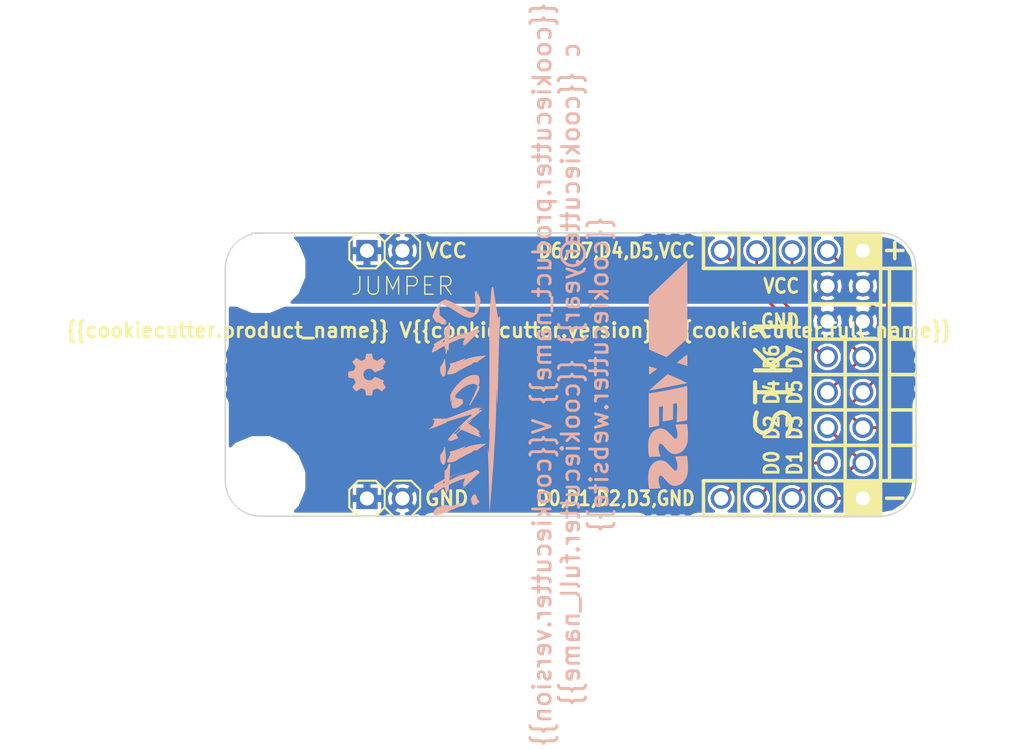
<source format=kicad_pcb>
(kicad_pcb (version 20171130) (host pcbnew "(5.1.12)-1")

  (general
    (thickness 1.6)
    (drawings 58)
    (tracks 63)
    (zones 0)
    (modules 6)
    (nets 11)
  )

  (page A4)
  (title_block
    (title {{cookiecutter.product_name}})
    (date {{cookiecutter.release_date}})
    (rev {{cookiecutter.version}})
    (company {{cookiecutter.full_name}})
    (comment 1 "(c) {{cookiecutter.year}}")
    (comment 2 {{cookiecutter.product_type}})
    (comment 3 {{cookiecutter.license}})
  )

  (layers
    (0 F.Cu signal)
    (31 B.Cu signal)
    (32 B.Adhes user hide)
    (33 F.Adhes user hide)
    (34 B.Paste user)
    (35 F.Paste user hide)
    (36 B.SilkS user)
    (37 F.SilkS user)
    (38 B.Mask user)
    (39 F.Mask user)
    (40 Dwgs.User user)
    (41 Cmts.User user)
    (42 Eco1.User user)
    (43 Eco2.User user)
    (44 Edge.Cuts user)
    (45 Margin user)
    (46 B.CrtYd user)
    (47 F.CrtYd user)
    (48 B.Fab user)
    (49 F.Fab user hide)
  )

  (setup
    (last_trace_width 0.2032)
    (user_trace_width 0.1524)
    (user_trace_width 0.2032)
    (user_trace_width 0.254)
    (user_trace_width 0.3048)
    (user_trace_width 0.4064)
    (user_trace_width 0.8128)
    (trace_clearance 0.2032)
    (zone_clearance 0.2032)
    (zone_45_only yes)
    (trace_min 0.1524)
    (via_size 0.6858)
    (via_drill 0.3302)
    (via_min_size 0.6858)
    (via_min_drill 0.3302)
    (user_via 0.6858 0.3302)
    (user_via 1.016 0.6604)
    (user_via 1.524 1.016)
    (uvia_size 0.3)
    (uvia_drill 0.1)
    (uvias_allowed no)
    (uvia_min_size 0.2)
    (uvia_min_drill 0.1)
    (edge_width 0.1)
    (segment_width 0.254)
    (pcb_text_width 0.3)
    (pcb_text_size 1.5 1.5)
    (mod_edge_width 0.15)
    (mod_text_size 1.016 1.016)
    (mod_text_width 0.1524)
    (pad_size 3 3)
    (pad_drill 3)
    (pad_to_mask_clearance 0)
    (aux_axis_origin 0 20.32)
    (visible_elements 7FFEFF7F)
    (pcbplotparams
      (layerselection 0x010f0_80000001)
      (usegerberextensions false)
      (usegerberattributes true)
      (usegerberadvancedattributes true)
      (creategerberjobfile true)
      (excludeedgelayer true)
      (linewidth 0.100000)
      (plotframeref false)
      (viasonmask false)
      (mode 1)
      (useauxorigin true)
      (hpglpennumber 1)
      (hpglpenspeed 20)
      (hpglpendiameter 15.000000)
      (psnegative false)
      (psa4output false)
      (plotreference true)
      (plotvalue false)
      (plotinvisibletext false)
      (padsonsilk false)
      (subtractmaskfromsilk true)
      (outputformat 1)
      (mirror false)
      (drillshape 0)
      (scaleselection 1)
      (outputdirectory ""))
  )

  (net 0 "")
  (net 1 GND)
  (net 2 D7)
  (net 3 D1)
  (net 4 D0)
  (net 5 D3)
  (net 6 D2)
  (net 7 D5)
  (net 8 D6)
  (net 9 D4)
  (net 10 VCC)

  (net_class Default "This is the default net class."
    (clearance 0.2032)
    (trace_width 0.2032)
    (via_dia 0.6858)
    (via_drill 0.3302)
    (uvia_dia 0.3)
    (uvia_drill 0.1)
    (add_net D0)
    (add_net D1)
    (add_net D2)
    (add_net D3)
    (add_net D4)
    (add_net D5)
    (add_net D6)
    (add_net D7)
    (add_net GND)
    (add_net VCC)
  )

  (module XESS:HDR_1x2 (layer F.Cu) (tedit 5526917E) (tstamp 55268EEB)
    (at 11.43 19.05)
    (descr "PIN HEADER")
    (tags "PIN HEADER")
    (path /5524AC0C)
    (attr virtual)
    (fp_text reference JP1 (at 0.5588 -2.4638) (layer F.SilkS) hide
      (effects (font (size 1.27 1.27) (thickness 0.0889)))
    )
    (fp_text value JUMPER (at 1.27 2.54) (layer F.SilkS) hide
      (effects (font (size 1.27 1.27) (thickness 0.0889)))
    )
    (fp_line (start -0.635 1.27) (end -1.905 1.27) (layer F.SilkS) (width 0.1524))
    (fp_line (start -2.54 0.635) (end -1.905 1.27) (layer F.SilkS) (width 0.1524))
    (fp_line (start -1.905 -1.27) (end -2.54 -0.635) (layer F.SilkS) (width 0.1524))
    (fp_line (start -2.54 -0.635) (end -2.54 0.635) (layer F.SilkS) (width 0.1524))
    (fp_line (start 0.635 1.27) (end 0 0.635) (layer F.SilkS) (width 0.1524))
    (fp_line (start 1.905 1.27) (end 0.635 1.27) (layer F.SilkS) (width 0.1524))
    (fp_line (start 2.54 0.635) (end 1.905 1.27) (layer F.SilkS) (width 0.1524))
    (fp_line (start 2.54 -0.635) (end 2.54 0.635) (layer F.SilkS) (width 0.1524))
    (fp_line (start 1.905 -1.27) (end 2.54 -0.635) (layer F.SilkS) (width 0.1524))
    (fp_line (start 0.635 -1.27) (end 1.905 -1.27) (layer F.SilkS) (width 0.1524))
    (fp_line (start 0 -0.635) (end 0.635 -1.27) (layer F.SilkS) (width 0.1524))
    (fp_line (start 0 0.635) (end -0.635 1.27) (layer F.SilkS) (width 0.1524))
    (fp_line (start 0 -0.635) (end 0 0.635) (layer F.SilkS) (width 0.1524))
    (fp_line (start -0.635 -1.27) (end 0 -0.635) (layer F.SilkS) (width 0.1524))
    (fp_line (start -1.905 -1.27) (end -0.635 -1.27) (layer F.SilkS) (width 0.1524))
    (fp_line (start -1.524 0.254) (end -1.016 0.254) (layer F.Fab) (width 0.06604))
    (fp_line (start -1.016 0.254) (end -1.016 -0.254) (layer F.Fab) (width 0.06604))
    (fp_line (start -1.524 -0.254) (end -1.016 -0.254) (layer F.Fab) (width 0.06604))
    (fp_line (start -1.524 0.254) (end -1.524 -0.254) (layer F.Fab) (width 0.06604))
    (fp_line (start 1.016 0.254) (end 1.524 0.254) (layer F.Fab) (width 0.06604))
    (fp_line (start 1.524 0.254) (end 1.524 -0.254) (layer F.Fab) (width 0.06604))
    (fp_line (start 1.016 -0.254) (end 1.524 -0.254) (layer F.Fab) (width 0.06604))
    (fp_line (start 1.016 0.254) (end 1.016 -0.254) (layer F.Fab) (width 0.06604))
    (fp_line (start 2.54 -1.27) (end -2.54 -1.27) (layer F.CrtYd) (width 0.15))
    (fp_line (start 2.54 1.27) (end 2.54 -1.27) (layer F.CrtYd) (width 0.15))
    (fp_line (start -2.54 1.27) (end 2.54 1.27) (layer F.CrtYd) (width 0.15))
    (fp_line (start -2.54 -1.27) (end -2.54 1.27) (layer F.CrtYd) (width 0.15))
    (pad 1 thru_hole rect (at -1.27 0) (size 1.524 1.524) (drill 1.016) (layers *.Cu *.Mask)
      (net 1 GND))
    (pad 2 thru_hole circle (at 1.27 0) (size 1.524 1.524) (drill 1.016) (layers *.Cu *.Mask)
      (net 1 GND))
  )

  (module "XESS Logos:oshw_logo_3mm" (layer B.Cu) (tedit 0) (tstamp 55268D10)
    (at 10.16 10.16 270)
    (fp_text reference A (at 0 0 270) (layer B.SilkS) hide
      (effects (font (size 1.524 1.524) (thickness 0.3)) (justify mirror))
    )
    (fp_text value B (at 0.75 0 270) (layer B.SilkS) hide
      (effects (font (size 1.524 1.524) (thickness 0.3)) (justify mirror))
    )
    (fp_poly (pts (xy 1.500248 -0.356715) (xy 1.485016 -0.363173) (xy 1.474416 -0.366101) (xy 1.452528 -0.370977)
      (xy 1.421312 -0.377403) (xy 1.382728 -0.384986) (xy 1.338736 -0.393331) (xy 1.29896 -0.400655)
      (xy 1.25239 -0.409178) (xy 1.209984 -0.417064) (xy 1.173606 -0.423956) (xy 1.145121 -0.429496)
      (xy 1.126394 -0.433329) (xy 1.119494 -0.434995) (xy 1.114727 -0.441907) (xy 1.106073 -0.459279)
      (xy 1.0944 -0.484985) (xy 1.080571 -0.516898) (xy 1.065454 -0.552892) (xy 1.049913 -0.590842)
      (xy 1.034814 -0.62862) (xy 1.021023 -0.664101) (xy 1.009406 -0.695158) (xy 1.000827 -0.719664)
      (xy 0.996154 -0.735495) (xy 0.995551 -0.739432) (xy 0.99925 -0.748207) (xy 1.00968 -0.766425)
      (xy 1.025848 -0.792514) (xy 1.046756 -0.824906) (xy 1.071409 -0.86203) (xy 1.09881 -0.902316)
      (xy 1.099815 -0.903777) (xy 1.127243 -0.943926) (xy 1.151969 -0.980727) (xy 1.173006 -1.012656)
      (xy 1.189361 -1.038191) (xy 1.200046 -1.05581) (xy 1.20407 -1.06399) (xy 1.204079 -1.064117)
      (xy 1.1994 -1.071877) (xy 1.186345 -1.087352) (xy 1.166388 -1.10909) (xy 1.141002 -1.135644)
      (xy 1.111662 -1.165561) (xy 1.079841 -1.197394) (xy 1.047014 -1.229691) (xy 1.014652 -1.261004)
      (xy 0.984231 -1.289881) (xy 0.957224 -1.314874) (xy 0.935105 -1.334533) (xy 0.919347 -1.347407)
      (xy 0.911425 -1.352046) (xy 0.911409 -1.352046) (xy 0.902447 -1.348349) (xy 0.884074 -1.337943)
      (xy 0.857896 -1.321839) (xy 0.825522 -1.301049) (xy 0.788556 -1.276583) (xy 0.751072 -1.251146)
      (xy 0.711467 -1.224198) (xy 0.675173 -1.199964) (xy 0.643751 -1.17945) (xy 0.618761 -1.16366)
      (xy 0.601765 -1.1536) (xy 0.594441 -1.150265) (xy 0.58493 -1.153298) (xy 0.566387 -1.161535)
      (xy 0.541565 -1.173689) (xy 0.51557 -1.187209) (xy 0.484855 -1.203235) (xy 0.463572 -1.213219)
      (xy 0.449559 -1.217937) (xy 0.440651 -1.218167) (xy 0.435938 -1.215798) (xy 0.431574 -1.208253)
      (xy 0.422754 -1.189671) (xy 0.410076 -1.161481) (xy 0.394135 -1.125116) (xy 0.375529 -1.082005)
      (xy 0.354855 -1.033579) (xy 0.33271 -0.98127) (xy 0.309691 -0.926507) (xy 0.286394 -0.870722)
      (xy 0.263417 -0.815346) (xy 0.241356 -0.761808) (xy 0.220809 -0.71154) (xy 0.202372 -0.665974)
      (xy 0.186643 -0.626538) (xy 0.174218 -0.594665) (xy 0.165693 -0.571785) (xy 0.161667 -0.559328)
      (xy 0.161426 -0.557822) (xy 0.166684 -0.549479) (xy 0.180711 -0.53628) (xy 0.200903 -0.520563)
      (xy 0.210118 -0.514098) (xy 0.274487 -0.463516) (xy 0.326811 -0.407699) (xy 0.366855 -0.346932)
      (xy 0.390341 -0.293682) (xy 0.409236 -0.220757) (xy 0.414951 -0.148227) (xy 0.407738 -0.077206)
      (xy 0.387852 -0.008811) (xy 0.355546 0.055845) (xy 0.311073 0.115646) (xy 0.292848 0.135054)
      (xy 0.235996 0.183235) (xy 0.173679 0.219825) (xy 0.10733 0.244633) (xy 0.038383 0.257468)
      (xy -0.031729 0.258138) (xy -0.101573 0.246452) (xy -0.169716 0.22222) (xy -0.208527 0.201968)
      (xy -0.267105 0.160169) (xy -0.317114 0.10961) (xy -0.357734 0.051958) (xy -0.388148 -0.011119)
      (xy -0.407536 -0.077957) (xy -0.41508 -0.146887) (xy -0.410954 -0.210073) (xy -0.394679 -0.280438)
      (xy -0.367905 -0.344556) (xy -0.330004 -0.403329) (xy -0.280349 -0.45766) (xy -0.218311 -0.508452)
      (xy -0.190029 -0.527889) (xy -0.173557 -0.540692) (xy -0.163204 -0.552572) (xy -0.161397 -0.557528)
      (xy -0.163924 -0.566548) (xy -0.171129 -0.586427) (xy -0.182416 -0.615735) (xy -0.19719 -0.653041)
      (xy -0.214853 -0.696914) (xy -0.234808 -0.745923) (xy -0.256459 -0.798637) (xy -0.27921 -0.853624)
      (xy -0.302463 -0.909455) (xy -0.325623 -0.964697) (xy -0.348092 -1.01792) (xy -0.369274 -1.067692)
      (xy -0.388572 -1.112583) (xy -0.40539 -1.151162) (xy -0.419131 -1.181998) (xy -0.429199 -1.203659)
      (xy -0.434996 -1.214714) (xy -0.43582 -1.215754) (xy -0.442319 -1.218406) (xy -0.452305 -1.217129)
      (xy -0.467941 -1.211141) (xy -0.491391 -1.199663) (xy -0.515063 -1.187166) (xy -0.543154 -1.172532)
      (xy -0.567513 -1.160644) (xy -0.585379 -1.152798) (xy -0.593662 -1.150265) (xy -0.60164 -1.153939)
      (xy -0.619101 -1.164292) (xy -0.644483 -1.180321) (xy -0.676224 -1.201022) (xy -0.712763 -1.225392)
      (xy -0.750697 -1.251166) (xy -0.79057 -1.278152) (xy -0.827371 -1.302416) (xy -0.85949 -1.322947)
      (xy -0.88532 -1.338737) (xy -0.903253 -1.348775) (xy -0.911483 -1.352066) (xy -0.920685 -1.347191)
      (xy -0.938579 -1.332833) (xy -0.964727 -1.309388) (xy -0.998692 -1.277258) (xy -1.040039 -1.236838)
      (xy -1.064559 -1.212429) (xy -1.1 -1.176668) (xy -1.132126 -1.143696) (xy -1.15975 -1.114778)
      (xy -1.181682 -1.091176) (xy -1.196738 -1.074153) (xy -1.203727 -1.064973) (xy -1.204078 -1.063998)
      (xy -1.200395 -1.056336) (xy -1.190004 -1.03916) (xy -1.173897 -1.013993) (xy -1.153062 -0.982354)
      (xy -1.128491 -0.945766) (xy -1.101171 -0.905748) (xy -1.099814 -0.903777) (xy -1.072334 -0.863408)
      (xy -1.047567 -0.826145) (xy -1.02651 -0.79356) (xy -1.010158 -0.767221) (xy -0.999508 -0.748699)
      (xy -0.995555 -0.739563) (xy -0.99555 -0.739432) (xy -0.998006 -0.728563) (xy -1.004793 -0.707987)
      (xy -1.015047 -0.679831) (xy -1.0279 -0.646221) (xy -1.042486 -0.609283) (xy -1.057938 -0.571143)
      (xy -1.07339 -0.533929) (xy -1.087975 -0.499766) (xy -1.100826 -0.470781) (xy -1.111078 -0.449099)
      (xy -1.117863 -0.436848) (xy -1.119644 -0.434938) (xy -1.128426 -0.432855) (xy -1.148581 -0.428745)
      (xy -1.178241 -0.422966) (xy -1.215539 -0.41588) (xy -1.258607 -0.407843) (xy -1.29911 -0.400397)
      (xy -1.346109 -0.391684) (xy -1.38935 -0.383417) (xy -1.426874 -0.375993) (xy -1.456719 -0.369806)
      (xy -1.476926 -0.36525) (xy -1.485015 -0.362973) (xy -1.500246 -0.356715) (xy -1.498468 -0.149863)
      (xy -1.496689 0.05699) (xy -1.304978 0.092828) (xy -1.255645 0.102267) (xy -1.210464 0.111326)
      (xy -1.171177 0.119621) (xy -1.139524 0.126773) (xy -1.117244 0.132398) (xy -1.106078 0.136115)
      (xy -1.105279 0.136645) (xy -1.100516 0.144816) (xy -1.091579 0.163148) (xy -1.079431 0.189424)
      (xy -1.065034 0.22143) (xy -1.04935 0.256949) (xy -1.033343 0.293766) (xy -1.017975 0.329664)
      (xy -1.004208 0.362427) (xy -0.993006 0.38984) (xy -0.98533 0.409686) (xy -0.982144 0.41975)
      (xy -0.982109 0.420176) (xy -0.985792 0.427298) (xy -0.996199 0.444018) (xy -1.012372 0.468887)
      (xy -1.033356 0.500455) (xy -1.058194 0.537274) (xy -1.08593 0.577896) (xy -1.093099 0.588322)
      (xy -1.121446 0.629837) (xy -1.147119 0.668103) (xy -1.169158 0.701633) (xy -1.186603 0.728943)
      (xy -1.198492 0.748546) (xy -1.203865 0.758957) (xy -1.204078 0.759913) (xy -1.199441 0.767463)
      (xy -1.186505 0.782814) (xy -1.16673 0.804506) (xy -1.141577 0.831082) (xy -1.112508 0.861082)
      (xy -1.080983 0.893049) (xy -1.048462 0.925524) (xy -1.016407 0.957048) (xy -0.98628 0.986163)
      (xy -0.959539 1.01141) (xy -0.937647 1.031331) (xy -0.922065 1.044467) (xy -0.914253 1.04936)
      (xy -0.914156 1.049364) (xy -0.906099 1.045688) (xy -0.888451 1.035289) (xy -0.862675 1.019107)
      (xy -0.830239 0.998084) (xy -0.792605 0.97316) (xy -0.75124 0.945276) (xy -0.736804 0.935438)
      (xy -0.570098 0.821511) (xy -0.535618 0.835078) (xy -0.481946 0.856372) (xy -0.432138 0.876474)
      (xy -0.387641 0.894773) (xy -0.349905 0.91066) (xy -0.320378 0.923525) (xy -0.300507 0.932758)
      (xy -0.291748 0.937743) (xy -0.288608 0.946043) (xy -0.283501 0.965839) (xy -0.276805 0.995381)
      (xy -0.268899 1.032918) (xy -0.260162 1.0767) (xy -0.250972 1.124976) (xy -0.249403 1.133448)
      (xy -0.240294 1.18256) (xy -0.23183 1.227728) (xy -0.224355 1.267149) (xy -0.218213 1.299022)
      (xy -0.21375 1.321545) (xy -0.211309 1.332916) (xy -0.211133 1.333567) (xy -0.209312 1.336883)
      (xy -0.205109 1.339514) (xy -0.197115 1.341538) (xy -0.18392 1.343034) (xy -0.164117 1.34408)
      (xy -0.136297 1.344755) (xy -0.09905 1.345137) (xy -0.050967 1.345305) (xy 0 1.345338)
      (xy 0.058504 1.345291) (xy 0.104963 1.345098) (xy 0.140787 1.344679) (xy 0.167384 1.343956)
      (xy 0.186163 1.342851) (xy 0.198534 1.341285) (xy 0.205904 1.339179) (xy 0.209684 1.336456)
      (xy 0.211134 1.333567) (xy 0.213229 1.324095) (xy 0.2174 1.303191) (xy 0.223302 1.272656)
      (xy 0.230592 1.234292) (xy 0.238925 1.189901) (xy 0.247956 1.141285) (xy 0.249404 1.133448)
      (xy 0.258632 1.084589) (xy 0.267472 1.039931) (xy 0.275545 1.001224) (xy 0.282471 0.970218)
      (xy 0.287874 0.948664) (xy 0.291373 0.938311) (xy 0.291749 0.937793) (xy 0.300541 0.932822)
      (xy 0.320537 0.923565) (xy 0.350395 0.910588) (xy 0.388771 0.894455) (xy 0.434322 0.875732)
      (xy 0.485703 0.854983) (xy 0.539129 0.833738) (xy 0.570393 0.821395) (xy 0.737114 0.93538)
      (xy 0.779399 0.964055) (xy 0.81844 0.990086) (xy 0.852775 1.012531) (xy 0.880939 1.030448)
      (xy 0.901467 1.042898) (xy 0.912897 1.048938) (xy 0.914438 1.049364) (xy 0.921963 1.044733)
      (xy 0.9373 1.031814) (xy 0.958989 1.012065) (xy 0.98557 0.986945) (xy 1.015583 0.957915)
      (xy 1.047569 0.926432) (xy 1.080067 0.893956) (xy 1.111619 0.861947) (xy 1.140763 0.831863)
      (xy 1.166041 0.805163) (xy 1.185992 0.783307) (xy 1.199156 0.767754) (xy 1.204074 0.759963)
      (xy 1.204079 0.759859) (xy 1.200392 0.751857) (xy 1.189978 0.734323) (xy 1.173808 0.708761)
      (xy 1.152851 0.676672) (xy 1.128078 0.639559) (xy 1.100459 0.598925) (xy 1.095533 0.59175)
      (xy 1.067412 0.550637) (xy 1.041811 0.512805) (xy 1.019726 0.479758) (xy 1.002154 0.453001)
      (xy 0.990091 0.434039) (xy 0.984535 0.424378) (xy 0.984312 0.423781) (xy 0.986137 0.415048)
      (xy 0.992569 0.396252) (xy 1.002681 0.36959) (xy 1.015546 0.337264) (xy 1.030238 0.301472)
      (xy 1.045831 0.264413) (xy 1.061398 0.228287) (xy 1.076012 0.195292) (xy 1.088748 0.167629)
      (xy 1.098677 0.147496) (xy 1.104875 0.137092) (xy 1.10528 0.136645) (xy 1.113729 0.133406)
      (xy 1.13368 0.128173) (xy 1.163393 0.12133) (xy 1.201128 0.113256) (xy 1.245144 0.104335)
      (xy 1.293702 0.094948) (xy 1.304979 0.092828) (xy 1.49669 0.05699) (xy 1.498469 -0.149863)
      (xy 1.500248 -0.356715)) (layer B.SilkS) (width 0.001))
  )

  (module "XESS Logos:stickit_logo_16mm" (layer B.Cu) (tedit 0) (tstamp 55268D69)
    (at 17.145 12.065 270)
    (fp_text reference "" (at 0 0 270) (layer B.SilkS) hide
      (effects (font (size 1.524 1.524) (thickness 0.3)) (justify mirror))
    )
    (fp_text value "" (at 0.75 0 270) (layer B.SilkS) hide
      (effects (font (size 1.524 1.524) (thickness 0.3)) (justify mirror))
    )
    (fp_poly (pts (xy 4.554414 1.501742) (xy 4.55396 1.465117) (xy 4.551258 1.442669) (xy 4.544302 1.42882)
      (xy 4.531087 1.417989) (xy 4.522306 1.412455) (xy 4.46848 1.387101) (xy 4.396433 1.365768)
      (xy 4.307335 1.348677) (xy 4.202353 1.336043) (xy 4.082657 1.328086) (xy 4.065719 1.327392)
      (xy 4.011808 1.325692) (xy 3.965092 1.324889) (xy 3.92902 1.324991) (xy 3.907039 1.326002)
      (xy 3.901963 1.327124) (xy 3.890829 1.329911) (xy 3.863343 1.334006) (xy 3.822835 1.338994)
      (xy 3.772635 1.344458) (xy 3.729074 1.348764) (xy 3.66055 1.355568) (xy 3.586577 1.363434)
      (xy 3.514621 1.371536) (xy 3.452147 1.37905) (xy 3.4331 1.381493) (xy 3.304667 1.398351)
      (xy 3.301646 1.42925) (xy 3.300887 1.447226) (xy 3.306206 1.457226) (xy 3.32221 1.462778)
      (xy 3.351043 1.467086) (xy 3.424382 1.480204) (xy 3.495379 1.499197) (xy 3.561054 1.522712)
      (xy 3.618426 1.549397) (xy 3.664514 1.577901) (xy 3.696338 1.606871) (xy 3.709608 1.62974)
      (xy 3.724924 1.64584) (xy 3.754078 1.654786) (xy 3.785321 1.664775) (xy 3.806699 1.685706)
      (xy 3.812092 1.694225) (xy 3.823999 1.711945) (xy 3.837458 1.722644) (xy 3.85822 1.728982)
      (xy 3.892035 1.733615) (xy 3.898932 1.734364) (xy 3.94169 1.736962) (xy 3.997008 1.737495)
      (xy 4.059378 1.736203) (xy 4.123295 1.733324) (xy 4.183251 1.729099) (xy 4.233741 1.723766)
      (xy 4.265595 1.718432) (xy 4.319539 1.701481) (xy 4.383026 1.673492) (xy 4.451071 1.63682)
      (xy 4.492668 1.611204) (xy 4.554414 1.571259) (xy 4.554414 1.501742)) (layer B.SilkS) (width 0.001))
    (fp_poly (pts (xy -1.768417 1.424813) (xy -1.810405 1.405323) (xy -1.850694 1.387966) (xy -1.890101 1.374455)
      (xy -1.934876 1.363017) (xy -1.991267 1.351875) (xy -2.010463 1.348485) (xy -2.046196 1.343462)
      (xy -2.092589 1.338651) (xy -2.146086 1.33423) (xy -2.203128 1.330382) (xy -2.260159 1.327286)
      (xy -2.313619 1.325123) (xy -2.359953 1.324075) (xy -2.395601 1.324322) (xy -2.417006 1.326044)
      (xy -2.421355 1.327612) (xy -2.432681 1.330591) (xy -2.460286 1.334839) (xy -2.500768 1.33992)
      (xy -2.550721 1.345395) (xy -2.589306 1.349209) (xy -2.657951 1.355989) (xy -2.733049 1.363875)
      (xy -2.806591 1.371998) (xy -2.870565 1.37949) (xy -2.884792 1.381246) (xy -3.018164 1.397941)
      (xy -3.02116 1.428705) (xy -3.0219 1.446607) (xy -3.016555 1.456542) (xy -3.000511 1.462012)
      (xy -2.971763 1.466181) (xy -2.916499 1.476027) (xy -2.85304 1.49158) (xy -2.790265 1.510391)
      (xy -2.737048 1.530009) (xy -2.730957 1.53264) (xy -2.698665 1.550046) (xy -2.66578 1.572782)
      (xy -2.636763 1.597107) (xy -2.616073 1.619283) (xy -2.608168 1.635571) (xy -2.608168 1.635589)
      (xy -2.599004 1.645537) (xy -2.574369 1.653483) (xy -2.565106 1.655111) (xy -2.535576 1.662026)
      (xy -2.517963 1.674799) (xy -2.506685 1.693773) (xy -2.494112 1.71439) (xy -2.47713 1.725565)
      (xy -2.448431 1.731845) (xy -2.444635 1.732379) (xy -2.383343 1.737755) (xy -2.312491 1.739088)
      (xy -2.23707 1.73674) (xy -2.162073 1.731071) (xy -2.092493 1.722443) (xy -2.033321 1.711217)
      (xy -1.994786 1.699844) (xy -1.964216 1.686344) (xy -1.923485 1.665815) (xy -1.879205 1.641664)
      (xy -1.856722 1.628659) (xy -1.768417 1.576381) (xy -1.768417 1.500597) (xy -1.768417 1.424813)) (layer B.SilkS) (width 0.001))
    (fp_poly (pts (xy 7.891549 0.943286) (xy 7.890367 0.941838) (xy 7.884493 0.943194) (xy 7.88378 0.948424)
      (xy 7.887395 0.956556) (xy 7.890367 0.955011) (xy 7.891549 0.943286)) (layer B.SilkS) (width 0.001))
    (fp_poly (pts (xy 5.522598 0.864449) (xy 5.517658 0.85951) (xy 5.512718 0.864449) (xy 5.517658 0.869389)
      (xy 5.522598 0.864449)) (layer B.SilkS) (width 0.001))
    (fp_poly (pts (xy -4.603812 0.864449) (xy -4.608752 0.85951) (xy -4.613691 0.864449) (xy -4.608752 0.869389)
      (xy -4.603812 0.864449)) (layer B.SilkS) (width 0.001))
    (fp_poly (pts (xy 5.512718 0.844691) (xy 5.507779 0.839751) (xy 5.502839 0.844691) (xy 5.507779 0.84963)
      (xy 5.512718 0.844691)) (layer B.SilkS) (width 0.001))
    (fp_poly (pts (xy -4.613691 0.844691) (xy -4.618631 0.839751) (xy -4.623571 0.844691) (xy -4.618631 0.84963)
      (xy -4.613691 0.844691)) (layer B.SilkS) (width 0.001))
    (fp_poly (pts (xy 5.473201 0.716258) (xy 5.468261 0.711318) (xy 5.463321 0.716258) (xy 5.468261 0.721198)
      (xy 5.473201 0.716258)) (layer B.SilkS) (width 0.001))
    (fp_poly (pts (xy -4.653209 0.716258) (xy -4.658149 0.711318) (xy -4.663089 0.716258) (xy -4.658149 0.721198)
      (xy -4.653209 0.716258)) (layer B.SilkS) (width 0.001))
    (fp_poly (pts (xy 5.463321 0.696499) (xy 5.458382 0.691559) (xy 5.453442 0.696499) (xy 5.458382 0.701439)
      (xy 5.463321 0.696499)) (layer B.SilkS) (width 0.001))
    (fp_poly (pts (xy -4.663089 0.68662) (xy -4.668028 0.68168) (xy -4.672968 0.68662) (xy -4.668028 0.691559)
      (xy -4.663089 0.68662)) (layer B.SilkS) (width 0.001))
    (fp_poly (pts (xy 5.453442 0.666861) (xy 5.448502 0.661921) (xy 5.443563 0.666861) (xy 5.448502 0.671801)
      (xy 5.453442 0.666861)) (layer B.SilkS) (width 0.001))
    (fp_poly (pts (xy -4.672968 0.666861) (xy -4.677908 0.661921) (xy -4.682847 0.666861) (xy -4.677908 0.671801)
      (xy -4.672968 0.666861)) (layer B.SilkS) (width 0.001))
    (fp_poly (pts (xy -5.058568 0.093854) (xy -5.063487 0.077619) (xy -5.068145 0.069156) (xy -5.075973 0.061248)
      (xy -5.077722 0.064216) (xy -5.072803 0.080452) (xy -5.068145 0.088915) (xy -5.060317 0.096822)
      (xy -5.058568 0.093854)) (layer B.SilkS) (width 0.001))
    (fp_poly (pts (xy 5.046275 0.034379) (xy 5.045092 0.032931) (xy 5.039219 0.034287) (xy 5.038506 0.039517)
      (xy 5.042121 0.047649) (xy 5.045092 0.046104) (xy 5.046275 0.034379)) (layer B.SilkS) (width 0.001))
    (fp_poly (pts (xy -5.080135 0.034379) (xy -5.081318 0.032931) (xy -5.087191 0.034287) (xy -5.087904 0.039517)
      (xy -5.084289 0.047649) (xy -5.081318 0.046104) (xy -5.080135 0.034379)) (layer B.SilkS) (width 0.001))
    (fp_poly (pts (xy 5.038506 0.014819) (xy 5.033566 0.009879) (xy 5.028627 0.014819) (xy 5.033566 0.019759)
      (xy 5.038506 0.014819)) (layer B.SilkS) (width 0.001))
    (fp_poly (pts (xy -5.087904 0.014819) (xy -5.092844 0.009879) (xy -5.097783 0.014819) (xy -5.092844 0.019759)
      (xy -5.087904 0.014819)) (layer B.SilkS) (width 0.001))
    (fp_poly (pts (xy 5.439987 0.649031) (xy 5.438742 0.638081) (xy 5.431298 0.611282) (xy 5.418594 0.57121)
      (xy 5.40157 0.520441) (xy 5.381166 0.461551) (xy 5.358321 0.397116) (xy 5.333975 0.329711)
      (xy 5.309066 0.261911) (xy 5.284535 0.196294) (xy 5.261322 0.135434) (xy 5.240365 0.081907)
      (xy 5.222604 0.038289) (xy 5.208979 0.007156) (xy 5.200429 -0.008916) (xy 5.199651 -0.009859)
      (xy 5.19837 -0.005159) (xy 5.201574 0.012911) (xy 5.202025 0.014839) (xy 5.212654 0.055184)
      (xy 5.228201 0.108768) (xy 5.246977 0.170213) (xy 5.26729 0.234138) (xy 5.28745 0.295163)
      (xy 5.305768 0.347908) (xy 5.312221 0.365538) (xy 5.328479 0.407339) (xy 5.347652 0.453961)
      (xy 5.368244 0.502084) (xy 5.388757 0.548384) (xy 5.407693 0.58954) (xy 5.423556 0.622229)
      (xy 5.434848 0.643129) (xy 5.439987 0.649031)) (layer B.SilkS) (width 0.001))
    (fp_poly (pts (xy -4.683284 0.651757) (xy -4.686184 0.638699) (xy -4.694914 0.61003) (xy -4.708448 0.568667)
      (xy -4.72576 0.517531) (xy -4.745823 0.459539) (xy -4.76761 0.397611) (xy -4.790097 0.334666)
      (xy -4.812255 0.273622) (xy -4.833059 0.217399) (xy -4.851482 0.168916) (xy -4.865562 0.133372)
      (xy -4.891653 0.070305) (xy -4.911142 0.024827) (xy -4.923934 -0.002862) (xy -4.929935 -0.012565)
      (xy -4.92905 -0.004081) (xy -4.926606 0.004939) (xy -4.921519 0.022962) (xy -4.912699 0.054527)
      (xy -4.901681 0.094133) (xy -4.896276 0.113613) (xy -4.8658 0.215177) (xy -4.829788 0.321568)
      (xy -4.791377 0.42386) (xy -4.763692 0.490667) (xy -4.742857 0.537405) (xy -4.722993 0.579991)
      (xy -4.705637 0.615348) (xy -4.692326 0.640396) (xy -4.684594 0.652059) (xy -4.683284 0.651757)) (layer B.SilkS) (width 0.001))
    (fp_poly (pts (xy 5.026516 -0.015018) (xy 5.025334 -0.016466) (xy 5.01946 -0.01511) (xy 5.018747 -0.00988)
      (xy 5.022362 -0.001748) (xy 5.025334 -0.003293) (xy 5.026516 -0.015018)) (layer B.SilkS) (width 0.001))
    (fp_poly (pts (xy -5.099894 -0.015018) (xy -5.101076 -0.016466) (xy -5.10695 -0.01511) (xy -5.107663 -0.00988)
      (xy -5.104048 -0.001748) (xy -5.101076 -0.003293) (xy -5.099894 -0.015018)) (layer B.SilkS) (width 0.001))
    (fp_poly (pts (xy 5.016637 -0.044656) (xy 5.015454 -0.046104) (xy 5.009581 -0.044748) (xy 5.008868 -0.039518)
      (xy 5.012483 -0.031386) (xy 5.015454 -0.032932) (xy 5.016637 -0.044656)) (layer B.SilkS) (width 0.001))
    (fp_poly (pts (xy -5.109773 -0.044656) (xy -5.110956 -0.046104) (xy -5.116829 -0.044748) (xy -5.117542 -0.039518)
      (xy -5.113927 -0.031386) (xy -5.110956 -0.032932) (xy -5.109773 -0.044656)) (layer B.SilkS) (width 0.001))
    (fp_poly (pts (xy 5.008868 -0.064217) (xy 5.003928 -0.069156) (xy 4.998988 -0.064217) (xy 5.003928 -0.059277)
      (xy 5.008868 -0.064217)) (layer B.SilkS) (width 0.001))
    (fp_poly (pts (xy -5.117542 -0.064217) (xy -5.122482 -0.069156) (xy -5.127422 -0.064217) (xy -5.122482 -0.059277)
      (xy -5.117542 -0.064217)) (layer B.SilkS) (width 0.001))
    (fp_poly (pts (xy 7.37993 -0.074096) (xy 7.37499 -0.079036) (xy 7.37005 -0.074096) (xy 7.37499 -0.069156)
      (xy 7.37993 -0.074096)) (layer B.SilkS) (width 0.001))
    (fp_poly (pts (xy 4.998988 -0.093855) (xy 4.994049 -0.098794) (xy 4.989109 -0.093855) (xy 4.994049 -0.088915)
      (xy 4.998988 -0.093855)) (layer B.SilkS) (width 0.001))
    (fp_poly (pts (xy -5.127422 -0.093855) (xy -5.132361 -0.098794) (xy -5.137301 -0.093855) (xy -5.132361 -0.088915)
      (xy -5.127422 -0.093855)) (layer B.SilkS) (width 0.001))
    (fp_poly (pts (xy 8.20001 2.002012) (xy 8.197322 1.989243) (xy 8.189643 1.960133) (xy 8.177594 1.916779)
      (xy 8.1618 1.861275) (xy 8.142884 1.795718) (xy 8.121469 1.722204) (xy 8.098178 1.642827)
      (xy 8.073635 1.559683) (xy 8.048464 1.474868) (xy 8.023286 1.390478) (xy 7.998727 1.308608)
      (xy 7.975409 1.231354) (xy 7.953955 1.16081) (xy 7.934989 1.099074) (xy 7.931067 1.0865)
      (xy 7.931067 1.240066) (xy 7.929884 1.241514) (xy 7.924011 1.240158) (xy 7.923298 1.234928)
      (xy 7.926913 1.226796) (xy 7.929884 1.228342) (xy 7.931067 1.240066) (xy 7.931067 1.0865)
      (xy 7.919134 1.04824) (xy 7.907013 1.010405) (xy 7.899251 0.987663) (xy 7.896542 0.981766)
      (xy 7.89653 0.992295) (xy 7.899133 1.018078) (xy 7.90387 1.054855) (xy 7.908255 1.085248)
      (xy 7.91633 1.141198) (xy 7.920719 1.178429) (xy 7.921204 1.197676) (xy 7.917567 1.199672)
      (xy 7.909593 1.185152) (xy 7.897062 1.154848) (xy 7.891723 1.141073) (xy 7.857609 1.052836)
      (xy 7.820557 0.958105) (xy 7.78186 0.860102) (xy 7.74281 0.762053) (xy 7.704702 0.667178)
      (xy 7.668827 0.578702) (xy 7.63648 0.499847) (xy 7.608953 0.433836) (xy 7.592458 0.395177)
      (xy 7.56047 0.321927) (xy 7.528286 0.249361) (xy 7.496922 0.179668) (xy 7.486493 0.15684)
      (xy 7.486493 0.429953) (xy 7.48531 0.431401) (xy 7.479437 0.430045) (xy 7.478724 0.424815)
      (xy 7.482339 0.416683) (xy 7.48531 0.418229) (xy 7.486493 0.429953) (xy 7.486493 0.15684)
      (xy 7.467395 0.115035) (xy 7.440722 0.057651) (xy 7.41792 0.009702) (xy 7.400004 -0.026622)
      (xy 7.387992 -0.049133) (xy 7.382952 -0.055712) (xy 7.383904 -0.045363) (xy 7.388745 -0.018497)
      (xy 7.396916 0.022154) (xy 7.407856 0.073855) (xy 7.421007 0.133872) (xy 7.42968 0.172537)
      (xy 7.443884 0.236213) (xy 7.456216 0.293201) (xy 7.466116 0.340769) (xy 7.473022 0.376184)
      (xy 7.476375 0.396711) (xy 7.476452 0.400742) (xy 7.471622 0.393138) (xy 7.459996 0.369689)
      (xy 7.44263 0.332685) (xy 7.420583 0.284413) (xy 7.39491 0.22716) (xy 7.366667 0.163214)
      (xy 7.365417 0.160361) (xy 7.329382 0.078305) (xy 7.300576 0.013152) (xy 7.278412 -0.036344)
      (xy 7.262301 -0.071426) (xy 7.251656 -0.093338) (xy 7.245889 -0.103326) (xy 7.244411 -0.102634)
      (xy 7.246635 -0.092505) (xy 7.247624 -0.088915) (xy 7.251829 -0.07405) (xy 7.26079 -0.042435)
      (xy 7.273865 0.003671) (xy 7.290413 0.062009) (xy 7.309794 0.130321) (xy 7.331367 0.206348)
      (xy 7.354492 0.287832) (xy 7.356919 0.296382) (xy 7.381915 0.385377) (xy 7.406703 0.475345)
      (xy 7.430371 0.562851) (xy 7.452007 0.644463) (xy 7.470698 0.716747) (xy 7.485534 0.776271)
      (xy 7.494101 0.81279) (xy 7.528937 0.968598) (xy 7.488411 1.136932) (xy 7.447885 1.305266)
      (xy 7.463592 1.381219) (xy 7.472353 1.419174) (xy 7.485256 1.469251) (xy 7.501381 1.528385)
      (xy 7.519813 1.59351) (xy 7.539633 1.661562) (xy 7.559923 1.729475) (xy 7.579765 1.794185)
      (xy 7.598242 1.852627) (xy 7.614437 1.901735) (xy 7.627431 1.938445) (xy 7.636306 1.959691)
      (xy 7.637365 1.961587) (xy 7.666221 1.999687) (xy 7.708718 2.043836) (xy 7.761006 2.09089)
      (xy 7.819237 2.13771) (xy 7.879558 2.181152) (xy 7.938122 2.218075) (xy 7.977356 2.239014)
      (xy 8.024119 2.260216) (xy 8.057811 2.270695) (xy 8.082331 2.269843) (xy 8.101583 2.257052)
      (xy 8.119468 2.231713) (xy 8.128424 2.215461) (xy 8.147098 2.17585) (xy 8.165487 2.129564)
      (xy 8.181664 2.082343) (xy 8.193705 2.039927) (xy 8.199685 2.008057) (xy 8.20001 2.002012)) (layer B.SilkS) (width 0.001))
    (fp_poly (pts (xy 4.986998 -0.123692) (xy 4.985816 -0.12514) (xy 4.979943 -0.123783) (xy 4.97923 -0.118553)
      (xy 4.982844 -0.110421) (xy 4.985816 -0.111967) (xy 4.986998 -0.123692)) (layer B.SilkS) (width 0.001))
    (fp_poly (pts (xy -5.139412 -0.123692) (xy -5.140594 -0.12514) (xy -5.146467 -0.123783) (xy -5.14718 -0.118553)
      (xy -5.143566 -0.110421) (xy -5.140594 -0.111967) (xy -5.139412 -0.123692)) (layer B.SilkS) (width 0.001))
    (fp_poly (pts (xy 4.97923 -0.143252) (xy 4.97429 -0.148192) (xy 4.96935 -0.143252) (xy 4.97429 -0.138312)
      (xy 4.97923 -0.143252)) (layer B.SilkS) (width 0.001))
    (fp_poly (pts (xy -5.149291 -0.15333) (xy -5.150474 -0.154778) (xy -5.156347 -0.153422) (xy -5.15706 -0.148192)
      (xy -5.153445 -0.14006) (xy -5.150474 -0.141605) (xy -5.149291 -0.15333)) (layer B.SilkS) (width 0.001))
    (fp_poly (pts (xy 4.96935 -0.17289) (xy 4.96441 -0.17783) (xy 4.959471 -0.17289) (xy 4.96441 -0.16795)
      (xy 4.96935 -0.17289)) (layer B.SilkS) (width 0.001))
    (fp_poly (pts (xy -5.15706 -0.17289) (xy -5.162 -0.17783) (xy -5.166939 -0.17289) (xy -5.162 -0.16795)
      (xy -5.15706 -0.17289)) (layer B.SilkS) (width 0.001))
    (fp_poly (pts (xy 4.959471 -0.202528) (xy 4.954531 -0.207468) (xy 4.949591 -0.202528) (xy 4.954531 -0.197589)
      (xy 4.959471 -0.202528)) (layer B.SilkS) (width 0.001))
    (fp_poly (pts (xy -5.166939 -0.202528) (xy -5.171879 -0.207468) (xy -5.176819 -0.202528) (xy -5.171879 -0.197589)
      (xy -5.166939 -0.202528)) (layer B.SilkS) (width 0.001))
    (fp_poly (pts (xy 4.949591 -0.232167) (xy 4.944652 -0.237106) (xy 4.939712 -0.232167) (xy 4.944652 -0.227227)
      (xy 4.949591 -0.232167)) (layer B.SilkS) (width 0.001))
    (fp_poly (pts (xy -5.176819 -0.232167) (xy -5.181758 -0.237106) (xy -5.186698 -0.232167) (xy -5.181758 -0.227227)
      (xy -5.176819 -0.232167)) (layer B.SilkS) (width 0.001))
    (fp_poly (pts (xy 4.939712 -0.261805) (xy 4.934772 -0.266745) (xy 4.929832 -0.261805) (xy 4.934772 -0.256865)
      (xy 4.939712 -0.261805)) (layer B.SilkS) (width 0.001))
    (fp_poly (pts (xy -5.186698 -0.261805) (xy -5.191638 -0.266745) (xy -5.196577 -0.261805) (xy -5.191638 -0.256865)
      (xy -5.186698 -0.261805)) (layer B.SilkS) (width 0.001))
    (fp_poly (pts (xy 4.929832 -0.301323) (xy 4.924893 -0.306262) (xy 4.919953 -0.301323) (xy 4.924893 -0.296383)
      (xy 4.929832 -0.301323)) (layer B.SilkS) (width 0.001))
    (fp_poly (pts (xy -5.196577 -0.301323) (xy -5.201517 -0.306262) (xy -5.206457 -0.301323) (xy -5.201517 -0.296383)
      (xy -5.196577 -0.301323)) (layer B.SilkS) (width 0.001))
    (fp_poly (pts (xy -7.54788 -0.676741) (xy -7.55282 -0.681681) (xy -7.55776 -0.676741) (xy -7.55282 -0.671801)
      (xy -7.54788 -0.676741)) (layer B.SilkS) (width 0.001))
    (fp_poly (pts (xy -7.528122 -0.68662) (xy -7.533061 -0.69156) (xy -7.538001 -0.68662) (xy -7.533061 -0.681681)
      (xy -7.528122 -0.68662)) (layer B.SilkS) (width 0.001))
    (fp_poly (pts (xy 7.557759 -0.795294) (xy 7.55282 -0.800234) (xy 7.54788 -0.795294) (xy 7.55282 -0.790354)
      (xy 7.557759 -0.795294)) (layer B.SilkS) (width 0.001))
    (fp_poly (pts (xy 3.655387 -0.815053) (xy 3.650447 -0.819992) (xy 3.645507 -0.815053) (xy 3.650447 -0.810113)
      (xy 3.655387 -0.815053)) (layer B.SilkS) (width 0.001))
    (fp_poly (pts (xy -2.667445 -0.815053) (xy -2.672385 -0.819992) (xy -2.677324 -0.815053) (xy -2.672385 -0.810113)
      (xy -2.667445 -0.815053)) (layer B.SilkS) (width 0.001))
    (fp_poly (pts (xy 3.635628 -0.824932) (xy 3.630688 -0.829872) (xy 3.625748 -0.824932) (xy 3.630688 -0.819992)
      (xy 3.635628 -0.824932)) (layer B.SilkS) (width 0.001))
    (fp_poly (pts (xy 0.442463 -1.052358) (xy 0.441281 -1.053806) (xy 0.435407 -1.052449) (xy 0.434694 -1.047219)
      (xy 0.438309 -1.039087) (xy 0.441281 -1.040633) (xy 0.442463 -1.052358)) (layer B.SilkS) (width 0.001))
    (fp_poly (pts (xy 6.803866 1.279661) (xy 6.794139 1.277868) (xy 6.76902 1.276473) (xy 6.755771 1.276106)
      (xy 6.69023 1.272809) (xy 6.625914 1.26621) (xy 6.566001 1.256972) (xy 6.513671 1.245757)
      (xy 6.472104 1.233228) (xy 6.44448 1.220048) (xy 6.434432 1.209131) (xy 6.439461 1.195505)
      (xy 6.459786 1.179832) (xy 6.49143 1.164434) (xy 6.53042 1.151634) (xy 6.534696 1.150555)
      (xy 6.584636 1.138318) (xy 6.535239 1.13741) (xy 6.511322 1.136475) (xy 6.471186 1.134346)
      (xy 6.418319 1.131234) (xy 6.356213 1.127348) (xy 6.288355 1.122897) (xy 6.248736 1.120208)
      (xy 6.173873 1.114957) (xy 6.116248 1.110549) (xy 6.073377 1.10662) (xy 6.042773 1.102805)
      (xy 6.021954 1.098741) (xy 6.008435 1.094064) (xy 5.999731 1.08841) (xy 5.994596 1.082976)
      (xy 5.981391 1.061926) (xy 5.96168 1.023598) (xy 5.935991 0.96918) (xy 5.904855 0.899858)
      (xy 5.898016 0.884108) (xy 5.898016 1.492776) (xy 5.894644 1.522568) (xy 5.882774 1.536209)
      (xy 5.859772 1.535172) (xy 5.836831 1.527001) (xy 5.812953 1.512641) (xy 5.787722 1.490847)
      (xy 5.765124 1.46613) (xy 5.749146 1.443003) (xy 5.743774 1.425976) (xy 5.744777 1.422812)
      (xy 5.760079 1.414515) (xy 5.787283 1.412264) (xy 5.819667 1.415499) (xy 5.850511 1.42366)
      (xy 5.869323 1.433189) (xy 5.889211 1.451687) (xy 5.897116 1.47449) (xy 5.898016 1.492776)
      (xy 5.898016 0.884108) (xy 5.868799 0.816818) (xy 5.828354 0.721247) (xy 5.784049 0.614331)
      (xy 5.767376 0.573587) (xy 5.715235 0.444891) (xy 5.670951 0.333673) (xy 5.634321 0.23937)
      (xy 5.60514 0.161419) (xy 5.583204 0.099259) (xy 5.568308 0.052328) (xy 5.560248 0.020063)
      (xy 5.55882 0.001903) (xy 5.559069 0.000703) (xy 5.564029 -0.012228) (xy 5.573625 -0.018269)
      (xy 5.593178 -0.018928) (xy 5.619943 -0.016555) (xy 5.676972 -0.003624) (xy 5.743549 0.023737)
      (xy 5.817167 0.064305) (xy 5.89532 0.116853) (xy 5.900103 0.120363) (xy 5.981991 0.180749)
      (xy 5.925184 0.120746) (xy 5.892415 0.085117) (xy 5.874147 0.062744) (xy 5.870322 0.053524)
      (xy 5.880885 0.057352) (xy 5.895546 0.066863) (xy 5.922102 0.084543) (xy 5.935075 0.091044)
      (xy 5.934323 0.085732) (xy 5.9197 0.06797) (xy 5.891065 0.037123) (xy 5.888137 0.034041)
      (xy 5.862366 0.006463) (xy 5.844661 -0.013475) (xy 5.837167 -0.023288) (xy 5.838739 -0.023097)
      (xy 5.851895 -0.013698) (xy 5.877635 0.004854) (xy 5.912556 0.030102) (xy 5.953256 0.059588)
      (xy 5.964702 0.067889) (xy 6.004685 0.096526) (xy 6.038283 0.119885) (xy 6.062648 0.13604)
      (xy 6.074929 0.143064) (xy 6.075846 0.143024) (xy 6.071732 0.131662) (xy 6.061339 0.109327)
      (xy 6.055398 0.097443) (xy 6.044052 0.072721) (xy 6.038857 0.056256) (xy 6.03918 0.053131)
      (xy 6.04982 0.054305) (xy 6.072584 0.06187) (xy 6.091249 0.069406) (xy 6.118207 0.080546)
      (xy 6.130063 0.08372) (xy 6.129693 0.079164) (xy 6.124219 0.072124) (xy 6.103157 0.046845)
      (xy 6.076453 0.014686) (xy 6.047802 -0.019891) (xy 6.020897 -0.052424) (xy 5.999433 -0.078452)
      (xy 5.987467 -0.093062) (xy 5.990097 -0.092783) (xy 6.006025 -0.08142) (xy 6.033317 -0.06047)
      (xy 6.070036 -0.031432) (xy 6.114246 0.004196) (xy 6.135122 0.021205) (xy 6.197358 0.071902)
      (xy 6.245518 0.110693) (xy 6.280673 0.13836) (xy 6.303893 0.155686) (xy 6.316248 0.163453)
      (xy 6.318808 0.162444) (xy 6.312644 0.153442) (xy 6.307583 0.147314) (xy 6.275359 0.109668)
      (xy 6.242491 0.072137) (xy 6.207584 0.033261) (xy 6.169248 -0.008424) (xy 6.126089 -0.05438)
      (xy 6.076715 -0.106069) (xy 6.019733 -0.164953) (xy 5.953751 -0.232495) (xy 5.877376 -0.310156)
      (xy 5.789215 -0.3994) (xy 5.729806 -0.459393) (xy 5.65232 -0.537905) (xy 5.577418 -0.614407)
      (xy 5.506547 -0.687381) (xy 5.441155 -0.755309) (xy 5.382691 -0.816672) (xy 5.332602 -0.869952)
      (xy 5.292335 -0.91363) (xy 5.263339 -0.946188) (xy 5.24839 -0.96431) (xy 5.212818 -1.0092)
      (xy 5.179311 -1.047363) (xy 5.150389 -1.076212) (xy 5.128579 -1.093164) (xy 5.119253 -1.096579)
      (xy 5.107146 -1.091861) (xy 5.086047 -1.080318) (xy 5.082176 -1.077989) (xy 5.038694 -1.041612)
      (xy 5.000638 -0.991413) (xy 4.971152 -0.933194) (xy 4.953381 -0.87276) (xy 4.949591 -0.833243)
      (xy 4.955187 -0.791994) (xy 4.974247 -0.752827) (xy 4.977666 -0.747677) (xy 5.009639 -0.698251)
      (xy 5.0392 -0.646968) (xy 5.067197 -0.591668) (xy 5.094473 -0.530191) (xy 5.121875 -0.460374)
      (xy 5.150247 -0.380059) (xy 5.180435 -0.287084) (xy 5.213284 -0.179288) (xy 5.249639 -0.054512)
      (xy 5.251802 -0.046956) (xy 5.274384 0.031527) (xy 5.29578 0.105015) (xy 5.315263 0.171076)
      (xy 5.332104 0.227276) (xy 5.345577 0.271182) (xy 5.354954 0.300361) (xy 5.358898 0.311202)
      (xy 5.367971 0.334242) (xy 5.380656 0.369672) (xy 5.39466 0.411021) (xy 5.399165 0.424815)
      (xy 5.43843 0.535336) (xy 5.48737 0.655442) (xy 5.543334 0.779271) (xy 5.603673 0.900964)
      (xy 5.665738 1.01466) (xy 5.665998 1.015111) (xy 5.701572 1.076857) (xy 5.663558 1.076857)
      (xy 5.625544 1.076857) (xy 5.577076 0.97835) (xy 5.557452 0.939267) (xy 5.541053 0.908108)
      (xy 5.529735 0.888306) (xy 5.525456 0.882997) (xy 5.52769 0.892823) (xy 5.536221 0.916839)
      (xy 5.549577 0.951068) (xy 5.561032 0.979034) (xy 5.57686 1.018112) (xy 5.588832 1.049841)
      (xy 5.595491 1.070217) (xy 5.596209 1.075582) (xy 5.585288 1.076457) (xy 5.5608 1.07489)
      (xy 5.537468 1.072351) (xy 5.482278 1.065456) (xy 5.424 0.94469) (xy 5.396265 0.885282)
      (xy 5.362575 0.809866) (xy 5.323975 0.720913) (xy 5.281508 0.620892) (xy 5.236221 0.512275)
      (xy 5.189156 0.397529) (xy 5.14136 0.279127) (xy 5.121793 0.230094) (xy 5.100336 0.176731)
      (xy 5.08133 0.130585) (xy 5.065963 0.094446) (xy 5.055421 0.071106) (xy 5.050892 0.063357)
      (xy 5.050885 0.063363) (xy 5.053643 0.072928) (xy 5.06279 0.098888) (xy 5.077558 0.139221)
      (xy 5.097175 0.191906) (xy 5.120871 0.254921) (xy 5.147875 0.326245) (xy 5.177418 0.403858)
      (xy 5.208729 0.485737) (xy 5.241038 0.569861) (xy 5.273574 0.654209) (xy 5.305567 0.73676)
      (xy 5.336247 0.815492) (xy 5.364843 0.888384) (xy 5.378366 0.922634) (xy 5.432687 1.059854)
      (xy 5.33686 1.053389) (xy 5.272188 1.049117) (xy 5.198783 1.044423) (xy 5.119248 1.039459)
      (xy 5.036185 1.034379) (xy 4.952196 1.029333) (xy 4.869885 1.024474) (xy 4.791852 1.019955)
      (xy 4.720701 1.015928) (xy 4.659035 1.012546) (xy 4.609455 1.009959) (xy 4.574564 1.008322)
      (xy 4.55755 1.007783) (xy 4.534444 1.008651) (xy 4.519874 1.014014) (xy 4.510948 1.02784)
      (xy 4.504779 1.054099) (xy 4.49984 1.087064) (xy 4.493537 1.13185) (xy 4.556084 1.144718)
      (xy 4.650914 1.171125) (xy 4.744162 1.209952) (xy 4.831791 1.258799) (xy 4.909766 1.315268)
      (xy 4.974052 1.376959) (xy 4.999183 1.408162) (xy 5.005519 1.415641) (xy 5.01392 1.420782)
      (xy 5.027503 1.423807) (xy 5.049388 1.424935) (xy 5.082693 1.424386) (xy 5.130536 1.422382)
      (xy 5.171878 1.420353) (xy 5.239541 1.417612) (xy 5.313329 1.415687) (xy 5.385198 1.414727)
      (xy 5.447103 1.414879) (xy 5.4582 1.415069) (xy 5.586452 1.417697) (xy 5.742534 1.703316)
      (xy 5.806497 1.819291) (xy 5.86237 1.918238) (xy 5.910638 2.000928) (xy 5.951789 2.068134)
      (xy 5.986309 2.120627) (xy 6.014685 2.15918) (xy 6.037403 2.184564) (xy 6.053663 2.196918)
      (xy 6.071258 2.204603) (xy 6.086124 2.204805) (xy 6.105035 2.19616) (xy 6.127482 2.182052)
      (xy 6.172908 2.152503) (xy 6.221783 2.187616) (xy 6.265399 2.215578) (xy 6.315831 2.242444)
      (xy 6.370277 2.26733) (xy 6.425936 2.289351) (xy 6.480007 2.307624) (xy 6.52969 2.321264)
      (xy 6.572182 2.329388) (xy 6.604683 2.331111) (xy 6.624392 2.32555) (xy 6.629093 2.31616)
      (xy 6.622616 2.269067) (xy 6.60362 2.208699) (xy 6.57276 2.136505) (xy 6.530692 2.053937)
      (xy 6.47807 1.962444) (xy 6.445957 1.910565) (xy 6.382495 1.810006) (xy 6.329214 1.724772)
      (xy 6.285406 1.653702) (xy 6.250361 1.595634) (xy 6.22337 1.549409) (xy 6.204909 1.516097)
      (xy 6.174509 1.459127) (xy 6.211063 1.434288) (xy 6.264187 1.405952) (xy 6.331712 1.38176)
      (xy 6.408518 1.362798) (xy 6.489486 1.350151) (xy 6.569496 1.344904) (xy 6.625424 1.346449)
      (xy 6.662373 1.34884) (xy 6.685848 1.347967) (xy 6.702069 1.342142) (xy 6.717258 1.329676)
      (xy 6.728213 1.318567) (xy 6.764516 1.290818) (xy 6.796017 1.281556) (xy 6.803866 1.279661)) (layer B.SilkS) (width 0.001))
    (fp_poly (pts (xy 0.518306 0.660199) (xy 0.514819 0.638483) (xy 0.507501 0.613614) (xy 0.503217 0.600763)
      (xy 0.470086 0.518131) (xy 0.42621 0.432169) (xy 0.374514 0.347261) (xy 0.31792 0.267792)
      (xy 0.259353 0.198145) (xy 0.201736 0.142704) (xy 0.192967 0.135576) (xy 0.143251 0.096264)
      (xy 0.068311 0.102034) (xy -0.002846 0.111686) (xy -0.066175 0.128384) (xy -0.11668 0.150693)
      (xy -0.129211 0.158708) (xy -0.138217 0.16598) (xy -0.145315 0.175273) (xy -0.151174 0.189456)
      (xy -0.156464 0.2114) (xy -0.161857 0.243974) (xy -0.168023 0.290048) (xy -0.175632 0.352492)
      (xy -0.176831 0.362537) (xy -0.184036 0.421699) (xy -0.190771 0.474631) (xy -0.196588 0.517992)
      (xy -0.201039 0.548442) (xy -0.203676 0.562641) (xy -0.203693 0.562697) (xy -0.210214 0.568333)
      (xy -0.223065 0.558885) (xy -0.232834 0.547877) (xy -0.257255 0.51867) (xy -0.252121 0.555717)
      (xy -0.247083 0.591019) (xy -0.242047 0.624825) (xy -0.24194 0.625524) (xy -0.236894 0.658283)
      (xy -0.346323 0.642813) (xy -0.455752 0.627343) (xy -0.605931 0.478108) (xy -0.742067 0.336557)
      (xy -0.86013 0.200277) (xy -0.960815 0.068359) (xy -1.044818 -0.060106) (xy -1.111258 -0.18277)
      (xy -1.167903 -0.314584) (xy -1.207025 -0.440227) (xy -1.228482 -0.559081) (xy -1.232131 -0.670531)
      (xy -1.230195 -0.69769) (xy -1.225366 -0.738082) (xy -1.217835 -0.767394) (xy -1.204331 -0.794044)
      (xy -1.181585 -0.826446) (xy -1.178656 -0.830353) (xy -1.151811 -0.863601) (xy -1.124374 -0.893637)
      (xy -1.102286 -0.91396) (xy -1.102284 -0.913962) (xy -1.070588 -0.938137) (xy -1.007037 -0.92213)
      (xy -0.952127 -0.905823) (xy -0.881303 -0.880737) (xy -0.796022 -0.847505) (xy -0.697742 -0.806764)
      (xy -0.587919 -0.759148) (xy -0.468011 -0.705293) (xy -0.339476 -0.645833) (xy -0.203769 -0.581404)
      (xy -0.06235 -0.512641) (xy -0.02316 -0.493307) (xy 0.045734 -0.459432) (xy 0.109313 -0.428583)
      (xy 0.165323 -0.401821) (xy 0.211512 -0.380207) (xy 0.245626 -0.364803) (xy 0.265412 -0.35667)
      (xy 0.269167 -0.35566) (xy 0.28147 -0.363496) (xy 0.295247 -0.381513) (xy 0.304822 -0.401469)
      (xy 0.306262 -0.40953) (xy 0.298015 -0.415103) (xy 0.276242 -0.42655) (xy 0.245395 -0.441547)
      (xy 0.24058 -0.44381) (xy 0.186231 -0.471259) (xy 0.11746 -0.509352) (xy 0.03585 -0.557147)
      (xy -0.057016 -0.613701) (xy -0.159556 -0.678072) (xy -0.246986 -0.734237) (xy -0.377435 -0.816718)
      (xy -0.495443 -0.886656) (xy -0.603027 -0.944978) (xy -0.702204 -0.992605) (xy -0.794995 -1.030462)
      (xy -0.883415 -1.059474) (xy -0.969484 -1.080563) (xy -1.024991 -1.090441) (xy -1.051223 -1.093549)
      (xy -1.063397 -1.09078) (xy -1.066845 -1.080042) (xy -1.066978 -1.073973) (xy -1.07403 -1.05269)
      (xy -1.091997 -1.027418) (xy -1.099435 -1.019636) (xy -1.131893 -0.988177) (xy -1.169116 -1.013471)
      (xy -1.232998 -1.046712) (xy -1.314222 -1.071334) (xy -1.399423 -1.085838) (xy -1.449574 -1.091621)
      (xy -1.488652 -1.094482) (xy -1.522239 -1.093863) (xy -1.555917 -1.089204) (xy -1.595265 -1.079946)
      (xy -1.645866 -1.065531) (xy -1.66802 -1.05894) (xy -1.789909 -1.022521) (xy -1.832721 -0.965034)
      (xy -1.855785 -0.932187) (xy -1.869594 -0.90524) (xy -1.877366 -0.875705) (xy -1.882322 -0.835093)
      (xy -1.882424 -0.834003) (xy -1.884739 -0.746155) (xy -1.877225 -0.647254) (xy -1.860824 -0.542813)
      (xy -1.836476 -0.438346) (xy -1.80512 -0.339366) (xy -1.792499 -0.306635) (xy -1.720477 -0.153387)
      (xy -1.62902 -0.000323) (xy -1.518053 0.152661) (xy -1.387498 0.305671) (xy -1.237279 0.458809)
      (xy -1.20409 0.490188) (xy -1.049529 0.624622) (xy -0.881063 0.753003) (xy -0.704456 0.871167)
      (xy -0.556755 0.957986) (xy -0.446648 1.018589) (xy -0.191216 1.00821) (xy -0.120549 1.005357)
      (xy -0.055049 1.002748) (xy 0.002268 1.000501) (xy 0.048387 0.998732) (xy 0.080294 0.99756)
      (xy 0.093854 0.997122) (xy 0.105911 0.995613) (xy 0.101899 0.991508) (xy 0.080534 0.984028)
      (xy 0.064216 0.97915) (xy 0.021179 0.964767) (xy -0.020156 0.94778) (xy -0.054876 0.930515)
      (xy -0.078067 0.915297) (xy -0.083888 0.909048) (xy -0.086083 0.903904) (xy -0.083379 0.900911)
      (xy -0.073239 0.900286) (xy -0.053123 0.902248) (xy -0.020494 0.907018) (xy 0.027186 0.914814)
      (xy 0.0735 0.922633) (xy 0.211216 0.946011) (xy 0.350985 0.905476) (xy 0.490755 0.86494)
      (xy 0.507149 0.763022) (xy 0.514334 0.716809) (xy 0.518099 0.684422) (xy 0.518306 0.660199)) (layer B.SilkS) (width 0.001))
    (fp_poly (pts (xy -3.322544 1.279661) (xy -3.332271 1.277868) (xy -3.35739 1.276473) (xy -3.370639 1.276106)
      (xy -3.435848 1.272783) (xy -3.499992 1.266098) (xy -3.559873 1.256727) (xy -3.612292 1.245347)
      (xy -3.654052 1.232637) (xy -3.681954 1.219271) (xy -3.692355 1.208) (xy -3.68714 1.19507)
      (xy -3.666976 1.18001) (xy -3.636141 1.165228) (xy -3.598917 1.153132) (xy -3.591714 1.151391)
      (xy -3.571341 1.146564) (xy -3.561304 1.143133) (xy -3.563497 1.14061) (xy -3.579811 1.138507)
      (xy -3.612137 1.136338) (xy -3.660327 1.133723) (xy -3.712948 1.130728) (xy -3.778388 1.126682)
      (xy -3.849762 1.122027) (xy -3.920186 1.117206) (xy -3.949993 1.115082) (xy -4.121107 1.102708)
      (xy -4.146399 1.05955) (xy -4.162195 1.029533) (xy -4.184319 0.982916) (xy -4.211982 0.921533)
      (xy -4.228394 0.883905) (xy -4.228394 1.492776) (xy -4.231839 1.522738) (xy -4.243892 1.536355)
      (xy -4.267125 1.535117) (xy -4.288334 1.527521) (xy -4.311509 1.513482) (xy -4.336503 1.49186)
      (xy -4.359321 1.46716) (xy -4.375965 1.443885) (xy -4.382439 1.42654) (xy -4.381474 1.422554)
      (xy -4.366261 1.414394) (xy -4.339137 1.412236) (xy -4.306822 1.415505) (xy -4.276035 1.423628)
      (xy -4.257087 1.433189) (xy -4.237199 1.451687) (xy -4.229294 1.47449) (xy -4.228394 1.492776)
      (xy -4.228394 0.883905) (xy -4.244395 0.847218) (xy -4.280771 0.761802) (xy -4.320321 0.66712)
      (xy -4.362256 0.565005) (xy -4.405787 0.45729) (xy -4.41029 0.446048) (xy -4.452031 0.341136)
      (xy -4.486481 0.253044) (xy -4.514114 0.180425) (xy -4.535403 0.12193) (xy -4.550822 0.07621)
      (xy -4.560844 0.041918) (xy -4.565942 0.017703) (xy -4.56659 0.002219) (xy -4.566441 0.001176)
      (xy -4.562918 -0.01203) (xy -4.55459 -0.018312) (xy -4.536364 -0.019197) (xy -4.507084 -0.016619)
      (xy -4.449164 -0.003504) (xy -4.381776 0.024248) (xy -4.30731 0.065472) (xy -4.228157 0.119001)
      (xy -4.226307 0.120363) (xy -4.144419 0.180749) (xy -4.201225 0.120746) (xy -4.227219 0.092644)
      (xy -4.246961 0.070068) (xy -4.257254 0.056725) (xy -4.258032 0.054946) (xy -4.250564 0.056269)
      (xy -4.231449 0.065975) (xy -4.216045 0.075084) (xy -4.197247 0.086429) (xy -4.188507 0.090314)
      (xy -4.190691 0.085126) (xy -4.204668 0.069253) (xy -4.231307 0.041081) (xy -4.238273 0.033784)
      (xy -4.264065 0.006291) (xy -4.281774 -0.013566) (xy -4.289247 -0.023309) (xy -4.28767 -0.023097)
      (xy -4.274515 -0.013698) (xy -4.248775 0.004854) (xy -4.213854 0.030102) (xy -4.173154 0.059588)
      (xy -4.161708 0.067889) (xy -4.121725 0.096526) (xy -4.088127 0.119885) (xy -4.063762 0.13604)
      (xy -4.051481 0.143064) (xy -4.050564 0.143024) (xy -4.054678 0.131662) (xy -4.065071 0.109327)
      (xy -4.071012 0.097443) (xy -4.082248 0.072595) (xy -4.08715 0.05584) (xy -4.086653 0.052554)
      (xy -4.075712 0.053485) (xy -4.052868 0.061075) (xy -4.034851 0.068533) (xy -4.008364 0.079777)
      (xy -3.996928 0.082787) (xy -3.997764 0.077845) (xy -4.002458 0.071829) (xy -4.025185 0.044531)
      (xy -4.052819 0.011239) (xy -4.081734 -0.023667) (xy -4.108306 -0.055808) (xy -4.128911 -0.080805)
      (xy -4.138943 -0.093062) (xy -4.136313 -0.092783) (xy -4.120385 -0.08142) (xy -4.093093 -0.06047)
      (xy -4.056374 -0.031432) (xy -4.012164 0.004196) (xy -3.991288 0.021205) (xy -3.929052 0.071902)
      (xy -3.880892 0.110693) (xy -3.845737 0.13836) (xy -3.822517 0.155686) (xy -3.810162 0.163453)
      (xy -3.807602 0.162444) (xy -3.813765 0.153442) (xy -3.818827 0.147314) (xy -3.851051 0.109668)
      (xy -3.883919 0.072137) (xy -3.918826 0.033261) (xy -3.957162 -0.008424) (xy -4.000321 -0.05438)
      (xy -4.049695 -0.106069) (xy -4.106677 -0.164953) (xy -4.172659 -0.232495) (xy -4.249034 -0.310156)
      (xy -4.337195 -0.3994) (xy -4.396604 -0.459393) (xy -4.47409 -0.537905) (xy -4.548992 -0.614407)
      (xy -4.619863 -0.687381) (xy -4.685255 -0.755309) (xy -4.743719 -0.816672) (xy -4.793808 -0.869952)
      (xy -4.834075 -0.91363) (xy -4.86307 -0.946188) (xy -4.87802 -0.96431) (xy -4.913591 -1.0092)
      (xy -4.947099 -1.047363) (xy -4.97602 -1.076212) (xy -4.997831 -1.093164) (xy -5.007157 -1.096579)
      (xy -5.019264 -1.091861) (xy -5.040363 -1.080318) (xy -5.044234 -1.077989) (xy -5.087315 -1.041953)
      (xy -5.125251 -0.992146) (xy -5.154827 -0.934461) (xy -5.172828 -0.87479) (xy -5.176819 -0.834998)
      (xy -5.174647 -0.810747) (xy -5.166806 -0.785303) (xy -5.151307 -0.753909) (xy -5.126163 -0.711811)
      (xy -5.123603 -0.707723) (xy -5.087977 -0.645293) (xy -5.050522 -0.569742) (xy -5.013981 -0.487171)
      (xy -4.981093 -0.40368) (xy -4.961006 -0.34578) (xy -4.95292 -0.319584) (xy -4.940394 -0.277472)
      (xy -4.924333 -0.222552) (xy -4.905639 -0.157931) (xy -4.885214 -0.086717) (xy -4.863962 -0.012018)
      (xy -4.860559 0) (xy -4.8398 0.072796) (xy -4.820151 0.14063) (xy -4.802411 0.200821)
      (xy -4.787382 0.250686) (xy -4.775865 0.287542) (xy -4.76866 0.308709) (xy -4.767641 0.311202)
      (xy -4.758492 0.334235) (xy -4.745716 0.369651) (xy -4.731619 0.410988) (xy -4.727075 0.424815)
      (xy -4.685835 0.540296) (xy -4.634798 0.664885) (xy -4.576737 0.792445) (xy -4.514425 0.916839)
      (xy -4.460412 1.015111) (xy -4.424838 1.076857) (xy -4.462852 1.076857) (xy -4.500866 1.076857)
      (xy -4.549334 0.97835) (xy -4.568958 0.939267) (xy -4.585357 0.908108) (xy -4.596675 0.888306)
      (xy -4.600954 0.882997) (xy -4.59872 0.892823) (xy -4.590188 0.916839) (xy -4.576833 0.951068)
      (xy -4.565378 0.979034) (xy -4.54955 1.018112) (xy -4.537578 1.049841) (xy -4.530919 1.070217)
      (xy -4.530201 1.075582) (xy -4.541127 1.076468) (xy -4.565581 1.074905) (xy -4.588316 1.072429)
      (xy -4.64288 1.065612) (xy -4.701651 0.945272) (xy -4.728461 0.888351) (xy -4.761202 0.815462)
      (xy -4.798808 0.729116) (xy -4.840214 0.631823) (xy -4.884358 0.526094) (xy -4.930173 0.414441)
      (xy -4.976596 0.299375) (xy -4.994421 0.254656) (xy -5.014195 0.205574) (xy -5.031481 0.163988)
      (xy -5.044987 0.132903) (xy -5.053418 0.115325) (xy -5.055545 0.112539) (xy -5.053057 0.122468)
      (xy -5.043994 0.149099) (xy -5.028993 0.190738) (xy -5.008696 0.245695) (xy -4.983743 0.312275)
      (xy -4.954772 0.388787) (xy -4.922426 0.473539) (xy -4.887343 0.564837) (xy -4.850163 0.66099)
      (xy -4.811527 0.760306) (xy -4.78282 0.833704) (xy -4.694177 1.059823) (xy -4.789776 1.053373)
      (xy -4.854421 1.049103) (xy -4.927801 1.044411) (xy -5.007314 1.039449) (xy -5.090358 1.03437)
      (xy -5.174329 1.029326) (xy -5.256625 1.024468) (xy -5.334642 1.019951) (xy -5.405778 1.015925)
      (xy -5.46743 1.012543) (xy -5.516994 1.009957) (xy -5.551869 1.008321) (xy -5.56886 1.007783)
      (xy -5.591966 1.008651) (xy -5.606536 1.014014) (xy -5.615462 1.02784) (xy -5.621631 1.054099)
      (xy -5.62657 1.087064) (xy -5.632873 1.13185) (xy -5.570326 1.144718) (xy -5.491736 1.166198)
      (xy -5.411417 1.197677) (xy -5.333092 1.236923) (xy -5.260485 1.281705) (xy -5.197318 1.329791)
      (xy -5.147315 1.378949) (xy -5.121576 1.413717) (xy -5.115658 1.419185) (xy -5.103905 1.422711)
      (xy -5.08343 1.424412) (xy -5.051349 1.424403) (xy -5.004777 1.422799) (xy -4.954532 1.420415)
      (xy -4.886846 1.417651) (xy -4.813012 1.415707) (xy -4.741082 1.414733) (xy -4.67911 1.41488)
      (xy -4.668028 1.415069) (xy -4.539596 1.417697) (xy -4.383388 1.703783) (xy -4.319601 1.819541)
      (xy -4.263898 1.918285) (xy -4.215784 2.000799) (xy -4.174765 2.06787) (xy -4.140346 2.120282)
      (xy -4.112032 2.158821) (xy -4.089329 2.184271) (xy -4.072747 2.196918) (xy -4.055152 2.204603)
      (xy -4.040286 2.204805) (xy -4.021375 2.19616) (xy -3.998928 2.182052) (xy -3.953502 2.152503)
      (xy -3.904627 2.187616) (xy -3.85434 2.21916) (xy -3.793738 2.250055) (xy -3.727701 2.278453)
      (xy -3.66111 2.30251) (xy -3.598845 2.320379) (xy -3.545786 2.330215) (xy -3.524112 2.331544)
      (xy -3.505621 2.330391) (xy -3.498397 2.32322) (xy -3.499199 2.304462) (xy -3.50111 2.292029)
      (xy -3.509145 2.252427) (xy -3.521301 2.211288) (xy -3.538611 2.166558) (xy -3.562108 2.116181)
      (xy -3.592824 2.058101) (xy -3.631794 1.990263) (xy -3.68005 1.910611) (xy -3.738626 1.81709)
      (xy -3.744353 1.808058) (xy -3.782494 1.74738) (xy -3.819789 1.686994) (xy -3.853961 1.630665)
      (xy -3.882733 1.582159) (xy -3.90383 1.545239) (xy -3.908756 1.536172) (xy -3.950973 1.456811)
      (xy -3.909384 1.430657) (xy -3.849696 1.400859) (xy -3.776138 1.376277) (xy -3.694169 1.358036)
      (xy -3.609249 1.347262) (xy -3.526839 1.345081) (xy -3.500986 1.346449) (xy -3.464037 1.34884)
      (xy -3.440562 1.347967) (xy -3.424341 1.342142) (xy -3.409152 1.329676) (xy -3.398197 1.318567)
      (xy -3.361893 1.290818) (xy -3.330393 1.281556) (xy -3.322544 1.279661)) (layer B.SilkS) (width 0.001))
    (fp_poly (pts (xy 7.527861 -0.758598) (xy 7.520465 -0.754283) (xy 7.501729 -0.734564) (xy 7.471165 -0.699486)
      (xy 7.455823 -0.681521) (xy 7.436197 -0.660325) (xy 7.425009 -0.652228) (xy 7.423608 -0.657018)
      (xy 7.429948 -0.701188) (xy 7.429292 -0.760302) (xy 7.421781 -0.830879) (xy 7.414923 -0.872538)
      (xy 7.397111 -0.969542) (xy 7.369902 -0.928443) (xy 7.353845 -0.905537) (xy 7.343179 -0.897026)
      (xy 7.335269 -0.904266) (xy 7.327483 -0.92861) (xy 7.32145 -0.953365) (xy 7.312468 -0.982421)
      (xy 7.298579 -1.006776) (xy 7.275653 -1.032439) (xy 7.252048 -1.054373) (xy 7.194334 -1.105983)
      (xy 7.14465 -1.034113) (xy 7.094966 -0.962242) (xy 6.883192 -0.878245) (xy 6.671418 -0.794248)
      (xy 6.712002 -0.702535) (xy 6.752586 -0.610823) (xy 6.900066 -0.531688) (xy 7.047545 -0.452552)
      (xy 7.221147 -0.504245) (xy 7.277508 -0.521204) (xy 7.32798 -0.536723) (xy 7.36923 -0.54975)
      (xy 7.397926 -0.559235) (xy 7.410385 -0.563935) (xy 7.4211 -0.57526) (xy 7.438862 -0.600276)
      (xy 7.461242 -0.635337) (xy 7.485809 -0.676799) (xy 7.486879 -0.678674) (xy 7.510581 -0.720838)
      (xy 7.524404 -0.747465) (xy 7.527861 -0.758598)) (layer B.SilkS) (width 0.001))
    (fp_poly (pts (xy -5.502599 1.599604) (xy -5.51367 1.434555) (xy -5.51747 1.379759) (xy -5.520995 1.332341)
      (xy -5.523982 1.295596) (xy -5.526165 1.272818) (xy -5.527112 1.266887) (xy -5.533285 1.273061)
      (xy -5.547179 1.291762) (xy -5.565659 1.318754) (xy -5.584627 1.346385) (xy -5.599271 1.365991)
      (xy -5.606303 1.37324) (xy -5.607806 1.364248) (xy -5.607492 1.340644) (xy -5.605432 1.307484)
      (xy -5.605357 1.306554) (xy -5.599945 1.239868) (xy -5.637837 1.283827) (xy -5.661704 1.311719)
      (xy -5.682573 1.336454) (xy -5.691953 1.347805) (xy -5.702294 1.359058) (xy -5.709022 1.358152)
      (xy -5.715667 1.342418) (xy -5.720685 1.326075) (xy -5.72943 1.30088) (xy -5.736891 1.286043)
      (xy -5.73904 1.284367) (xy -5.746752 1.291503) (xy -5.765954 1.311739) (xy -5.795076 1.343351)
      (xy -5.832548 1.384612) (xy -5.8768 1.433796) (xy -5.926261 1.489178) (xy -5.962233 1.529682)
      (xy -6.17958 1.774956) (xy -6.485842 1.782245) (xy -6.792105 1.789533) (xy -6.816803 1.760592)
      (xy -6.83513 1.739395) (xy -6.861545 1.709175) (xy -6.891017 1.675687) (xy -6.897788 1.668025)
      (xy -6.954075 1.604399) (xy -6.905782 1.506108) (xy -6.883514 1.458165) (xy -6.857878 1.39884)
      (xy -6.831936 1.335435) (xy -6.808751 1.275251) (xy -6.807251 1.271184) (xy -6.786637 1.216671)
      (xy -6.765448 1.163292) (xy -6.745898 1.116459) (xy -6.730201 1.081587) (xy -6.727347 1.075785)
      (xy -6.71557 1.054711) (xy -6.694379 1.019172) (xy -6.665094 0.971288) (xy -6.629033 0.913182)
      (xy -6.587519 0.846977) (xy -6.54187 0.774795) (xy -6.493406 0.698758) (xy -6.47437 0.669051)
      (xy -6.403938 0.559013) (xy -6.343339 0.463631) (xy -6.291492 0.38109) (xy -6.247318 0.309574)
      (xy -6.209734 0.247267) (xy -6.177661 0.192356) (xy -6.150018 0.143023) (xy -6.125723 0.097454)
      (xy -6.103698 0.053833) (xy -6.085134 0.015194) (xy -6.036455 -0.098454) (xy -6.002858 -0.200676)
      (xy -5.98411 -0.292525) (xy -5.979974 -0.375057) (xy -5.985997 -0.429755) (xy -6.006421 -0.501833)
      (xy -6.041196 -0.580966) (xy -6.0881 -0.663449) (xy -6.144912 -0.745575) (xy -6.209412 -0.823638)
      (xy -6.243796 -0.859935) (xy -6.274723 -0.891044) (xy -6.301278 -0.916861) (xy -6.325699 -0.938277)
      (xy -6.350226 -0.956184) (xy -6.377096 -0.971474) (xy -6.408548 -0.985039) (xy -6.446822 -0.99777)
      (xy -6.494155 -1.010559) (xy -6.552785 -1.024297) (xy -6.624953 -1.039878) (xy -6.712896 -1.058191)
      (xy -6.772346 -1.070486) (xy -6.856495 -1.087633) (xy -6.936189 -1.103359) (xy -7.00897 -1.117216)
      (xy -7.072379 -1.128759) (xy -7.12396 -1.137539) (xy -7.161254 -1.14311) (xy -7.181804 -1.145026)
      (xy -7.182342 -1.145018) (xy -7.207206 -1.143319) (xy -7.24721 -1.139356) (xy -7.297927 -1.133618)
      (xy -7.354931 -1.126598) (xy -7.392496 -1.121683) (xy -7.447461 -1.114074) (xy -7.495313 -1.106991)
      (xy -7.532735 -1.10096) (xy -7.556406 -1.096511) (xy -7.563161 -1.094509) (xy -7.557058 -1.090092)
      (xy -7.536222 -1.083494) (xy -7.508607 -1.076909) (xy -7.477503 -1.069378) (xy -7.455963 -1.062385)
      (xy -7.449086 -1.05801) (xy -7.458302 -1.054287) (xy -7.483926 -1.04772) (xy -7.522927 -1.038988)
      (xy -7.572271 -1.02877) (xy -7.628075 -1.017908) (xy -7.696057 -1.004525) (xy -7.744781 -0.993611)
      (xy -7.774564 -0.984952) (xy -7.785724 -0.978332) (xy -7.778578 -0.973535) (xy -7.753444 -0.970344)
      (xy -7.71064 -0.968546) (xy -7.701012 -0.968352) (xy -7.631856 -0.967132) (xy -7.802366 -0.906072)
      (xy -7.866348 -0.882742) (xy -7.912184 -0.864768) (xy -7.940538 -0.851452) (xy -7.952072 -0.8421)
      (xy -7.947449 -0.836014) (xy -7.927334 -0.832498) (xy -7.892388 -0.830856) (xy -7.874273 -0.830566)
      (xy -7.810428 -0.829872) (xy -7.857243 -0.782342) (xy -7.904058 -0.734813) (xy -7.659283 -0.762542)
      (xy -7.590962 -0.770101) (xy -7.528394 -0.776678) (xy -7.474499 -0.781996) (xy -7.432195 -0.785775)
      (xy -7.404403 -0.787735) (xy -7.394831 -0.787843) (xy -7.39037 -0.783224) (xy -7.401792 -0.771889)
      (xy -7.42992 -0.753125) (xy -7.446698 -0.742986) (xy -7.479263 -0.723163) (xy -7.50407 -0.70709)
      (xy -7.51716 -0.69737) (xy -7.518242 -0.695926) (xy -7.51695 -0.694521) (xy -7.511378 -0.695511)
      (xy -7.498981 -0.699901) (xy -7.477217 -0.708695) (xy -7.443541 -0.722898) (xy -7.395409 -0.743516)
      (xy -7.368813 -0.754958) (xy -7.2836 -0.791641) (xy -6.973636 -0.787752) (xy -6.663672 -0.783863)
      (xy -6.49329 -0.744336) (xy -6.437957 -0.731288) (xy -6.389544 -0.71947) (xy -6.351243 -0.709694)
      (xy -6.326245 -0.702771) (xy -6.317801 -0.699701) (xy -6.317914 -0.688209) (xy -6.324649 -0.666227)
      (xy -6.32698 -0.660401) (xy -6.334606 -0.636835) (xy -6.344262 -0.599329) (xy -6.354607 -0.553412)
      (xy -6.362701 -0.513163) (xy -6.384136 -0.400117) (xy -6.656675 0.074095) (xy -6.761264 0.257367)
      (xy -6.855245 0.424836) (xy -6.938933 0.577162) (xy -7.012644 0.715009) (xy -7.076692 0.839037)
      (xy -7.131392 0.949909) (xy -7.177061 1.048285) (xy -7.214013 1.134829) (xy -7.242563 1.2102)
      (xy -7.263026 1.275062) (xy -7.275718 1.330075) (xy -7.280953 1.375902) (xy -7.281136 1.385091)
      (xy -7.280568 1.400643) (xy -7.27815 1.416255) (xy -7.27281 1.434136) (xy -7.263474 1.456493)
      (xy -7.249071 1.485537) (xy -7.228528 1.523475) (xy -7.200774 1.572515) (xy -7.164735 1.634867)
      (xy -7.135458 1.685124) (xy -7.098463 1.748333) (xy -7.064775 1.805507) (xy -7.035646 1.854555)
      (xy -7.012324 1.893386) (xy -6.996061 1.91991) (xy -6.988106 1.932035) (xy -6.987534 1.932561)
      (xy -6.984627 1.922527) (xy -6.978978 1.898017) (xy -6.971705 1.863934) (xy -6.970231 1.856775)
      (xy -6.959787 1.805113) (xy -6.952207 1.771097) (xy -6.945657 1.753182) (xy -6.9383 1.749821)
      (xy -6.9283 1.75947) (xy -6.913822 1.780582) (xy -6.901618 1.799008) (xy -6.8438 1.871796)
      (xy -6.769518 1.94437) (xy -6.68199 2.014787) (xy -6.584433 2.081106) (xy -6.480067 2.141383)
      (xy -6.37211 2.193675) (xy -6.26378 2.236041) (xy -6.158295 2.266536) (xy -6.111256 2.276105)
      (xy -6.041268 2.288234) (xy -5.831886 2.141871) (xy -5.622504 1.995508) (xy -5.641715 1.939668)
      (xy -5.660927 1.883828) (xy -5.581763 1.741716) (xy -5.502599 1.599604)) (layer B.SilkS) (width 0.001))
    (fp_poly (pts (xy 2.301906 -1.150953) (xy 2.296966 -1.155893) (xy 2.292026 -1.150953) (xy 2.296966 -1.146013)
      (xy 2.301906 -1.150953)) (layer B.SilkS) (width 0.001))
    (fp_poly (pts (xy 0.434694 -1.220109) (xy 0.429755 -1.225049) (xy 0.424815 -1.220109) (xy 0.429755 -1.215169)
      (xy 0.434694 -1.220109)) (layer B.SilkS) (width 0.001))
    (fp_poly (pts (xy 0.424815 -1.249747) (xy 0.419875 -1.254687) (xy 0.414936 -1.249747) (xy 0.419875 -1.244808)
      (xy 0.424815 -1.249747)) (layer B.SilkS) (width 0.001))
    (fp_poly (pts (xy 2.889777 1.149719) (xy 2.884854 1.145924) (xy 2.868008 1.141433) (xy 2.84032 1.130449)
      (xy 2.819883 1.11561) (xy 2.810548 1.102991) (xy 2.812224 1.092373) (xy 2.8269 1.077614)
      (xy 2.834198 1.071408) (xy 2.858732 1.042787) (xy 2.865033 1.017807) (xy 2.860792 0.983653)
      (xy 2.848673 0.934567) (xy 2.829587 0.873314) (xy 2.804439 0.80266) (xy 2.77414 0.725372)
      (xy 2.750682 0.669567) (xy 2.728591 0.618399) (xy 2.709069 0.573133) (xy 2.693542 0.537081)
      (xy 2.683436 0.513551) (xy 2.680357 0.50632) (xy 2.684183 0.497048) (xy 2.706296 0.493382)
      (xy 2.708375 0.49333) (xy 2.726231 0.492573) (xy 2.730187 0.490044) (xy 2.718724 0.483947)
      (xy 2.690967 0.47274) (xy 2.640394 0.452791) (xy 2.588061 0.475304) (xy 2.55517 0.491909)
      (xy 2.514144 0.516083) (xy 2.472497 0.543328) (xy 2.461716 0.550918) (xy 2.387704 0.604019)
      (xy 2.366109 0.581103) (xy 2.353303 0.566988) (xy 2.349036 0.562194) (xy 2.349036 0.664981)
      (xy 2.348339 0.686206) (xy 2.341948 0.717772) (xy 2.329561 0.773125) (xy 2.246242 0.690355)
      (xy 2.210959 0.654452) (xy 2.178907 0.6203) (xy 2.153928 0.592085) (xy 2.141036 0.575763)
      (xy 2.125523 0.557265) (xy 2.098676 0.529324) (xy 2.064048 0.495491) (xy 2.025192 0.459319)
      (xy 2.018459 0.453227) (xy 1.917771 0.362511) (xy 1.969057 0.324946) (xy 1.996979 0.30543)
      (xy 2.01907 0.291689) (xy 2.029718 0.286943) (xy 2.040646 0.293437) (xy 2.060664 0.310952)
      (xy 2.085627 0.335837) (xy 2.088029 0.33837) (xy 2.119617 0.37292) (xy 2.157468 0.415965)
      (xy 2.198351 0.46365) (xy 2.239032 0.512124) (xy 2.276277 0.557533) (xy 2.306855 0.596024)
      (xy 2.327533 0.623744) (xy 2.32783 0.624172) (xy 2.342606 0.646993) (xy 2.349036 0.664981)
      (xy 2.349036 0.562194) (xy 2.329771 0.540546) (xy 2.297776 0.504341) (xy 2.259581 0.460935)
      (xy 2.21745 0.412893) (xy 2.2032 0.396608) (xy 2.061885 0.235029) (xy 2.072892 0.187347)
      (xy 2.08161 0.1569) (xy 2.097051 0.112238) (xy 2.119436 0.052815) (xy 2.148982 -0.021915)
      (xy 2.185909 -0.112499) (xy 2.230437 -0.219483) (xy 2.282785 -0.343413) (xy 2.334384 -0.464333)
      (xy 2.368761 -0.545112) (xy 2.403023 -0.626588) (xy 2.435754 -0.705323) (xy 2.465538 -0.777882)
      (xy 2.490959 -0.840828) (xy 2.510602 -0.890723) (xy 2.517518 -0.908907) (xy 2.539742 -0.970041)
      (xy 2.560665 -1.030632) (xy 2.579382 -1.087732) (xy 2.594989 -1.138393) (xy 2.606581 -1.179668)
      (xy 2.613254 -1.208608) (xy 2.614103 -1.222265) (xy 2.613814 -1.222696) (xy 2.606721 -1.216768)
      (xy 2.590084 -1.197481) (xy 2.566011 -1.167434) (xy 2.536607 -1.129225) (xy 2.51849 -1.105088)
      (xy 2.484214 -1.059303) (xy 2.460001 -1.027955) (xy 2.444298 -1.009499) (xy 2.435554 -1.002386)
      (xy 2.432216 -1.00507) (xy 2.432731 -1.016006) (xy 2.433343 -1.020264) (xy 2.447946 -1.071181)
      (xy 2.475249 -1.126634) (xy 2.511784 -1.179801) (xy 2.518855 -1.188348) (xy 2.527983 -1.200628)
      (xy 2.523803 -1.200544) (xy 2.505951 -1.187848) (xy 2.474061 -1.162293) (xy 2.445477 -1.138539)
      (xy 2.400902 -1.102421) (xy 2.356035 -1.068245) (xy 2.315644 -1.039508) (xy 2.284499 -1.019708)
      (xy 2.28039 -1.017442) (xy 2.223658 -0.987204) (xy 2.258279 -1.063175) (xy 2.2929 -1.139145)
      (xy 2.25772 -1.112313) (xy 2.225775 -1.091135) (xy 2.188645 -1.07078) (xy 2.177528 -1.065569)
      (xy 2.146884 -1.048246) (xy 2.120913 -1.023467) (xy 2.094397 -0.986681) (xy 2.074058 -0.952504)
      (xy 2.057967 -0.920523) (xy 2.049875 -0.898547) (xy 2.042655 -0.878011) (xy 2.034242 -0.86939)
      (xy 2.034188 -0.86939) (xy 2.029378 -0.878168) (xy 2.032465 -0.903562) (xy 2.043255 -0.94416)
      (xy 2.045343 -0.950895) (xy 2.050429 -0.970225) (xy 2.050558 -0.978063) (xy 2.043856 -0.970067)
      (xy 2.02811 -0.947578) (xy 2.004772 -0.912842) (xy 1.975292 -0.868109) (xy 1.941122 -0.815626)
      (xy 1.903712 -0.75764) (xy 1.864514 -0.6964) (xy 1.824979 -0.634154) (xy 1.786558 -0.573149)
      (xy 1.750701 -0.515633) (xy 1.723062 -0.470738) (xy 1.615286 -0.294373) (xy 1.474075 -0.441099)
      (xy 1.424707 -0.491666) (xy 1.386423 -0.5293) (xy 1.359736 -0.553534) (xy 1.34516 -0.563901)
      (xy 1.343015 -0.56043) (xy 1.361475 -0.522366) (xy 1.392752 -0.472236) (xy 1.435618 -0.411869)
      (xy 1.488843 -0.343094) (xy 1.490255 -0.341333) (xy 1.520753 -0.302769) (xy 1.540115 -0.276292)
      (xy 1.54997 -0.258906) (xy 1.551945 -0.247614) (xy 1.547665 -0.239417) (xy 1.54634 -0.238023)
      (xy 1.530225 -0.229229) (xy 1.522587 -0.23259) (xy 1.512731 -0.244095) (xy 1.491765 -0.269293)
      (xy 1.461033 -0.30654) (xy 1.421878 -0.354189) (xy 1.375645 -0.410594) (xy 1.323677 -0.47411)
      (xy 1.267319 -0.543091) (xy 1.207914 -0.615891) (xy 1.146807 -0.690865) (xy 1.085341 -0.766366)
      (xy 1.02486 -0.840749) (xy 0.966709 -0.912368) (xy 0.912231 -0.979578) (xy 0.87549 -1.024991)
      (xy 0.823781 -1.088814) (xy 0.775997 -1.147505) (xy 0.73355 -1.199353) (xy 0.697851 -1.242646)
      (xy 0.67031 -1.275673) (xy 0.652339 -1.296723) (xy 0.645353 -1.304084) (xy 0.643742 -1.294941)
      (xy 0.643179 -1.270405) (xy 0.643708 -1.234817) (xy 0.644456 -1.2127) (xy 0.648349 -1.157105)
      (xy 0.655955 -1.113053) (xy 0.66884 -1.072443) (xy 0.674102 -1.059406) (xy 0.700098 -0.997497)
      (xy 0.670085 -1.014949) (xy 0.635533 -1.044167) (xy 0.601695 -1.08991) (xy 0.570654 -1.148992)
      (xy 0.552118 -1.195411) (xy 0.525853 -1.269506) (xy 0.5185 -1.191547) (xy 0.515328 -1.14974)
      (xy 0.51587 -1.120456) (xy 0.520946 -1.096668) (xy 0.531378 -1.071353) (xy 0.532945 -1.068054)
      (xy 0.554744 -1.022521) (xy 0.529534 -1.047219) (xy 0.512009 -1.068497) (xy 0.490337 -1.100498)
      (xy 0.469299 -1.136134) (xy 0.451719 -1.166653) (xy 0.441962 -1.17945) (xy 0.440142 -1.174388)
      (xy 0.440852 -1.170712) (xy 0.450434 -1.135764) (xy 0.465638 -1.089178) (xy 0.484115 -1.037396)
      (xy 0.503513 -0.986862) (xy 0.521485 -0.944015) (xy 0.53056 -0.924767) (xy 0.555029 -0.87641)
      (xy 0.523313 -0.895128) (xy 0.499919 -0.914775) (xy 0.480485 -0.945772) (xy 0.468781 -0.973124)
      (xy 0.456639 -1.003361) (xy 0.449571 -1.016602) (xy 0.446239 -1.014541) (xy 0.44536 -1.002762)
      (xy 0.448538 -0.962293) (xy 0.458991 -0.905494) (xy 0.476145 -0.83417) (xy 0.49943 -0.750127)
      (xy 0.528273 -0.655168) (xy 0.562103 -0.551099) (xy 0.600347 -0.439724) (xy 0.642434 -0.322847)
      (xy 0.687792 -0.202275) (xy 0.735849 -0.079812) (xy 0.745073 -0.056888) (xy 0.80558 0.093001)
      (xy 0.859173 0.22601) (xy 0.906402 0.343553) (xy 0.947819 0.447044) (xy 0.983976 0.537898)
      (xy 1.015423 0.617528) (xy 1.042712 0.687349) (xy 1.066395 0.748774) (xy 1.087022 0.803218)
      (xy 1.105145 0.852095) (xy 1.121316 0.896819) (xy 1.136085 0.938804) (xy 1.150004 0.979464)
      (xy 1.155481 0.995745) (xy 1.177539 1.063568) (xy 1.198757 1.132381) (xy 1.217756 1.197436)
      (xy 1.233153 1.253985) (xy 1.243569 1.29728) (xy 1.244517 1.301848) (xy 1.251419 1.337352)
      (xy 1.256329 1.367941) (xy 1.259366 1.397511) (xy 1.260648 1.429959) (xy 1.260293 1.469179)
      (xy 1.258419 1.519069) (xy 1.255145 1.583523) (xy 1.253807 1.60811) (xy 1.250121 1.690691)
      (xy 1.247815 1.776254) (xy 1.246835 1.861924) (xy 1.247128 1.944824) (xy 1.248639 2.02208)
      (xy 1.251315 2.090816) (xy 1.255103 2.148156) (xy 1.259947 2.191225) (xy 1.26517 2.215418)
      (xy 1.27807 2.244077) (xy 1.293451 2.26644) (xy 1.295849 2.268816) (xy 1.31065 2.279599)
      (xy 1.322841 2.276499) (xy 1.333136 2.267858) (xy 1.347941 2.243943) (xy 1.357787 2.20586)
      (xy 1.358751 2.198949) (xy 1.365193 2.147391) (xy 1.416789 2.154392) (xy 1.475135 2.165193)
      (xy 1.544671 2.182643) (xy 1.618753 2.20489) (xy 1.690735 2.23008) (xy 1.69766 2.232727)
      (xy 1.735392 2.248242) (xy 1.763195 2.263291) (xy 1.787069 2.282347) (xy 1.813014 2.309881)
      (xy 1.833291 2.333793) (xy 1.867899 2.377304) (xy 1.905853 2.428093) (xy 1.940086 2.476643)
      (xy 1.946693 2.486497) (xy 1.969626 2.520412) (xy 1.988301 2.546678) (xy 2.000263 2.561917)
      (xy 2.003268 2.564319) (xy 2.004068 2.552343) (xy 2.00078 2.525525) (xy 1.994238 2.488155)
      (xy 1.985278 2.444527) (xy 1.974734 2.398933) (xy 1.963441 2.355665) (xy 1.961023 2.347174)
      (xy 1.948223 2.304307) (xy 1.934187 2.260148) (xy 1.918315 2.213163) (xy 1.900004 2.161813)
      (xy 1.878652 2.104565) (xy 1.853657 2.03988) (xy 1.824418 1.966224) (xy 1.790332 1.882059)
      (xy 1.750797 1.785851) (xy 1.705212 1.676063) (xy 1.652975 1.551158) (xy 1.595546 1.414501)
      (xy 1.574033 1.364928) (xy 1.556965 1.330138) (xy 1.542014 1.306348) (xy 1.526853 1.28978)
      (xy 1.51171 1.278317) (xy 1.499684 1.269837) (xy 1.489622 1.260399) (xy 1.480413 1.247447)
      (xy 1.470947 1.228425) (xy 1.460116 1.200779) (xy 1.446809 1.161951) (xy 1.429918 1.109388)
      (xy 1.408331 1.040532) (xy 1.407998 1.039467) (xy 1.376809 0.938861) (xy 1.341817 0.82478)
      (xy 1.304046 0.700649) (xy 1.264521 0.569891) (xy 1.224268 0.435934) (xy 1.184312 0.302201)
      (xy 1.145677 0.172116) (xy 1.109388 0.049107) (xy 1.07647 -0.063404) (xy 1.047948 -0.161991)
      (xy 1.03699 -0.200303) (xy 0.964484 -0.454943) (xy 0.986303 -0.499854) (xy 1.008122 -0.544764)
      (xy 1.07582 -0.457621) (xy 1.129779 -0.391061) (xy 1.196843 -0.313103) (xy 1.275316 -0.22544)
      (xy 1.363502 -0.129765) (xy 1.459705 -0.027772) (xy 1.562231 0.078847) (xy 1.669382 0.188398)
      (xy 1.779464 0.299188) (xy 1.890781 0.409524) (xy 2.001638 0.517714) (xy 2.110338 0.622064)
      (xy 2.215186 0.72088) (xy 2.314486 0.812471) (xy 2.406543 0.895142) (xy 2.489662 0.967201)
      (xy 2.562146 1.026955) (xy 2.564532 1.028852) (xy 2.622841 1.073512) (xy 2.680984 1.115091)
      (xy 2.734395 1.150466) (xy 2.77851 1.176513) (xy 2.785997 1.18042) (xy 2.820575 1.197924)
      (xy 2.796661 1.172007) (xy 2.780367 1.151601) (xy 2.779922 1.141708) (xy 2.796122 1.141441)
      (xy 2.819208 1.146896) (xy 2.849378 1.152664) (xy 2.87508 1.153474) (xy 2.877929 1.153062)
      (xy 2.889777 1.149719)) (layer B.SilkS) (width 0.001))
    (fp_poly (pts (xy 4.405633 1.103154) (xy 4.402836 1.047643) (xy 4.396738 0.988106) (xy 4.391537 0.952223)
      (xy 4.382047 0.90392) (xy 4.368504 0.848345) (xy 4.352294 0.790011) (xy 4.334806 0.733432)
      (xy 4.317425 0.68312) (xy 4.30154 0.643589) (xy 4.28975 0.621078) (xy 4.276233 0.600954)
      (xy 4.255678 0.570334) (xy 4.232056 0.535133) (xy 4.226974 0.527559) (xy 4.198001 0.482055)
      (xy 4.162522 0.422574) (xy 4.12182 0.351566) (xy 4.077177 0.271481) (xy 4.029876 0.184767)
      (xy 3.981199 0.093876) (xy 3.932429 0.001257) (xy 3.884847 -0.090641) (xy 3.839736 -0.179367)
      (xy 3.798378 -0.262472) (xy 3.762056 -0.337507) (xy 3.732053 -0.40202) (xy 3.709649 -0.453564)
      (xy 3.699054 -0.480959) (xy 3.684687 -0.520219) (xy 3.673638 -0.544664) (xy 3.663123 -0.558271)
      (xy 3.650357 -0.565016) (xy 3.638211 -0.567857) (xy 3.612122 -0.578011) (xy 3.592987 -0.600344)
      (xy 3.587466 -0.610508) (xy 3.570667 -0.648558) (xy 3.55234 -0.697499) (xy 3.534886 -0.75009)
      (xy 3.52071 -0.79909) (xy 3.51224 -0.837109) (xy 3.505517 -0.878924) (xy 3.563163 -0.854093)
      (xy 3.620809 -0.829262) (xy 3.568458 -0.875331) (xy 3.529685 -0.913015) (xy 3.486404 -0.962087)
      (xy 3.437549 -1.023922) (xy 3.382052 -1.099896) (xy 3.318845 -1.191387) (xy 3.289638 -1.234928)
      (xy 3.24595 -1.299924) (xy 3.203411 -1.362064) (xy 3.163499 -1.41929) (xy 3.127691 -1.469545)
      (xy 3.097465 -1.510772) (xy 3.074297 -1.540914) (xy 3.059664 -1.557912) (xy 3.055543 -1.560949)
      (xy 3.053903 -1.551768) (xy 3.053704 -1.5269) (xy 3.054896 -1.490364) (xy 3.056863 -1.454745)
      (xy 3.074335 -1.233397) (xy 3.097547 -1.022518) (xy 3.126207 -0.823918) (xy 3.160025 -0.639405)
      (xy 3.198712 -0.470791) (xy 3.236028 -0.338675) (xy 3.250192 -0.296064) (xy 3.268359 -0.245543)
      (xy 3.289026 -0.190861) (xy 3.310687 -0.135769) (xy 3.331838 -0.084016) (xy 3.350974 -0.039353)
      (xy 3.36659 -0.005529) (xy 3.377181 0.013704) (xy 3.37771 0.014426) (xy 3.386205 0.027883)
      (xy 3.400897 0.053171) (xy 3.41814 0.083975) (xy 3.431284 0.108285) (xy 3.438351 0.123114)
      (xy 3.438257 0.127533) (xy 3.429919 0.120614) (xy 3.412254 0.10143) (xy 3.384178 0.069052)
      (xy 3.344608 0.022554) (xy 3.339782 0.016862) (xy 3.308774 -0.018989) (xy 3.282404 -0.048099)
      (xy 3.263188 -0.067792) (xy 3.253645 -0.075388) (xy 3.253174 -0.075293) (xy 3.253982 -0.063628)
      (xy 3.261603 -0.035437) (xy 3.275405 0.007503) (xy 3.294753 0.063416) (xy 3.319014 0.130528)
      (xy 3.347554 0.20706) (xy 3.379739 0.291239) (xy 3.414937 0.381286) (xy 3.426313 0.409996)
      (xy 3.472491 0.527733) (xy 3.51093 0.629343) (xy 3.542222 0.716617) (xy 3.566957 0.791344)
      (xy 3.585729 0.855316) (xy 3.599128 0.910322) (xy 3.607748 0.958152) (xy 3.607906 0.959266)
      (xy 3.613688 0.998078) (xy 3.619083 1.021825) (xy 3.626466 1.035008) (xy 3.638211 1.042127)
      (xy 3.654176 1.046988) (xy 3.677687 1.051727) (xy 3.694831 1.04784) (xy 3.714153 1.032641)
      (xy 3.721181 1.025931) (xy 3.752945 0.995143) (xy 3.804605 1.01204) (xy 3.863845 1.033819)
      (xy 3.93554 1.064102) (xy 4.015391 1.100918) (xy 4.099099 1.142297) (xy 4.169117 1.17907)
      (xy 4.29261 1.245805) (xy 4.337067 1.23404) (xy 4.366646 1.223715) (xy 4.388861 1.211546)
      (xy 4.393874 1.206955) (xy 4.401188 1.186668) (xy 4.405096 1.150781) (xy 4.405633 1.103154)) (layer B.SilkS) (width 0.001))
    (fp_poly (pts (xy -1.915799 1.167966) (xy -1.91741 1.056775) (xy -1.927071 0.956923) (xy -1.945819 0.861275)
      (xy -1.974693 0.762699) (xy -1.974827 0.762298) (xy -1.994719 0.705317) (xy -2.012891 0.66045)
      (xy -2.032781 0.620737) (xy -2.057826 0.579218) (xy -2.086454 0.536254) (xy -2.116087 0.490259)
      (xy -2.15264 0.429367) (xy -2.194732 0.356211) (xy -2.240978 0.273427) (xy -2.289995 0.183647)
      (xy -2.3404 0.089508) (xy -2.39081 -0.006358) (xy -2.439841 -0.101316) (xy -2.48611 -0.192732)
      (xy -2.528234 -0.277971) (xy -2.564829 -0.3544) (xy -2.594513 -0.419385) (xy -2.615901 -0.47029)
      (xy -2.618306 -0.476543) (xy -2.634132 -0.517193) (xy -2.646055 -0.543004) (xy -2.656761 -0.557763)
      (xy -2.66894 -0.56526) (xy -2.683935 -0.569033) (xy -2.705951 -0.5762) (xy -2.721658 -0.591216)
      (xy -2.736702 -0.61958) (xy -2.737356 -0.621039) (xy -2.755362 -0.665228) (xy -2.773735 -0.716722)
      (xy -2.790302 -0.768781) (xy -2.80289 -0.814668) (xy -2.808528 -0.841709) (xy -2.811394 -0.865219)
      (xy -2.807979 -0.873577) (xy -2.795481 -0.871081) (xy -2.79057 -0.86925) (xy -2.766288 -0.858826)
      (xy -2.736122 -0.844409) (xy -2.729528 -0.84107) (xy -2.71657 -0.835367) (xy -2.713028 -0.836989)
      (xy -2.719986 -0.847389) (xy -2.738531 -0.868023) (xy -2.769748 -0.900344) (xy -2.786414 -0.917263)
      (xy -2.828819 -0.962227) (xy -2.869942 -1.010535) (xy -2.912634 -1.065847) (xy -2.959744 -1.131825)
      (xy -3.002974 -1.195411) (xy -3.051359 -1.267127) (xy -3.097956 -1.33507) (xy -3.141447 -1.397407)
      (xy -3.180516 -1.452308) (xy -3.213844 -1.49794) (xy -3.240113 -1.532472) (xy -3.258005 -1.554072)
      (xy -3.265973 -1.560949) (xy -3.26796 -1.551904) (xy -3.268033 -1.527912) (xy -3.266222 -1.49369)
      (xy -3.265502 -1.484384) (xy -3.253008 -1.336686) (xy -3.241061 -1.206265) (xy -3.229338 -1.090661)
      (xy -3.217516 -0.987412) (xy -3.20527 -0.894057) (xy -3.192278 -0.808132) (xy -3.178216 -0.727178)
      (xy -3.16276 -0.648731) (xy -3.145587 -0.570332) (xy -3.145068 -0.568067) (xy -3.117034 -0.457043)
      (xy -3.084009 -0.344933) (xy -3.047447 -0.235801) (xy -3.008805 -0.133712) (xy -2.969537 -0.04273)
      (xy -2.931099 0.033081) (xy -2.927651 0.039158) (xy -2.900766 0.086308) (xy -2.883082 0.118048)
      (xy -2.873764 0.135986) (xy -2.871974 0.141729) (xy -2.876715 0.137082) (xy -2.91957 0.086023)
      (xy -2.960506 0.037873) (xy -2.997623 -0.005193) (xy -3.029022 -0.041002) (xy -3.052802 -0.067379)
      (xy -3.067065 -0.082151) (xy -3.070327 -0.084503) (xy -3.069099 -0.073435) (xy -3.061429 -0.046321)
      (xy -3.04815 -0.005487) (xy -3.030093 0.046742) (xy -3.00809 0.108041) (xy -2.982972 0.176082)
      (xy -2.955572 0.248542) (xy -2.92672 0.323094) (xy -2.90408 0.380358) (xy -2.85211 0.512633)
      (xy -2.808591 0.628114) (xy -2.773226 0.727726) (xy -2.745722 0.812391) (xy -2.725784 0.883036)
      (xy -2.713118 0.940583) (xy -2.707429 0.985957) (xy -2.707032 0.998634) (xy -2.704904 1.022705)
      (xy -2.694825 1.035705) (xy -2.671133 1.045021) (xy -2.648079 1.050559) (xy -2.630586 1.048218)
      (xy -2.610525 1.035847) (xy -2.59732 1.025493) (xy -2.559336 0.994969) (xy -2.482488 1.022744)
      (xy -2.449979 1.035817) (xy -2.403977 1.056137) (xy -2.348514 1.081828) (xy -2.287626 1.111015)
      (xy -2.225344 1.141823) (xy -2.213507 1.147796) (xy -2.021374 1.245073) (xy -1.968991 1.229845)
      (xy -1.916609 1.214617) (xy -1.915799 1.167966)) (layer B.SilkS) (width 0.001))
    (fp_poly (pts (xy 3.042862 -1.615286) (xy 3.037923 -1.620226) (xy 3.032983 -1.615286) (xy 3.037923 -1.610346)
      (xy 3.042862 -1.615286)) (layer B.SilkS) (width 0.001))
    (fp_poly (pts (xy 3.171295 -1.635045) (xy 3.166355 -1.639985) (xy 3.161416 -1.635045) (xy 3.166355 -1.630105)
      (xy 3.171295 -1.635045)) (layer B.SilkS) (width 0.001))
    (fp_poly (pts (xy 3.247037 -1.643278) (xy 3.245681 -1.649151) (xy 3.240451 -1.649864) (xy 3.232319 -1.646249)
      (xy 3.233865 -1.643278) (xy 3.245589 -1.642095) (xy 3.247037 -1.643278)) (layer B.SilkS) (width 0.001))
    (fp_poly (pts (xy 3.323197 -1.656807) (xy 3.309607 -1.658184) (xy 3.295582 -1.656631) (xy 3.297258 -1.653201)
      (xy 3.317484 -1.651896) (xy 3.321956 -1.653201) (xy 3.323197 -1.656807)) (layer B.SilkS) (width 0.001))
    (fp_poly (pts (xy 8.008281 -1.801691) (xy 8.004416 -1.80314) (xy 7.99148 -1.805134) (xy 7.968253 -1.807795)
      (xy 7.933518 -1.811245) (xy 7.886055 -1.815608) (xy 7.824646 -1.821007) (xy 7.748071 -1.827564)
      (xy 7.655113 -1.835403) (xy 7.544552 -1.844646) (xy 7.454025 -1.852184) (xy 6.960004 -1.892915)
      (xy 6.484662 -1.931333) (xy 6.027062 -1.967491) (xy 5.586264 -2.001438) (xy 5.161333 -2.033225)
      (xy 4.751328 -2.062905) (xy 4.355314 -2.090526) (xy 3.972351 -2.116142) (xy 3.601503 -2.139802)
      (xy 3.24183 -2.161557) (xy 2.892396 -2.181458) (xy 2.552262 -2.199557) (xy 2.22049 -2.215904)
      (xy 1.896143 -2.23055) (xy 1.578283 -2.243545) (xy 1.265971 -2.254942) (xy 0.95827 -2.264791)
      (xy 0.654243 -2.273142) (xy 0.35295 -2.280047) (xy 0.053455 -2.285557) (xy -0.245181 -2.289722)
      (xy -0.543896 -2.292594) (xy -0.671801 -2.29344) (xy -0.731901 -2.293794) (xy -0.782997 -2.294155)
      (xy -0.824354 -2.294574) (xy -0.855237 -2.295103) (xy -0.874911 -2.295794) (xy -0.882641 -2.296698)
      (xy -0.877692 -2.297867) (xy -0.85933 -2.299354) (xy -0.826819 -2.30121) (xy -0.779423 -2.303486)
      (xy -0.71641 -2.306235) (xy -0.637042 -2.309508) (xy -0.540586 -2.313358) (xy -0.426307 -2.317835)
      (xy -0.293469 -2.322992) (xy -0.202528 -2.326513) (xy -0.110914 -2.330199) (xy -0.024753 -2.333938)
      (xy 0.053809 -2.337615) (xy 0.122625 -2.341119) (xy 0.17955 -2.344336) (xy 0.222438 -2.347153)
      (xy 0.249143 -2.349459) (xy 0.256865 -2.350647) (xy 0.256361 -2.353493) (xy 0.238048 -2.356549)
      (xy 0.203871 -2.359632) (xy 0.155775 -2.362556) (xy 0.108673 -2.364656) (xy -0.043558 -2.370456)
      (xy -0.194371 -2.375998) (xy -0.345375 -2.381328) (xy -0.498181 -2.386493) (xy -0.654401 -2.391539)
      (xy -0.815644 -2.396512) (xy -0.983523 -2.401459) (xy -1.130011 -2.405589) (xy -1.130011 -2.287052)
      (xy -1.134668 -2.285309) (xy -1.138824 -2.284817) (xy -1.173713 -2.283236) (xy -1.206845 -2.28476)
      (xy -1.20798 -2.284896) (xy -1.21479 -2.28676) (xy -1.204169 -2.288131) (xy -1.178445 -2.288768)
      (xy -1.170712 -2.288785) (xy -1.142674 -2.288291) (xy -1.130011 -2.287052) (xy -1.130011 -2.405589)
      (xy -1.159646 -2.406425) (xy -1.345625 -2.411457) (xy -1.543071 -2.416601) (xy -1.753595 -2.421904)
      (xy -1.978806 -2.427412) (xy -2.220317 -2.433171) (xy -2.479737 -2.439227) (xy -2.519253 -2.440139)
      (xy -2.840939 -2.447725) (xy -3.143414 -2.4552) (xy -3.427228 -2.462585) (xy -3.692929 -2.4699)
      (xy -3.941066 -2.477167) (xy -4.172188 -2.484407) (xy -4.386843 -2.491639) (xy -4.585579 -2.498885)
      (xy -4.768946 -2.506166) (xy -4.937491 -2.513503) (xy -5.091764 -2.520916) (xy -5.232313 -2.528425)
      (xy -5.359686 -2.536053) (xy -5.474432 -2.543819) (xy -5.577101 -2.551744) (xy -5.66091 -2.559152)
      (xy -5.735304 -2.566009) (xy -5.793782 -2.570696) (xy -5.840079 -2.573125) (xy -5.877928 -2.573205)
      (xy -5.911064 -2.570848) (xy -5.94322 -2.565964) (xy -5.97813 -2.558462) (xy -6.009452 -2.550792)
      (xy -6.115948 -2.524062) (xy -6.032246 -2.47967) (xy -6.00141 -2.463594) (xy -5.979386 -2.45148)
      (xy -5.96758 -2.442174) (xy -5.967401 -2.434525) (xy -5.980258 -2.427379) (xy -6.007559 -2.419583)
      (xy -6.050711 -2.409985) (xy -6.111124 -2.397432) (xy -6.140063 -2.391403) (xy -6.220116 -2.37544)
      (xy -6.317962 -2.357298) (xy -6.431785 -2.337262) (xy -6.559774 -2.315618) (xy -6.700115 -2.292651)
      (xy -6.850996 -2.268646) (xy -7.010602 -2.24389) (xy -7.177122 -2.218666) (xy -7.348741 -2.193262)
      (xy -7.523647 -2.167961) (xy -7.700027 -2.14305) (xy -7.84507 -2.123034) (xy -8.157078 -2.08045)
      (xy -8.177606 -2.030637) (xy -8.187864 -2.002028) (xy -8.192502 -1.981202) (xy -8.191618 -1.974498)
      (xy -8.178513 -1.970323) (xy -8.147474 -1.964805) (xy -8.100265 -1.958121) (xy -8.038655 -1.950447)
      (xy -7.964408 -1.941958) (xy -7.87929 -1.93283) (xy -7.785068 -1.923239) (xy -7.683507 -1.91336)
      (xy -7.576374 -1.903368) (xy -7.465435 -1.89344) (xy -7.352454 -1.883751) (xy -7.2392 -1.874477)
      (xy -7.127437 -1.865793) (xy -7.019331 -1.857903) (xy -6.80569 -1.843415) (xy -6.601805 -1.830774)
      (xy -6.402468 -1.819721) (xy -6.202471 -1.809995) (xy -5.996606 -1.801339) (xy -5.779665 -1.793492)
      (xy -5.626332 -1.788584) (xy -5.532765 -1.785814) (xy -5.446584 -1.783493) (xy -5.365582 -1.781621)
      (xy -5.28755 -1.780197) (xy -5.21028 -1.779221) (xy -5.131563 -1.778693) (xy -5.04919 -1.778611)
      (xy -4.960954 -1.778975) (xy -4.864645 -1.779786) (xy -4.758056 -1.781042) (xy -4.638978 -1.782743)
      (xy -4.505202 -1.784888) (xy -4.35452 -1.787478) (xy -4.307429 -1.788311) (xy -4.187746 -1.790139)
      (xy -4.050443 -1.791703) (xy -3.896831 -1.793012) (xy -3.728223 -1.794071) (xy -3.545933 -1.794887)
      (xy -3.351271 -1.795467) (xy -3.145551 -1.795818) (xy -2.930085 -1.795946) (xy -2.706186 -1.795859)
      (xy -2.475166 -1.795563) (xy -2.238338 -1.795065) (xy -1.997013 -1.794372) (xy -1.752506 -1.793491)
      (xy -1.506127 -1.792427) (xy -1.259189 -1.79119) (xy -1.013006 -1.789784) (xy -0.768889 -1.788217)
      (xy -0.528151 -1.786495) (xy -0.292105 -1.784626) (xy -0.062062 -1.782616) (xy 0.160664 -1.780472)
      (xy 0.374761 -1.778201) (xy 0.578918 -1.77581) (xy 0.77182 -1.773304) (xy 0.952156 -1.770692)
      (xy 1.118613 -1.76798) (xy 1.269879 -1.765175) (xy 1.404642 -1.762284) (xy 1.521588 -1.759313)
      (xy 1.571016 -1.75786) (xy 1.921922 -1.746994) (xy 2.01559 -1.773948) (xy 2.109257 -1.800903)
      (xy 2.450097 -1.794186) (xy 2.611513 -1.790634) (xy 2.771314 -1.786402) (xy 2.927372 -1.781581)
      (xy 3.077556 -1.776257) (xy 3.219737 -1.770521) (xy 3.351785 -1.764462) (xy 3.47157 -1.758167)
      (xy 3.576962 -1.751725) (xy 3.665832 -1.745227) (xy 3.704784 -1.741857) (xy 3.77888 -1.735001)
      (xy 3.561532 -1.697728) (xy 3.493701 -1.685826) (xy 3.444059 -1.676514) (xy 3.41291 -1.66986)
      (xy 3.400553 -1.665932) (xy 3.407291 -1.664798) (xy 3.417763 -1.66529) (xy 3.450875 -1.667513)
      (xy 3.499205 -1.670822) (xy 3.558262 -1.674907) (xy 3.623554 -1.679455) (xy 3.690591 -1.684157)
      (xy 3.694386 -1.684424) (xy 3.810423 -1.69217) (xy 3.930821 -1.699333) (xy 4.057 -1.705961)
      (xy 4.190382 -1.7121) (xy 4.332389 -1.717797) (xy 4.48444 -1.723098) (xy 4.647958 -1.728051)
      (xy 4.824363 -1.732703) (xy 5.015076 -1.737099) (xy 5.221518 -1.741286) (xy 5.445111 -1.745312)
      (xy 5.646091 -1.748585) (xy 5.89809 -1.752606) (xy 6.139485 -1.756637) (xy 6.369305 -1.760658)
      (xy 6.586585 -1.764649) (xy 6.790356 -1.768591) (xy 6.97965 -1.772464) (xy 7.153499 -1.776249)
      (xy 7.310936 -1.779927) (xy 7.450993 -1.783477) (xy 7.572703 -1.78688) (xy 7.621976 -1.788382)
      (xy 7.700399 -1.790841) (xy 7.774663 -1.793158) (xy 7.841855 -1.795244) (xy 7.899064 -1.797008)
      (xy 7.943377 -1.798361) (xy 7.971883 -1.799212) (xy 7.977635 -1.799376) (xy 7.993672 -1.799932)
      (xy 8.004293 -1.800662) (xy 8.008281 -1.801691)) (layer B.SilkS) (width 0.001))
  )

  (module "XESS Logos:xess_logo_16mm" (layer B.Cu) (tedit 0) (tstamp 55268D89)
    (at 31.75 10.16 270)
    (fp_text reference "" (at 0 0 270) (layer B.SilkS) hide
      (effects (font (size 1.524 1.524) (thickness 0.3)) (justify mirror))
    )
    (fp_text value "" (at 0.75 0 270) (layer B.SilkS) hide
      (effects (font (size 1.524 1.524) (thickness 0.3)) (justify mirror))
    )
    (fp_poly (pts (xy 0.017235 1.361277) (xy -0.189478 1.070137) (xy -0.249343 0.986343) (xy -0.303456 0.911594)
      (xy -0.34908 0.849587) (xy -0.383481 0.804021) (xy -0.403924 0.778593) (xy -0.408116 0.774562)
      (xy -0.416041 0.787513) (xy -0.431134 0.826219) (xy -0.451853 0.886189) (xy -0.476656 0.962932)
      (xy -0.504 1.051958) (xy -0.508019 1.065401) (xy -0.534835 1.156375) (xy -0.557887 1.23645)
      (xy -0.575882 1.300976) (xy -0.587527 1.345305) (xy -0.591529 1.364785) (xy -0.591413 1.365258)
      (xy -0.575008 1.366468) (xy -0.532039 1.367119) (xy -0.467412 1.367207) (xy -0.386034 1.366725)
      (xy -0.29281 1.365671) (xy -0.284798 1.365559) (xy 0.017235 1.361277)) (layer B.SilkS) (width 0.001))
    (fp_poly (pts (xy 3.80848 1.365211) (xy 3.805612 1.346043) (xy 3.79767 1.301375) (xy 3.785688 1.236582)
      (xy 3.770696 1.157042) (xy 3.753727 1.068131) (xy 3.735812 0.975226) (xy 3.717984 0.883702)
      (xy 3.701273 0.798936) (xy 3.686713 0.726305) (xy 3.675334 0.671185) (xy 3.674756 0.668465)
      (xy 3.672471 0.660762) (xy 3.667331 0.654445) (xy 3.656534 0.649406) (xy 3.637273 0.64554)
      (xy 3.606745 0.642741) (xy 3.562145 0.640903) (xy 3.500667 0.63992) (xy 3.419508 0.639685)
      (xy 3.315862 0.640093) (xy 3.186925 0.641038) (xy 3.029892 0.642414) (xy 2.994133 0.642738)
      (xy 2.320286 0.648857) (xy 2.293576 0.510305) (xy 2.282381 0.448346) (xy 2.274919 0.39924)
      (xy 2.272234 0.37028) (xy 2.272908 0.365713) (xy 2.289494 0.364659) (xy 2.333911 0.364388)
      (xy 2.402524 0.364853) (xy 2.491701 0.366009) (xy 2.597808 0.367811) (xy 2.717212 0.370212)
      (xy 2.823382 0.372618) (xy 2.969449 0.375979) (xy 3.087075 0.378347) (xy 3.179279 0.379658)
      (xy 3.249082 0.379845) (xy 3.299504 0.378844) (xy 3.333564 0.376589) (xy 3.354283 0.373014)
      (xy 3.36468 0.368056) (xy 3.367775 0.361648) (xy 3.367799 0.360846) (xy 3.364855 0.340108)
      (xy 3.356753 0.294087) (xy 3.344577 0.22835) (xy 3.329412 0.148462) (xy 3.31234 0.059991)
      (xy 3.294446 -0.031497) (xy 3.276814 -0.120436) (xy 3.260527 -0.201259) (xy 3.24667 -0.2684)
      (xy 3.236326 -0.316292) (xy 3.233957 -0.326549) (xy 3.225547 -0.361958) (xy 2.668246 -0.361958)
      (xy 2.110945 -0.361958) (xy 2.085067 -0.483922) (xy 2.072048 -0.544141) (xy 2.060953 -0.59342)
      (xy 2.053818 -0.622768) (xy 2.053012 -0.625557) (xy 2.065744 -0.632671) (xy 2.106848 -0.638232)
      (xy 2.17326 -0.642234) (xy 2.261916 -0.644669) (xy 2.369753 -0.64553) (xy 2.493704 -0.644811)
      (xy 2.630707 -0.642504) (xy 2.777697 -0.638601) (xy 2.93161 -0.633096) (xy 3.050084 -0.627895)
      (xy 3.154239 -0.623277) (xy 3.247557 -0.619766) (xy 3.325562 -0.617479) (xy 3.383778 -0.616534)
      (xy 3.417728 -0.617047) (xy 3.424591 -0.618105) (xy 3.423691 -0.634993) (xy 3.417108 -0.678396)
      (xy 3.405614 -0.744026) (xy 3.389982 -0.827592) (xy 3.370984 -0.924805) (xy 3.355546 -1.001376)
      (xy 3.278869 -1.377013) (xy 2.048604 -1.381044) (xy 1.818243 -1.381726) (xy 1.617461 -1.382145)
      (xy 1.444362 -1.382273) (xy 1.297052 -1.382085) (xy 1.173636 -1.381553) (xy 1.072219 -1.38065)
      (xy 0.990905 -1.379351) (xy 0.9278 -1.377627) (xy 0.881008 -1.375453) (xy 0.848636 -1.372801)
      (xy 0.828787 -1.369646) (xy 0.819567 -1.365959) (xy 0.81834 -1.363684) (xy 0.822119 -1.340662)
      (xy 0.832393 -1.294133) (xy 0.847561 -1.231005) (xy 0.864794 -1.162937) (xy 0.897273 -1.031521)
      (xy 0.933667 -0.873752) (xy 0.973054 -0.694376) (xy 1.014511 -0.498142) (xy 1.057117 -0.289797)
      (xy 1.09995 -0.074087) (xy 1.142088 0.144239) (xy 1.182608 0.360434) (xy 1.22059 0.569751)
      (xy 1.25511 0.767442) (xy 1.285247 0.948761) (xy 1.310079 1.108959) (xy 1.321392 1.188166)
      (xy 1.330552 1.252422) (xy 1.339119 1.308263) (xy 1.345487 1.34531) (xy 1.346339 1.349474)
      (xy 1.354007 1.384883) (xy 2.581217 1.384883) (xy 2.815294 1.384788) (xy 3.019629 1.384485)
      (xy 3.195951 1.383945) (xy 3.345991 1.383142) (xy 3.471482 1.382048) (xy 3.574153 1.380634)
      (xy 3.655736 1.378873) (xy 3.717961 1.376738) (xy 3.76256 1.3742) (xy 3.791263 1.371231)
      (xy 3.805801 1.367805) (xy 3.80848 1.365211)) (layer B.SilkS) (width 0.001))
    (fp_poly (pts (xy 1.146629 1.342126) (xy 1.144937 1.333736) (xy 1.140945 1.31565) (xy 1.13148 1.268917)
      (xy 1.116983 1.195807) (xy 1.097896 1.098588) (xy 1.074659 0.979528) (xy 1.047714 0.840896)
      (xy 1.017501 0.68496) (xy 0.984462 0.513988) (xy 0.949037 0.330249) (xy 0.911669 0.13601)
      (xy 0.881017 -0.023606) (xy 0.842409 -0.224349) (xy 0.805327 -0.416236) (xy 0.770217 -0.597017)
      (xy 0.737524 -0.764438) (xy 0.707695 -0.916248) (xy 0.681173 -1.050194) (xy 0.658406 -1.164026)
      (xy 0.639839 -1.25549) (xy 0.625917 -1.322335) (xy 0.617085 -1.362309) (xy 0.613988 -1.373422)
      (xy 0.604955 -1.362953) (xy 0.5846 -1.327351) (xy 0.554695 -1.270102) (xy 0.517011 -1.194694)
      (xy 0.473321 -1.104616) (xy 0.425394 -1.003356) (xy 0.418155 -0.987858) (xy 0.36004 -0.862175)
      (xy 0.297822 -0.725773) (xy 0.23534 -0.58719) (xy 0.176428 -0.454965) (xy 0.124925 -0.337636)
      (xy 0.099727 -0.279231) (xy -0.03323 0.031685) (xy 0.544896 0.692547) (xy 0.652577 0.815347)
      (xy 0.754255 0.93074) (xy 0.848018 1.036594) (xy 0.931956 1.130779) (xy 1.004158 1.211164)
      (xy 1.062712 1.275618) (xy 1.105707 1.322011) (xy 1.131234 1.348211) (xy 1.137607 1.353408)
      (xy 1.146629 1.342126)) (layer B.SilkS) (width 0.001))
    (fp_poly (pts (xy -0.617691 -1.36521) (xy -0.621822 -1.371387) (xy -0.64123 -1.376211) (xy -0.678754 -1.379819)
      (xy -0.737229 -1.382351) (xy -0.819494 -1.383942) (xy -0.928386 -1.384732) (xy -1.022924 -1.384882)
      (xy -1.149437 -1.38466) (xy -1.247689 -1.383878) (xy -1.320895 -1.38236) (xy -1.372266 -1.379931)
      (xy -1.405016 -1.376414) (xy -1.422356 -1.371634) (xy -1.4275 -1.365415) (xy -1.426983 -1.362788)
      (xy -1.413628 -1.340554) (xy -1.384326 -1.299254) (xy -1.342016 -1.242571) (xy -1.289639 -1.17419)
      (xy -1.230132 -1.097793) (xy -1.166436 -1.017065) (xy -1.101489 -0.935689) (xy -1.038231 -0.85735)
      (xy -0.9796 -0.78573) (xy -0.928537 -0.724513) (xy -0.88798 -0.677384) (xy -0.860868 -0.648026)
      (xy -0.850242 -0.639953) (xy -0.842435 -0.658185) (xy -0.826947 -0.702115) (xy -0.805233 -0.767323)
      (xy -0.778752 -0.849389) (xy -0.74896 -0.943892) (xy -0.731769 -0.999318) (xy -0.70092 -1.099179)
      (xy -0.672926 -1.189479) (xy -0.649196 -1.265696) (xy -0.631142 -1.32331) (xy -0.620171 -1.357799)
      (xy -0.617691 -1.36521)) (layer B.SilkS) (width 0.001))
    (fp_poly (pts (xy -1.258984 0.108555) (xy -1.269229 0.092708) (xy -1.298571 0.055955) (xy -1.344919 0.000665)
      (xy -1.406184 -0.070794) (xy -1.480276 -0.15605) (xy -1.565104 -0.252735) (xy -1.658578 -0.35848)
      (xy -1.758608 -0.470916) (xy -1.863104 -0.587672) (xy -1.969976 -0.706379) (xy -2.077134 -0.824669)
      (xy -2.182487 -0.940171) (xy -2.224813 -0.98632) (xy -2.588786 -1.382492) (xy -5.394888 -1.383687)
      (xy -5.756395 -1.383801) (xy -6.087565 -1.383816) (xy -6.389534 -1.383725) (xy -6.663438 -1.38352)
      (xy -6.910414 -1.383195) (xy -7.131599 -1.382741) (xy -7.328129 -1.382152) (xy -7.501141 -1.38142)
      (xy -7.651772 -1.380537) (xy -7.781158 -1.379496) (xy -7.890436 -1.37829) (xy -7.980743 -1.376911)
      (xy -8.053215 -1.375352) (xy -8.108988 -1.373606) (xy -8.1492 -1.371665) (xy -8.174988 -1.369521)
      (xy -8.187486 -1.367167) (xy -8.188998 -1.365479) (xy -8.176821 -1.351787) (xy -8.144303 -1.316705)
      (xy -8.092789 -1.261654) (xy -8.023621 -1.188057) (xy -7.938144 -1.097336) (xy -7.837702 -0.990914)
      (xy -7.723639 -0.870213) (xy -7.597298 -0.736655) (xy -7.460023 -0.591662) (xy -7.313158 -0.436657)
      (xy -7.158047 -0.273062) (xy -6.996035 -0.1023) (xy -6.880505 0.019403) (xy -5.584003 1.384883)
      (xy -4.503433 1.384866) (xy -4.291491 1.384686) (xy -4.065396 1.384176) (xy -3.831006 1.383366)
      (xy -3.594182 1.382289) (xy -3.360783 1.380978) (xy -3.136669 1.379464) (xy -2.927699 1.37778)
      (xy -2.739734 1.375959) (xy -2.610433 1.37445) (xy -1.798003 1.36405) (xy -1.620127 0.969231)
      (xy -1.565724 0.847469) (xy -1.511404 0.724036) (xy -1.458676 0.602529) (xy -1.409049 0.486547)
      (xy -1.364033 0.379687) (xy -1.325138 0.285546) (xy -1.293872 0.207723) (xy -1.271747 0.149815)
      (xy -1.260271 0.11542) (xy -1.258984 0.108555)) (layer B.SilkS) (width 0.001))
    (fp_poly (pts (xy 8.196176 1.330128) (xy 8.196134 1.286588) (xy 8.194675 1.222107) (xy 8.192041 1.141922)
      (xy 8.188473 1.051273) (xy 8.184213 0.955396) (xy 8.179502 0.859529) (xy 8.174582 0.768912)
      (xy 8.169693 0.688781) (xy 8.165078 0.624375) (xy 8.160977 0.580932) (xy 8.158532 0.56576)
      (xy 8.151527 0.555944) (xy 8.134375 0.553809) (xy 8.101799 0.560238) (xy 8.048527 0.576114)
      (xy 7.998422 0.592544) (xy 7.865696 0.630863) (xy 7.736872 0.65686) (xy 7.615541 0.670701)
      (xy 7.505295 0.672552) (xy 7.409725 0.662579) (xy 7.332423 0.640946) (xy 7.27698 0.60782)
      (xy 7.246989 0.563366) (xy 7.245407 0.557825) (xy 7.246882 0.517016) (xy 7.270742 0.467405)
      (xy 7.318299 0.407299) (xy 7.390865 0.335006) (xy 7.475944 0.26039) (xy 7.617615 0.136763)
      (xy 7.73341 0.025371) (xy 7.825215 -0.07638) (xy 7.894916 -0.171084) (xy 7.9444 -0.261335)
      (xy 7.975551 -0.349727) (xy 7.990257 -0.438854) (xy 7.990891 -0.447842) (xy 7.98504 -0.598237)
      (xy 7.949787 -0.743729) (xy 7.88712 -0.881765) (xy 7.799025 -1.009789) (xy 7.687487 -1.12525)
      (xy 7.554493 -1.225592) (xy 7.402028 -1.308262) (xy 7.286369 -1.353715) (xy 7.179104 -1.384758)
      (xy 7.064433 -1.407132) (xy 6.936267 -1.421552) (xy 6.788513 -1.428737) (xy 6.64114 -1.429676)
      (xy 6.54769 -1.428603) (xy 6.462156 -1.427076) (xy 6.390792 -1.425249) (xy 6.33985 -1.423276)
      (xy 6.318525 -1.421759) (xy 6.258286 -1.414296) (xy 6.184441 -1.404713) (xy 6.104406 -1.394026)
      (xy 6.025598 -1.383249) (xy 5.955434 -1.373396) (xy 5.901329 -1.365484) (xy 5.870701 -1.360526)
      (xy 5.870012 -1.360392) (xy 5.830669 -1.352638) (xy 5.850657 -0.940914) (xy 5.856324 -0.830286)
      (xy 5.862014 -0.730254) (xy 5.867441 -0.645045) (xy 5.872318 -0.578886) (xy 5.87636 -0.536003)
      (xy 5.879124 -0.520711) (xy 5.896494 -0.52204) (xy 5.937456 -0.531957) (xy 5.995842 -0.548806)
      (xy 6.06372 -0.570344) (xy 6.163658 -0.602897) (xy 6.241308 -0.626737) (xy 6.304092 -0.643545)
      (xy 6.359431 -0.654999) (xy 6.414749 -0.662779) (xy 6.477467 -0.668564) (xy 6.50773 -0.670797)
      (xy 6.625709 -0.673247) (xy 6.726231 -0.663335) (xy 6.805153 -0.641776) (xy 6.857148 -0.610415)
      (xy 6.880682 -0.581907) (xy 6.890887 -0.550726) (xy 6.886239 -0.514706) (xy 6.865212 -0.471684)
      (xy 6.826281 -0.419495) (xy 6.76792 -0.355977) (xy 6.688604 -0.278965) (xy 6.586808 -0.186296)
      (xy 6.511044 -0.119423) (xy 6.378276 0.010802) (xy 6.276584 0.142096) (xy 6.205572 0.275177)
      (xy 6.164845 0.410764) (xy 6.153743 0.528278) (xy 6.167037 0.684982) (xy 6.20863 0.828553)
      (xy 6.279312 0.960973) (xy 6.3715 1.075493) (xy 6.490958 1.183967) (xy 6.625283 1.27176)
      (xy 6.776731 1.339646) (xy 6.94756 1.388393) (xy 7.140025 1.418773) (xy 7.356385 1.431557)
      (xy 7.415338 1.432094) (xy 7.518711 1.43033) (xy 7.629318 1.425389) (xy 7.742272 1.417803)
      (xy 7.852682 1.408103) (xy 7.95566 1.396819) (xy 8.046316 1.384483) (xy 8.119763 1.371625)
      (xy 8.17111 1.358777) (xy 8.19456 1.347489) (xy 8.196176 1.330128)) (layer B.SilkS) (width 0.001))
    (fp_poly (pts (xy 5.913686 1.330604) (xy 5.913289 1.287111) (xy 5.911293 1.222674) (xy 5.907963 1.142522)
      (xy 5.903566 1.051884) (xy 5.898367 0.955989) (xy 5.892632 0.860066) (xy 5.886628 0.769345)
      (xy 5.880619 0.689054) (xy 5.876026 0.636249) (xy 5.86695 0.540713) (xy 5.715043 0.591564)
      (xy 5.576644 0.631625) (xy 5.443036 0.658431) (xy 5.318008 0.672035) (xy 5.205346 0.672491)
      (xy 5.10884 0.659856) (xy 5.032278 0.634183) (xy 4.979448 0.595527) (xy 4.968396 0.580782)
      (xy 4.957452 0.549681) (xy 4.962409 0.513299) (xy 4.98493 0.469492) (xy 5.026679 0.416119)
      (xy 5.08932 0.351038) (xy 5.174516 0.272108) (xy 5.277927 0.182288) (xy 5.418529 0.055106)
      (xy 5.530408 -0.06421) (xy 5.614459 -0.178449) (xy 5.671575 -0.2904) (xy 5.702653 -0.402849)
      (xy 5.708584 -0.518587) (xy 5.690265 -0.640401) (xy 5.648589 -0.771079) (xy 5.611454 -0.857682)
      (xy 5.532791 -0.990007) (xy 5.427022 -1.108042) (xy 5.295586 -1.210756) (xy 5.139924 -1.297116)
      (xy 4.961475 -1.366092) (xy 4.862825 -1.394074) (xy 4.811493 -1.404261) (xy 4.74525 -1.412166)
      (xy 4.659912 -1.418081) (xy 4.551295 -1.422301) (xy 4.422181 -1.425016) (xy 4.321018 -1.426278)
      (xy 4.229703 -1.426908) (xy 4.153211 -1.426911) (xy 4.096516 -1.426296) (xy 4.064594 -1.425069)
      (xy 4.060223 -1.424503) (xy 4.036811 -1.420724) (xy 3.988337 -1.414132) (xy 3.921006 -1.405531)
      (xy 3.841025 -1.395726) (xy 3.805219 -1.39145) (xy 3.722612 -1.381167) (xy 3.650891 -1.371306)
      (xy 3.595992 -1.362755) (xy 3.563851 -1.356402) (xy 3.558471 -1.354546) (xy 3.555396 -1.337186)
      (xy 3.554122 -1.293498) (xy 3.554431 -1.228564) (xy 3.556108 -1.147467) (xy 3.558934 -1.055289)
      (xy 3.562691 -0.957111) (xy 3.567164 -0.858015) (xy 3.572134 -0.763085) (xy 3.577385 -0.677401)
      (xy 3.582698 -0.606046) (xy 3.587857 -0.554101) (xy 3.592645 -0.52665) (xy 3.593985 -0.523941)
      (xy 3.611776 -0.524978) (xy 3.653349 -0.534887) (xy 3.712807 -0.552064) (xy 3.784251 -0.574904)
      (xy 3.796658 -0.579064) (xy 3.937933 -0.621071) (xy 4.074041 -0.650788) (xy 4.2017 -0.668297)
      (xy 4.317633 -0.67368) (xy 4.418561 -0.66702) (xy 4.501203 -0.648399) (xy 4.562282 -0.617899)
      (xy 4.598518 -0.575604) (xy 4.60455 -0.55874) (xy 4.603564 -0.518211) (xy 4.58101 -0.469311)
      (xy 4.535379 -0.409959) (xy 4.465163 -0.338077) (xy 4.403719 -0.281966) (xy 4.273269 -0.163962)
      (xy 4.166594 -0.061187) (xy 4.081445 0.028825) (xy 4.01557 0.108543) (xy 3.966718 0.180434)
      (xy 3.944085 0.221971) (xy 3.893765 0.342148) (xy 3.867367 0.452931) (xy 3.863282 0.563336)
      (xy 3.870823 0.632821) (xy 3.910403 0.791585) (xy 3.977187 0.934953) (xy 4.070639 1.0624)
      (xy 4.190223 1.173403) (xy 4.335404 1.267437) (xy 4.505646 1.343978) (xy 4.642503 1.387708)
      (xy 4.68688 1.399248) (xy 4.728009 1.408053) (xy 4.771015 1.414473) (xy 4.821023 1.418855)
      (xy 4.883158 1.421551) (xy 4.962543 1.422908) (xy 5.064305 1.423277) (xy 5.161834 1.423105)
      (xy 5.293925 1.422279) (xy 5.40048 1.420416) (xy 5.487429 1.41716) (xy 5.560705 1.412153)
      (xy 5.626237 1.405037) (xy 5.689957 1.395457) (xy 5.725613 1.389148) (xy 5.796816 1.375467)
      (xy 5.856021 1.363033) (xy 5.896719 1.353283) (xy 5.912217 1.347923) (xy 5.913686 1.330604)) (layer B.SilkS) (width 0.001))
  )

  (module XESS:STICKIT2_HDR (layer F.Cu) (tedit 55536DE6) (tstamp 5554AB21)
    (at 44.45 10.16 180)
    (tags "PMOD, StickIt 2nd Gen, header")
    (path /5523634F)
    (attr virtual)
    (fp_text reference STK1 (at 5.08 0 270) (layer F.SilkS)
      (effects (font (size 2.54 2.54) (thickness 0.3)))
    )
    (fp_text value STICKIT2_HDR (at 0 12.065 180) (layer F.SilkS) hide
      (effects (font (size 2.54 2.54) (thickness 0.3)))
    )
    (fp_line (start -3.175 -7.62) (end -3.175 7.62) (layer F.Fab) (width 0.254))
    (fp_line (start -5.715 -7.62) (end -5.715 7.62) (layer F.Fab) (width 0.254))
    (fp_line (start -5.715 7.62) (end -3.175 7.62) (layer F.Fab) (width 0.254))
    (fp_line (start -11.938 -5.842) (end -5.715 -5.842) (layer F.Fab) (width 0.254))
    (fp_line (start -12.7 -6.35) (end -11.938 -5.842) (layer F.Fab) (width 0.254))
    (fp_line (start -11.938 -6.858) (end -12.7 -6.35) (layer F.Fab) (width 0.254))
    (fp_line (start -5.715 -6.858) (end -11.938 -6.858) (layer F.Fab) (width 0.254))
    (fp_line (start -5.715 -7.62) (end -3.175 -7.62) (layer F.Fab) (width 0.254))
    (fp_line (start -5.715 -5.08) (end -3.175 -5.08) (layer F.Fab) (width 0.254))
    (fp_line (start -5.715 -2.54) (end -3.175 -2.54) (layer F.Fab) (width 0.254))
    (fp_line (start -5.715 0) (end -3.175 0) (layer F.Fab) (width 0.254))
    (fp_line (start -5.715 2.54) (end -3.175 2.54) (layer F.Fab) (width 0.254))
    (fp_line (start -5.715 5.08) (end -3.175 5.08) (layer F.Fab) (width 0.254))
    (fp_line (start -5.715 -4.318) (end -11.938 -4.318) (layer F.Fab) (width 0.254))
    (fp_line (start -11.938 -4.318) (end -12.7 -3.81) (layer F.Fab) (width 0.254))
    (fp_line (start -12.7 -3.81) (end -11.938 -3.302) (layer F.Fab) (width 0.254))
    (fp_line (start -11.938 -3.302) (end -5.715 -3.302) (layer F.Fab) (width 0.254))
    (fp_line (start -5.715 -1.778) (end -11.938 -1.778) (layer F.Fab) (width 0.254))
    (fp_line (start -11.938 -1.778) (end -12.7 -1.27) (layer F.Fab) (width 0.254))
    (fp_line (start -12.7 -1.27) (end -11.938 -0.762) (layer F.Fab) (width 0.254))
    (fp_line (start -11.938 -0.762) (end -5.715 -0.762) (layer F.Fab) (width 0.254))
    (fp_line (start -5.715 0.762) (end -11.938 0.762) (layer F.Fab) (width 0.254))
    (fp_line (start -11.938 0.762) (end -12.7 1.27) (layer F.Fab) (width 0.254))
    (fp_line (start -12.7 1.27) (end -11.938 1.778) (layer F.Fab) (width 0.254))
    (fp_line (start -11.938 1.778) (end -5.715 1.778) (layer F.Fab) (width 0.254))
    (fp_line (start -11.938 4.318) (end -5.715 4.318) (layer F.Fab) (width 0.254))
    (fp_line (start -12.7 3.81) (end -11.938 4.318) (layer F.Fab) (width 0.254))
    (fp_line (start -11.938 3.302) (end -12.7 3.81) (layer F.Fab) (width 0.254))
    (fp_line (start -5.715 3.302) (end -11.938 3.302) (layer F.Fab) (width 0.254))
    (fp_line (start -5.715 5.842) (end -11.938 5.842) (layer F.Fab) (width 0.254))
    (fp_line (start -11.938 5.842) (end -12.7 6.35) (layer F.Fab) (width 0.254))
    (fp_line (start -12.7 6.35) (end -11.938 6.858) (layer F.Fab) (width 0.254))
    (fp_line (start -11.938 6.858) (end -5.715 6.858) (layer F.Fab) (width 0.254))
    (fp_line (start 10.16 -10.16) (end -2.54 -10.16) (layer F.SilkS) (width 0.254))
    (fp_line (start 10.16 -7.62) (end 10.16 -10.16) (layer F.SilkS) (width 0.254))
    (fp_line (start -2.54 -7.62) (end 10.16 -7.62) (layer F.SilkS) (width 0.254))
    (fp_line (start -2.54 -10.16) (end -2.54 -7.62) (layer F.SilkS) (width 0.254))
    (fp_line (start 10.16 7.62) (end -2.54 7.62) (layer F.SilkS) (width 0.254))
    (fp_line (start 10.16 10.16) (end 10.16 7.62) (layer F.SilkS) (width 0.254))
    (fp_line (start -2.54 10.16) (end 10.16 10.16) (layer F.SilkS) (width 0.254))
    (fp_line (start -2.54 7.62) (end -2.54 10.16) (layer F.SilkS) (width 0.254))
    (fp_line (start 2.54 -7.62) (end 2.54 7.62) (layer F.SilkS) (width 0.254))
    (fp_line (start -2.54 -10.16) (end 10.16 -10.16) (layer F.CrtYd) (width 0.0254))
    (fp_line (start 10.16 10.16) (end -2.54 10.16) (layer F.CrtYd) (width 0.0254))
    (fp_line (start 10.16 7.62) (end 10.16 10.16) (layer F.CrtYd) (width 0.0254))
    (fp_line (start 2.54 7.62) (end 10.16 7.62) (layer F.CrtYd) (width 0.0254))
    (fp_line (start 2.54 -7.62) (end 2.54 7.62) (layer F.CrtYd) (width 0.0254))
    (fp_line (start 10.16 -7.62) (end 2.54 -7.62) (layer F.CrtYd) (width 0.0254))
    (fp_line (start 10.16 -10.16) (end 10.16 -7.62) (layer F.CrtYd) (width 0.0254))
    (fp_line (start -2.54 -7.62) (end -2.54 -10.16) (layer F.CrtYd) (width 0.0254))
    (fp_line (start -5.08 -7.62) (end -2.54 -7.62) (layer F.CrtYd) (width 0.0254))
    (fp_line (start -5.08 7.62) (end -5.08 -7.62) (layer F.CrtYd) (width 0.0254))
    (fp_line (start -2.54 7.62) (end -5.08 7.62) (layer F.CrtYd) (width 0.0254))
    (fp_line (start -2.54 10.16) (end -2.54 7.62) (layer F.CrtYd) (width 0.0254))
    (fp_line (start -3.175 7.62) (end -5.08 7.62) (layer F.SilkS) (width 0.254))
    (fp_line (start -3.175 -7.62) (end -3.175 7.62) (layer F.SilkS) (width 0.254))
    (fp_line (start -5.08 -7.62) (end -3.175 -7.62) (layer F.SilkS) (width 0.254))
    (fp_line (start -5.08 5.08) (end -3.175 5.08) (layer F.SilkS) (width 0.254))
    (fp_line (start -5.08 2.54) (end -3.175 2.54) (layer F.SilkS) (width 0.254))
    (fp_line (start -5.08 0) (end -3.175 0) (layer F.SilkS) (width 0.254))
    (fp_line (start -5.08 -2.54) (end -3.175 -2.54) (layer F.SilkS) (width 0.254))
    (fp_line (start -5.08 -5.08) (end -3.175 -5.08) (layer F.SilkS) (width 0.254))
    (fp_line (start -5.08 -7.62) (end -3.175 -7.62) (layer F.SilkS) (width 0.254))
    (fp_line (start -3.175 -7.62) (end -2.54 -7.62) (layer F.SilkS) (width 0.254))
    (fp_line (start -3.175 7.62) (end -2.54 7.62) (layer F.SilkS) (width 0.254))
    (pad D7 thru_hole circle (at 6.35 8.89 270) (size 1.4986 1.4986) (drill 1.016) (layers *.Cu *.Mask)
      (net 2 D7))
    (pad D1 thru_hole circle (at 6.35 -8.89 270) (size 1.4986 1.4986) (drill 1.016) (layers *.Cu *.Mask)
      (net 3 D1))
    (pad D0 thru_hole circle (at 8.89 -8.89 180) (size 1.4986 1.4986) (drill 1.016) (layers *.Cu *.Mask)
      (net 4 D0))
    (pad D3 thru_hole circle (at 1.27 -8.89 270) (size 1.4986 1.4986) (drill 1.016) (layers *.Cu *.Mask)
      (net 5 D3))
    (pad D2 thru_hole circle (at 3.81 -8.89 270) (size 1.4986 1.4986) (drill 1.016) (layers *.Cu *.Mask)
      (net 6 D2))
    (pad D5 thru_hole circle (at 1.27 8.89 270) (size 1.4986 1.4986) (drill 1.016) (layers *.Cu *.Mask)
      (net 7 D5))
    (pad D6 thru_hole circle (at 8.89 8.89 270) (size 1.4986 1.4986) (drill 1.016) (layers *.Cu *.Mask)
      (net 8 D6))
    (pad D4 thru_hole circle (at 3.81 8.89 270) (size 1.4986 1.4986) (drill 1.016) (layers *.Cu *.Mask)
      (net 9 D4))
    (pad VCC thru_hole circle (at -1.27 8.89 270) (size 1.4986 1.4986) (drill 1.016) (layers *.Cu *.Mask)
      (net 10 VCC))
    (pad GND thru_hole circle (at -1.27 -8.89 270) (size 1.4986 1.4986) (drill 1.016) (layers *.Cu *.Mask)
      (net 1 GND))
    (pad D7 thru_hole circle (at -1.27 1.27 270) (size 1.4986 1.4986) (drill 1.016) (layers *.Cu *.Mask)
      (net 2 D7))
    (pad D2 thru_hole circle (at 1.27 -3.81 270) (size 1.4986 1.4986) (drill 1.016) (layers *.Cu *.Mask)
      (net 6 D2))
    (pad D6 thru_hole circle (at 1.27 1.27 270) (size 1.4986 1.4986) (drill 1.016) (layers *.Cu *.Mask)
      (net 8 D6))
    (pad VCC thru_hole circle (at 1.27 6.35 270) (size 1.4986 1.4986) (drill 1.016) (layers *.Cu *.Mask)
      (net 10 VCC))
    (pad D3 thru_hole circle (at -1.27 -3.81 270) (size 1.4986 1.4986) (drill 1.016) (layers *.Cu *.Mask)
      (net 5 D3))
    (pad VCC thru_hole circle (at -1.27 6.35 270) (size 1.4986 1.4986) (drill 1.016) (layers *.Cu *.Mask)
      (net 10 VCC))
    (pad D5 thru_hole circle (at -1.27 -1.27 270) (size 1.4986 1.4986) (drill 1.016) (layers *.Cu *.Mask)
      (net 7 D5))
    (pad D0 thru_hole circle (at 1.27 -6.35 180) (size 1.4986 1.4986) (drill 1.016) (layers *.Cu *.Mask)
      (net 4 D0))
    (pad D4 thru_hole circle (at 1.27 -1.27 270) (size 1.4986 1.4986) (drill 1.016) (layers *.Cu *.Mask)
      (net 9 D4))
    (pad GND thru_hole circle (at 1.27 3.81 270) (size 1.4986 1.4986) (drill 1.016) (layers *.Cu *.Mask)
      (net 1 GND))
    (pad D1 thru_hole circle (at -1.27 -6.35 270) (size 1.4986 1.4986) (drill 1.016) (layers *.Cu *.Mask)
      (net 3 D1))
    (pad GND thru_hole circle (at -1.27 3.81 270) (size 1.4986 1.4986) (drill 1.016) (layers *.Cu *.Mask)
      (net 1 GND))
  )

  (module XESS:HDR_1x2 (layer F.Cu) (tedit 5717A170) (tstamp 57179D6B)
    (at 11.43 1.27)
    (descr "PIN HEADER")
    (tags "PIN HEADER")
    (path /57179D3C)
    (attr virtual)
    (fp_text reference JP2 (at 0.5588 -2.4638) (layer F.SilkS) hide
      (effects (font (size 1.27 1.27) (thickness 0.0889)))
    )
    (fp_text value JUMPER (at 1.27 2.54) (layer F.SilkS)
      (effects (font (size 1.27 1.27) (thickness 0.0889)))
    )
    (fp_line (start -0.635 1.27) (end -1.905 1.27) (layer F.SilkS) (width 0.1524))
    (fp_line (start -2.54 0.635) (end -1.905 1.27) (layer F.SilkS) (width 0.1524))
    (fp_line (start -1.905 -1.27) (end -2.54 -0.635) (layer F.SilkS) (width 0.1524))
    (fp_line (start -2.54 -0.635) (end -2.54 0.635) (layer F.SilkS) (width 0.1524))
    (fp_line (start 0.635 1.27) (end 0 0.635) (layer F.SilkS) (width 0.1524))
    (fp_line (start 1.905 1.27) (end 0.635 1.27) (layer F.SilkS) (width 0.1524))
    (fp_line (start 2.54 0.635) (end 1.905 1.27) (layer F.SilkS) (width 0.1524))
    (fp_line (start 2.54 -0.635) (end 2.54 0.635) (layer F.SilkS) (width 0.1524))
    (fp_line (start 1.905 -1.27) (end 2.54 -0.635) (layer F.SilkS) (width 0.1524))
    (fp_line (start 0.635 -1.27) (end 1.905 -1.27) (layer F.SilkS) (width 0.1524))
    (fp_line (start 0 -0.635) (end 0.635 -1.27) (layer F.SilkS) (width 0.1524))
    (fp_line (start 0 0.635) (end -0.635 1.27) (layer F.SilkS) (width 0.1524))
    (fp_line (start 0 -0.635) (end 0 0.635) (layer F.SilkS) (width 0.1524))
    (fp_line (start -0.635 -1.27) (end 0 -0.635) (layer F.SilkS) (width 0.1524))
    (fp_line (start -1.905 -1.27) (end -0.635 -1.27) (layer F.SilkS) (width 0.1524))
    (fp_line (start -1.524 0.254) (end -1.016 0.254) (layer F.Fab) (width 0.06604))
    (fp_line (start -1.016 0.254) (end -1.016 -0.254) (layer F.Fab) (width 0.06604))
    (fp_line (start -1.524 -0.254) (end -1.016 -0.254) (layer F.Fab) (width 0.06604))
    (fp_line (start -1.524 0.254) (end -1.524 -0.254) (layer F.Fab) (width 0.06604))
    (fp_line (start 1.016 0.254) (end 1.524 0.254) (layer F.Fab) (width 0.06604))
    (fp_line (start 1.524 0.254) (end 1.524 -0.254) (layer F.Fab) (width 0.06604))
    (fp_line (start 1.016 -0.254) (end 1.524 -0.254) (layer F.Fab) (width 0.06604))
    (fp_line (start 1.016 0.254) (end 1.016 -0.254) (layer F.Fab) (width 0.06604))
    (fp_line (start 2.54 -1.27) (end -2.54 -1.27) (layer F.CrtYd) (width 0.15))
    (fp_line (start 2.54 1.27) (end 2.54 -1.27) (layer F.CrtYd) (width 0.15))
    (fp_line (start -2.54 1.27) (end 2.54 1.27) (layer F.CrtYd) (width 0.15))
    (fp_line (start -2.54 -1.27) (end -2.54 1.27) (layer F.CrtYd) (width 0.15))
    (pad 1 thru_hole rect (at -1.27 0) (size 1.524 1.524) (drill 1.016) (layers *.Cu *.Mask)
      (net 10 VCC))
    (pad 2 thru_hole circle (at 1.27 0) (size 1.524 1.524) (drill 1.016) (layers *.Cu *.Mask)
      (net 10 VCC))
  )

  (gr_line (start 28.575 0) (end 34.925 0) (layer Edge.Cuts) (width 0.1) (tstamp 6529F756))
  (gr_line (start 9.525 0) (end 15.875 0) (layer Edge.Cuts) (width 0.1) (tstamp 6529F755))
  (gr_line (start 0 12.7) (end 0 6.985) (layer Edge.Cuts) (width 0.1) (tstamp 6529F754))
  (gr_line (start 15.875 20.32) (end 9.525 20.32) (layer Edge.Cuts) (width 0.1) (tstamp 6529F753))
  (gr_line (start 34.925 20.32) (end 28.58008 20.32) (layer Edge.Cuts) (width 0.1))
  (gr_line (start 49.53 6.96976) (end 49.53 13.335) (layer Edge.Cuts) (width 0.1) (tstamp 6529F74D))
  (gr_text VCC (at 15.875 1.27) (layer F.SilkS) (tstamp 5717A191)
    (effects (font (size 1.016 1.016) (thickness 0.2032)))
  )
  (gr_line (start 0 6.985) (end 0 2.54) (angle 90) (layer Edge.Cuts) (width 0.1) (tstamp 5554AB3E))
  (gr_line (start 9.525 20.32) (end 2.54 20.32) (angle 90) (layer Edge.Cuts) (width 0.1) (tstamp 5554AB2D))
  (gr_line (start 28.575 20.32) (end 15.875 20.32) (angle 90) (layer Edge.Cuts) (width 0.1) (tstamp 5554AB35))
  (gr_line (start 49.53 13.335) (end 49.53 17.78) (angle 90) (layer Edge.Cuts) (width 0.1) (tstamp 5554AA67))
  (gr_line (start 34.925 0) (end 46.99 0) (angle 90) (layer Edge.Cuts) (width 0.1) (tstamp 5554AA61))
  (gr_line (start 15.875 0) (end 28.575 0) (angle 90) (layer Edge.Cuts) (width 0.1) (tstamp 5554AA50))
  (gr_line (start 41.91 15.24) (end 46.99 15.24) (angle 90) (layer F.SilkS) (width 0.254))
  (gr_line (start 41.91 12.7) (end 46.99 12.7) (angle 90) (layer F.SilkS) (width 0.254))
  (gr_line (start 41.91 10.16) (end 46.99 10.16) (angle 90) (layer F.SilkS) (width 0.254))
  (gr_line (start 41.91 7.62) (end 46.99 7.62) (angle 90) (layer F.SilkS) (width 0.254))
  (gr_line (start 41.91 5.08) (end 46.99 5.08) (angle 90) (layer F.SilkS) (width 0.254))
  (gr_line (start 46.99 2.54) (end 46.99 17.78) (angle 90) (layer F.SilkS) (width 0.254))
  (gr_line (start 44.45 0) (end 44.45 2.54) (angle 90) (layer F.SilkS) (width 0.254))
  (gr_line (start 41.91 0) (end 41.91 2.54) (angle 90) (layer F.SilkS) (width 0.254))
  (gr_line (start 39.37 0) (end 39.37 2.54) (angle 90) (layer F.SilkS) (width 0.254))
  (gr_line (start 36.83 0) (end 36.83 2.54) (angle 90) (layer F.SilkS) (width 0.254))
  (gr_line (start 44.45 17.78) (end 44.45 20.32) (angle 90) (layer F.SilkS) (width 0.254))
  (gr_line (start 41.91 17.78) (end 41.91 20.32) (angle 90) (layer F.SilkS) (width 0.254))
  (gr_line (start 39.37 17.78) (end 39.37 20.32) (angle 90) (layer F.SilkS) (width 0.254))
  (gr_line (start 36.83 17.78) (end 36.83 20.32) (angle 90) (layer F.SilkS) (width 0.254))
  (gr_line (start 44.45 7.62) (end 44.45 17.78) (angle 90) (layer F.SilkS) (width 0.254))
  (gr_text GND (at 41.275 6.35) (layer F.SilkS)
    (effects (font (size 1.016 0.889) (thickness 0.2032)) (justify right))
  )
  (gr_text VCC (at 41.275 3.81) (layer F.SilkS)
    (effects (font (size 1.016 0.889) (thickness 0.2032)) (justify right))
  )
  (gr_text "D6\nD7" (at 40.005 8.89 90) (layer F.SilkS)
    (effects (font (size 1.016 0.889) (thickness 0.2032)))
  )
  (gr_text "D4\nD5" (at 40.005 11.43 90) (layer F.SilkS)
    (effects (font (size 1.016 0.889) (thickness 0.2032)))
  )
  (gr_text "D2\nD3" (at 40.005 13.97 90) (layer F.SilkS)
    (effects (font (size 1.016 0.889) (thickness 0.2032)))
  )
  (gr_text "D0\nD1" (at 40.005 16.51 90) (layer F.SilkS)
    (effects (font (size 1.016 0.889) (thickness 0.2032)))
  )
  (gr_text D0,D1,D2,D3,GND (at 33.782 19.05) (layer F.SilkS)
    (effects (font (size 1.016 0.889) (thickness 0.2032)) (justify right))
  )
  (gr_text D6,D7,D4,D5,VCC (at 33.782 1.27) (layer F.SilkS)
    (effects (font (size 1.016 0.889) (thickness 0.2032)) (justify right))
  )
  (gr_text - (at 48.006 18.923) (layer F.SilkS)
    (effects (font (size 1.524 1.524) (thickness 0.254)))
  )
  (gr_text + (at 48.006 1.143) (layer F.SilkS)
    (effects (font (size 1.524 1.524) (thickness 0.254)))
  )
  (gr_text GND (at 15.875 19.05) (layer F.SilkS)
    (effects (font (size 1.016 1.016) (thickness 0.2032)))
  )
  (dimension 49.53 (width 0.1524) (layer Dwgs.User)
    (gr_text "1.95 in" (at 24.765 -4.524999) (layer Dwgs.User)
      (effects (font (size 1.5 1.5) (thickness 0.1524)))
    )
    (feature1 (pts (xy 0 -0.635) (xy 0 -5.874999)))
    (feature2 (pts (xy 49.53 -0.635) (xy 49.53 -5.874999)))
    (crossbar (pts (xy 49.53 -3.174999) (xy 0 -3.174999)))
    (arrow1a (pts (xy 0 -3.174999) (xy 1.126504 -3.76142)))
    (arrow1b (pts (xy 0 -3.174999) (xy 1.126504 -2.588578)))
    (arrow2a (pts (xy 49.53 -3.174999) (xy 48.403496 -3.76142)))
    (arrow2b (pts (xy 49.53 -3.174999) (xy 48.403496 -2.588578)))
  )
  (gr_text "3 mm" (at -12.7 23.241) (layer Dwgs.User)
    (effects (font (size 1.5 1.5) (thickness 0.1524)) (justify left))
  )
  (gr_line (start -3.175 23.495) (end -5.715 23.495) (angle 90) (layer Dwgs.User) (width 0.1524))
  (gr_line (start 2.54 17.78) (end -3.175 23.495) (angle 90) (layer Dwgs.User) (width 0.1524))
  (dimension 20.32 (width 0.1524) (layer Dwgs.User)
    (gr_text "0.80 in" (at -10.24 10.16 90) (layer Dwgs.User)
      (effects (font (size 1.5 1.5) (thickness 0.1524)))
    )
    (feature1 (pts (xy -6.35 0) (xy -11.59 0)))
    (feature2 (pts (xy -6.35 20.32) (xy -11.59 20.32)))
    (crossbar (pts (xy -8.89 20.32) (xy -8.89 0)))
    (arrow1a (pts (xy -8.89 0) (xy -8.303579 1.126504)))
    (arrow1b (pts (xy -8.89 0) (xy -9.476421 1.126504)))
    (arrow2a (pts (xy -8.89 20.32) (xy -8.303579 19.193496)))
    (arrow2b (pts (xy -8.89 20.32) (xy -9.476421 19.193496)))
  )
  (dimension 2.54 (width 0.1524) (layer Dwgs.User)
    (gr_text "0.10 in" (at -3.175 -4.445 90) (layer Dwgs.User)
      (effects (font (size 1.5 1.5) (thickness 0.1524)))
    )
    (feature1 (pts (xy -0.635 0) (xy -5.875 0)))
    (feature2 (pts (xy -0.635 2.54) (xy -5.875 2.54)))
    (crossbar (pts (xy -3.175 2.54) (xy -3.175 0)))
    (arrow1a (pts (xy -3.175 0) (xy -2.588579 1.126504)))
    (arrow1b (pts (xy -3.175 0) (xy -3.761421 1.126504)))
    (arrow2a (pts (xy -3.175 2.54) (xy -2.588579 1.413496)))
    (arrow2b (pts (xy -3.175 2.54) (xy -3.761421 1.413496)))
  )
  (dimension 15.24 (width 0.1524) (layer Dwgs.User)
    (gr_text "0.60 in" (at -4.525 10.16 90) (layer Dwgs.User)
      (effects (font (size 1.5 1.5) (thickness 0.1524)))
    )
    (feature1 (pts (xy -0.635 2.54) (xy -5.875 2.54)))
    (feature2 (pts (xy -0.635 17.78) (xy -5.875 17.78)))
    (crossbar (pts (xy -3.175 17.78) (xy -3.175 2.54)))
    (arrow1a (pts (xy -3.175 2.54) (xy -2.588579 3.666504)))
    (arrow1b (pts (xy -3.175 2.54) (xy -3.761421 3.666504)))
    (arrow2a (pts (xy -3.175 17.78) (xy -2.588579 16.653496)))
    (arrow2b (pts (xy -3.175 17.78) (xy -3.761421 16.653496)))
  )
  (dimension 46.99 (width 0.1524) (layer Dwgs.User)
    (gr_text "1.8500 in" (at 26.035 24.845) (layer Dwgs.User)
      (effects (font (size 1.5 1.5) (thickness 0.1524)))
    )
    (feature1 (pts (xy 2.54 20.955) (xy 2.54 26.195)))
    (feature2 (pts (xy 49.53 20.955) (xy 49.53 26.195)))
    (crossbar (pts (xy 49.53 23.495) (xy 2.54 23.495)))
    (arrow1a (pts (xy 2.54 23.495) (xy 3.666504 22.908579)))
    (arrow1b (pts (xy 2.54 23.495) (xy 3.666504 24.081421)))
    (arrow2a (pts (xy 49.53 23.495) (xy 48.403496 22.908579)))
    (arrow2b (pts (xy 49.53 23.495) (xy 48.403496 24.081421)))
  )
  (gr_text "{{cookiecutter.product_name}} V{{cookiecutter.version}}\nc {{cookiecutter.year}} {{cookiecutter.full_name}}\n{{cookiecutter.website}}" (at 24.765 10.16 90) (layer B.SilkS) (tstamp 5553FB69)
    (effects (font (size 1.27 1.27) (thickness 0.2032)) (justify mirror))
  )
  (gr_circle (center 24.91786 1.48958) (end 25.73066 1.22796) (layer B.SilkS) (width 0.2))
  (gr_text "{{cookiecutter.product_name}} V{{cookiecutter.version}} {{cookiecutter.full_name}}" (at 20.32 6.985) (layer F.SilkS)
    (effects (font (size 1.016 1.016) (thickness 0.2032)))
  )
  (gr_line (start 49.53 2.54) (end 49.53 6.985) (angle 90) (layer Edge.Cuts) (width 0.1))
  (gr_line (start 1.905 0) (end 9.525 0) (angle 90) (layer Edge.Cuts) (width 0.1) (tstamp 5554AA54))
  (gr_line (start 0 17.78) (end 0 12.7) (angle 90) (layer Edge.Cuts) (width 0.1))
  (gr_line (start 46.99 20.32) (end 34.925 20.32) (angle 90) (layer Edge.Cuts) (width 0.1))
  (gr_arc (start 2.54 17.78) (end 2.54 20.32) (angle 90) (layer Edge.Cuts) (width 0.1))
  (gr_arc (start 2.54 2.54) (end 0 2.54) (angle 90) (layer Edge.Cuts) (width 0.1))
  (gr_arc (start 46.99 2.54) (end 46.99 0) (angle 90) (layer Edge.Cuts) (width 0.1))
  (gr_arc (start 46.99 17.78) (end 49.53 17.78) (angle 90) (layer Edge.Cuts) (width 0.1))

  (segment (start 44.958001 8.128001) (end 45.72 8.89) (width 0.2032) (layer F.Cu) (net 2))
  (segment (start 44.4246 7.5946) (end 44.958001 8.128001) (width 0.2032) (layer F.Cu) (net 2))
  (segment (start 42.65676 7.5946) (end 44.4246 7.5946) (width 0.2032) (layer F.Cu) (net 2))
  (segment (start 38.1 3.03784) (end 42.65676 7.5946) (width 0.2032) (layer F.Cu) (net 2))
  (segment (start 38.1 1.27) (end 38.1 3.03784) (width 0.2032) (layer F.Cu) (net 2))
  (segment (start 42.42816 10.14984) (end 42.418 10.16) (width 0.2032) (layer F.Cu) (net 2) (tstamp 5553D2B0))
  (segment (start 44.208701 9.639299) (end 43.69816 10.14984) (width 0.2032) (layer F.Cu) (net 2))
  (segment (start 44.970701 9.639299) (end 44.208701 9.639299) (width 0.2032) (layer F.Cu) (net 2))
  (segment (start 45.72 8.89) (end 44.970701 9.639299) (width 0.2032) (layer F.Cu) (net 2))
  (segment (start 43.69816 10.14984) (end 42.42816 10.14984) (width 0.2032) (layer F.Cu) (net 2))
  (segment (start 45.72 16.51) (end 44.45 15.24) (width 0.2032) (layer F.Cu) (net 3))
  (segment (start 44.45 15.24) (end 42.418 15.24) (width 0.2032) (layer F.Cu) (net 3))
  (segment (start 38.1 19.05) (end 39.573202 17.576798) (width 0.2032) (layer F.Cu) (net 3))
  (segment (start 39.573202 17.576798) (end 44.236642 17.576798) (width 0.2032) (layer F.Cu) (net 3))
  (segment (start 44.236642 17.576798) (end 45.30344 16.51) (width 0.2032) (layer F.Cu) (net 3))
  (segment (start 45.30344 16.51) (end 45.72 16.51) (width 0.2032) (layer F.Cu) (net 3))
  (segment (start 38.1 16.51) (end 43.18 16.51) (width 0.2032) (layer F.Cu) (net 4))
  (segment (start 35.56 19.05) (end 38.1 16.51) (width 0.2032) (layer F.Cu) (net 4))
  (segment (start 45.72 13.97) (end 44.65065 12.90065) (width 0.2032) (layer F.Cu) (net 5))
  (segment (start 44.65065 12.90065) (end 41.45535 12.90065) (width 0.2032) (layer F.Cu) (net 5))
  (segment (start 46.79763 13.97) (end 45.72 13.97) (width 0.2032) (layer F.Cu) (net 5))
  (segment (start 47.4726 14.64497) (end 46.79763 13.97) (width 0.2032) (layer F.Cu) (net 5))
  (segment (start 47.4726 17.0434) (end 47.4726 14.64497) (width 0.2032) (layer F.Cu) (net 5))
  (segment (start 46.532796 17.983204) (end 47.4726 17.0434) (width 0.2032) (layer F.Cu) (net 5))
  (segment (start 46.232066 17.983204) (end 46.532796 17.983204) (width 0.2032) (layer F.Cu) (net 5))
  (segment (start 46.232064 17.983202) (end 46.232066 17.983204) (width 0.2032) (layer F.Cu) (net 5))
  (segment (start 45.207936 17.983202) (end 46.232064 17.983202) (width 0.2032) (layer F.Cu) (net 5))
  (segment (start 44.141138 19.05) (end 45.207936 17.983202) (width 0.2032) (layer F.Cu) (net 5))
  (segment (start 43.82 19.05) (end 44.141138 19.05) (width 0.2032) (layer F.Cu) (net 5))
  (segment (start 43.941999 14.731999) (end 43.18 13.97) (width 0.2032) (layer F.Cu) (net 6))
  (segment (start 44.785279 14.731999) (end 43.941999 14.731999) (width 0.2032) (layer F.Cu) (net 6))
  (segment (start 45.25518 15.2019) (end 44.785279 14.731999) (width 0.2032) (layer F.Cu) (net 6))
  (segment (start 46.380742 15.2019) (end 45.25518 15.2019) (width 0.2032) (layer F.Cu) (net 6))
  (segment (start 46.91126 15.732418) (end 46.380742 15.2019) (width 0.2032) (layer F.Cu) (net 6))
  (segment (start 46.91126 16.897602) (end 46.91126 15.732418) (width 0.2032) (layer F.Cu) (net 6))
  (segment (start 46.232064 17.576798) (end 46.91126 16.897602) (width 0.2032) (layer F.Cu) (net 6))
  (segment (start 44.932602 17.576798) (end 46.232064 17.576798) (width 0.2032) (layer F.Cu) (net 6))
  (segment (start 44.526198 17.983202) (end 44.932602 17.576798) (width 0.2032) (layer F.Cu) (net 6))
  (segment (start 41.706798 17.983202) (end 44.526198 17.983202) (width 0.2032) (layer F.Cu) (net 6))
  (segment (start 40.64 19.05) (end 41.706798 17.983202) (width 0.2032) (layer F.Cu) (net 6))
  (segment (start 45.72 11.43) (end 44.665899 12.484101) (width 0.2032) (layer F.Cu) (net 7))
  (segment (start 44.665899 12.484101) (end 41.186101 12.484101) (width 0.2032) (layer F.Cu) (net 7))
  (segment (start 41.186101 12.484101) (end 41.1734 12.4714) (width 0.2032) (layer F.Cu) (net 7))
  (segment (start 47.49292 9.65708) (end 45.72 11.43) (width 0.2032) (layer F.Cu) (net 7))
  (segment (start 47.49292 3.76682) (end 47.49292 9.65708) (width 0.2032) (layer F.Cu) (net 7))
  (segment (start 46.29912 2.57302) (end 47.49292 3.76682) (width 0.2032) (layer F.Cu) (net 7))
  (segment (start 44.48302 2.57302) (end 46.29912 2.57302) (width 0.2032) (layer F.Cu) (net 7))
  (segment (start 43.18 1.27) (end 44.48302 2.57302) (width 0.2032) (layer F.Cu) (net 7))
  (segment (start 36.83 2.794) (end 39.094288 5.058288) (width 0.2032) (layer F.Cu) (net 8))
  (segment (start 36.83 2.54) (end 36.83 2.794) (width 0.2032) (layer F.Cu) (net 8))
  (segment (start 39.094288 5.058288) (end 42.926 8.89) (width 0.2032) (layer F.Cu) (net 8))
  (segment (start 35.56 1.27) (end 36.83 2.54) (width 0.2032) (layer F.Cu) (net 8))
  (segment (start 42.926 8.89) (end 43.18 8.89) (width 0.2032) (layer F.Cu) (net 8))
  (segment (start 43.18 11.43) (end 42.672 11.43) (width 0.2032) (layer F.Cu) (net 9))
  (segment (start 43.941999 10.668001) (end 43.18 11.43) (width 0.2032) (layer F.Cu) (net 9))
  (segment (start 44.41698 10.19302) (end 43.941999 10.668001) (width 0.2032) (layer F.Cu) (net 9))
  (segment (start 46.08576 10.19302) (end 44.41698 10.19302) (width 0.2032) (layer F.Cu) (net 9))
  (segment (start 46.96206 9.31672) (end 46.08576 10.19302) (width 0.2032) (layer F.Cu) (net 9))
  (segment (start 46.96206 5.7658) (end 46.96206 9.31672) (width 0.2032) (layer F.Cu) (net 9))
  (segment (start 46.25848 5.06222) (end 46.96206 5.7658) (width 0.2032) (layer F.Cu) (net 9))
  (segment (start 42.53484 5.06222) (end 46.25848 5.06222) (width 0.2032) (layer F.Cu) (net 9))
  (segment (start 40.64 3.16738) (end 42.53484 5.06222) (width 0.2032) (layer F.Cu) (net 9))
  (segment (start 40.64 1.27) (end 40.64 3.16738) (width 0.2032) (layer F.Cu) (net 9))

  (zone (net 1) (net_name GND) (layer B.Cu) (tstamp 552345B6) (hatch edge 0.508)
    (connect_pads (clearance 0.2032))
    (min_thickness 0.2032)
    (fill yes (arc_segments 16) (thermal_gap 0.254) (thermal_bridge_width 0.508) (smoothing fillet))
    (polygon
      (pts
        (xy 0 0) (xy 49.53 0) (xy 49.53 20.32) (xy 0 20.32)
      )
    )
    (filled_polygon
      (pts
        (xy 1.88039 5.841025) (xy 3.193848 5.842172) (xy 4.300772 5.3848) (xy 42.632537 5.3848) (xy 42.561994 5.516467)
        (xy 43.18 6.134474) (xy 43.798006 5.516467) (xy 43.727463 5.3848) (xy 45.172537 5.3848) (xy 45.101994 5.516467)
        (xy 45.72 6.134474) (xy 46.338006 5.516467) (xy 46.267463 5.3848) (xy 49.1752 5.3848) (xy 49.1752 8.001)
        (xy 49.182017 8.035272) (xy 49.182017 8.070217) (xy 49.230353 8.313222) (xy 49.24799 8.3558) (xy 49.283331 8.441121)
        (xy 49.420982 8.647129) (xy 49.4284 8.654547) (xy 49.4284 8.764404) (xy 49.394507 8.798238) (xy 49.301506 9.022211)
        (xy 49.301294 9.264725) (xy 49.393905 9.48886) (xy 49.4284 9.523416) (xy 49.4284 9.780404) (xy 49.394507 9.814238)
        (xy 49.301506 10.038211) (xy 49.301294 10.280725) (xy 49.393905 10.50486) (xy 49.4284 10.539416) (xy 49.4284 10.796404)
        (xy 49.394507 10.830238) (xy 49.301506 11.054211) (xy 49.301294 11.296725) (xy 49.393905 11.52086) (xy 49.4284 11.555416)
        (xy 49.4284 11.665453) (xy 49.420982 11.672871) (xy 49.283331 11.878879) (xy 49.282404 11.881117) (xy 49.230353 12.006778)
        (xy 49.182017 12.249783) (xy 49.182017 12.284728) (xy 49.1752 12.319) (xy 49.1752 17.745053) (xy 49.002439 18.613581)
        (xy 48.530256 19.320253) (xy 47.823582 19.792439) (xy 46.955053 19.9652) (xy 46.294252 19.9652) (xy 46.338006 19.883533)
        (xy 45.72 19.265526) (xy 45.101994 19.883533) (xy 45.145748 19.9652) (xy 43.725361 19.9652) (xy 43.77632 19.944144)
        (xy 44.073101 19.647879) (xy 44.233917 19.260593) (xy 44.234198 18.93762) (xy 44.599073 18.93762) (xy 44.641393 19.375134)
        (xy 44.727405 19.582786) (xy 44.886467 19.668006) (xy 45.504474 19.05) (xy 45.935526 19.05) (xy 46.553533 19.668006)
        (xy 46.712595 19.582786) (xy 46.840927 19.16238) (xy 46.798607 18.724866) (xy 46.712595 18.517214) (xy 46.553533 18.431994)
        (xy 45.935526 19.05) (xy 45.504474 19.05) (xy 44.886467 18.431994) (xy 44.727405 18.517214) (xy 44.599073 18.93762)
        (xy 44.234198 18.93762) (xy 44.234283 18.841246) (xy 44.074144 18.45368) (xy 43.837344 18.216467) (xy 45.101994 18.216467)
        (xy 45.72 18.834474) (xy 46.338006 18.216467) (xy 46.252786 18.057405) (xy 45.83238 17.929073) (xy 45.394866 17.971393)
        (xy 45.187214 18.057405) (xy 45.101994 18.216467) (xy 43.837344 18.216467) (xy 43.777879 18.156899) (xy 43.390593 17.996083)
        (xy 42.971246 17.995717) (xy 42.58368 18.155856) (xy 42.286899 18.452121) (xy 42.126083 18.839407) (xy 42.125717 19.258754)
        (xy 42.285856 19.64632) (xy 42.582121 19.943101) (xy 42.635341 19.9652) (xy 41.185361 19.9652) (xy 41.23632 19.944144)
        (xy 41.533101 19.647879) (xy 41.693917 19.260593) (xy 41.694283 18.841246) (xy 41.534144 18.45368) (xy 41.237879 18.156899)
        (xy 40.850593 17.996083) (xy 40.431246 17.995717) (xy 40.04368 18.155856) (xy 39.746899 18.452121) (xy 39.586083 18.839407)
        (xy 39.585717 19.258754) (xy 39.745856 19.64632) (xy 40.042121 19.943101) (xy 40.095341 19.9652) (xy 38.645361 19.9652)
        (xy 38.69632 19.944144) (xy 38.993101 19.647879) (xy 39.153917 19.260593) (xy 39.154283 18.841246) (xy 38.994144 18.45368)
        (xy 38.697879 18.156899) (xy 38.310593 17.996083) (xy 37.891246 17.995717) (xy 37.50368 18.155856) (xy 37.206899 18.452121)
        (xy 37.046083 18.839407) (xy 37.045717 19.258754) (xy 37.205856 19.64632) (xy 37.502121 19.943101) (xy 37.555341 19.9652)
        (xy 36.105361 19.9652) (xy 36.15632 19.944144) (xy 36.453101 19.647879) (xy 36.613917 19.260593) (xy 36.614283 18.841246)
        (xy 36.454144 18.45368) (xy 36.157879 18.156899) (xy 35.770593 17.996083) (xy 35.351246 17.995717) (xy 34.96368 18.155856)
        (xy 34.666899 18.452121) (xy 34.506083 18.839407) (xy 34.505717 19.258754) (xy 34.665856 19.64632) (xy 34.962121 19.943101)
        (xy 35.015341 19.9652) (xy 33.909 19.9652) (xy 33.874728 19.972017) (xy 33.596779 20.020353) (xy 33.543083 20.042595)
        (xy 33.468879 20.073331) (xy 33.26287 20.210982) (xy 33.255452 20.2184) (xy 33.145596 20.2184) (xy 33.111762 20.184507)
        (xy 32.887789 20.091506) (xy 32.645275 20.091294) (xy 32.42114 20.183905) (xy 32.386584 20.2184) (xy 32.129596 20.2184)
        (xy 32.095762 20.184507) (xy 31.871789 20.091506) (xy 31.629275 20.091294) (xy 31.40514 20.183905) (xy 31.370584 20.2184)
        (xy 31.113596 20.2184) (xy 31.079762 20.184507) (xy 30.855789 20.091506) (xy 30.613275 20.091294) (xy 30.38914 20.183905)
        (xy 30.354584 20.2184) (xy 30.244547 20.2184) (xy 30.237129 20.210982) (xy 30.031121 20.073331) (xy 29.992747 20.057436)
        (xy 29.903222 20.020353) (xy 29.660217 19.972017) (xy 29.625272 19.972017) (xy 29.591 19.9652) (xy 14.859 19.9652)
        (xy 14.824728 19.972017) (xy 14.546779 20.020353) (xy 14.493083 20.042595) (xy 14.418879 20.073331) (xy 14.21287 20.210982)
        (xy 14.205452 20.2184) (xy 14.095596 20.2184) (xy 14.061762 20.184507) (xy 13.837789 20.091506) (xy 13.595275 20.091294)
        (xy 13.37114 20.183905) (xy 13.336584 20.2184) (xy 13.079596 20.2184) (xy 13.045762 20.184507) (xy 12.958061 20.148091)
        (xy 13.027179 20.141513) (xy 13.240466 20.053167) (xy 13.327262 19.892789) (xy 12.7 19.265526) (xy 12.072738 19.892789)
        (xy 12.159534 20.053167) (xy 12.453309 20.143342) (xy 12.35514 20.183905) (xy 12.320584 20.2184) (xy 12.063596 20.2184)
        (xy 12.029762 20.184507) (xy 11.805789 20.091506) (xy 11.563275 20.091294) (xy 11.33914 20.183905) (xy 11.304584 20.2184)
        (xy 11.194547 20.2184) (xy 11.187129 20.210982) (xy 11.072658 20.134494) (xy 11.123431 20.113463) (xy 11.223463 20.013431)
        (xy 11.2776 19.882733) (xy 11.2776 19.2913) (xy 11.1887 19.2024) (xy 10.3124 19.2024) (xy 10.3124 19.2224)
        (xy 10.0076 19.2224) (xy 10.0076 19.2024) (xy 9.1313 19.2024) (xy 9.0424 19.2913) (xy 9.0424 19.882733)
        (xy 9.076559 19.9652) (xy 5.02423 19.9652) (xy 5.337328 19.652648) (xy 5.635499 18.93457) (xy 11.566367 18.93457)
        (xy 11.608487 19.377179) (xy 11.696833 19.590466) (xy 11.857211 19.677262) (xy 12.484474 19.05) (xy 12.915526 19.05)
        (xy 13.542789 19.677262) (xy 13.703167 19.590466) (xy 13.833633 19.16543) (xy 13.791513 18.722821) (xy 13.703167 18.509534)
        (xy 13.542789 18.422738) (xy 12.915526 19.05) (xy 12.484474 19.05) (xy 11.857211 18.422738) (xy 11.696833 18.509534)
        (xy 11.566367 18.93457) (xy 5.635499 18.93457) (xy 5.841025 18.43961) (xy 5.841219 18.217267) (xy 9.0424 18.217267)
        (xy 9.0424 18.8087) (xy 9.1313 18.8976) (xy 10.0076 18.8976) (xy 10.0076 18.0213) (xy 10.3124 18.0213)
        (xy 10.3124 18.8976) (xy 11.1887 18.8976) (xy 11.2776 18.8087) (xy 11.2776 18.217267) (xy 11.273435 18.207211)
        (xy 12.072738 18.207211) (xy 12.7 18.834474) (xy 13.327262 18.207211) (xy 13.240466 18.046833) (xy 12.81543 17.916367)
        (xy 12.372821 17.958487) (xy 12.159534 18.046833) (xy 12.072738 18.207211) (xy 11.273435 18.207211) (xy 11.223463 18.086569)
        (xy 11.123431 17.986537) (xy 10.992733 17.9324) (xy 10.4013 17.9324) (xy 10.3124 18.0213) (xy 10.0076 18.0213)
        (xy 9.9187 17.9324) (xy 9.327267 17.9324) (xy 9.196569 17.986537) (xy 9.096537 18.086569) (xy 9.0424 18.217267)
        (xy 5.841219 18.217267) (xy 5.842172 17.126152) (xy 5.673839 16.718754) (xy 42.125717 16.718754) (xy 42.285856 17.10632)
        (xy 42.582121 17.403101) (xy 42.969407 17.563917) (xy 43.388754 17.564283) (xy 43.77632 17.404144) (xy 44.073101 17.107879)
        (xy 44.233917 16.720593) (xy 44.233918 16.718754) (xy 44.665717 16.718754) (xy 44.825856 17.10632) (xy 45.122121 17.403101)
        (xy 45.509407 17.563917) (xy 45.928754 17.564283) (xy 46.31632 17.404144) (xy 46.613101 17.107879) (xy 46.773917 16.720593)
        (xy 46.774283 16.301246) (xy 46.614144 15.91368) (xy 46.317879 15.616899) (xy 45.930593 15.456083) (xy 45.511246 15.455717)
        (xy 45.12368 15.615856) (xy 44.826899 15.912121) (xy 44.666083 16.299407) (xy 44.665717 16.718754) (xy 44.233918 16.718754)
        (xy 44.234283 16.301246) (xy 44.074144 15.91368) (xy 43.777879 15.616899) (xy 43.390593 15.456083) (xy 42.971246 15.455717)
        (xy 42.58368 15.615856) (xy 42.286899 15.912121) (xy 42.126083 16.299407) (xy 42.125717 16.718754) (xy 5.673839 16.718754)
        (xy 5.340592 15.912237) (xy 4.412648 14.982672) (xy 3.19961 14.478975) (xy 1.886152 14.477828) (xy 0.672237 14.979408)
        (xy 0.3548 15.296291) (xy 0.3548 14.178754) (xy 42.125717 14.178754) (xy 42.285856 14.56632) (xy 42.582121 14.863101)
        (xy 42.969407 15.023917) (xy 43.388754 15.024283) (xy 43.77632 14.864144) (xy 44.073101 14.567879) (xy 44.233917 14.180593)
        (xy 44.233918 14.178754) (xy 44.665717 14.178754) (xy 44.825856 14.56632) (xy 45.122121 14.863101) (xy 45.509407 15.023917)
        (xy 45.928754 15.024283) (xy 46.31632 14.864144) (xy 46.613101 14.567879) (xy 46.773917 14.180593) (xy 46.774283 13.761246)
        (xy 46.614144 13.37368) (xy 46.317879 13.076899) (xy 45.930593 12.916083) (xy 45.511246 12.915717) (xy 45.12368 13.075856)
        (xy 44.826899 13.372121) (xy 44.666083 13.759407) (xy 44.665717 14.178754) (xy 44.233918 14.178754) (xy 44.234283 13.761246)
        (xy 44.074144 13.37368) (xy 43.777879 13.076899) (xy 43.390593 12.916083) (xy 42.971246 12.915717) (xy 42.58368 13.075856)
        (xy 42.286899 13.372121) (xy 42.126083 13.759407) (xy 42.125717 14.178754) (xy 0.3548 14.178754) (xy 0.3548 12.319)
        (xy 0.347983 12.284728) (xy 0.347983 12.249783) (xy 0.299647 12.006779) (xy 0.247596 11.881117) (xy 0.246669 11.878879)
        (xy 0.109018 11.67287) (xy 0.1016 11.665452) (xy 0.1016 11.638754) (xy 42.125717 11.638754) (xy 42.285856 12.02632)
        (xy 42.582121 12.323101) (xy 42.969407 12.483917) (xy 43.388754 12.484283) (xy 43.77632 12.324144) (xy 44.073101 12.027879)
        (xy 44.233917 11.640593) (xy 44.233918 11.638754) (xy 44.665717 11.638754) (xy 44.825856 12.02632) (xy 45.122121 12.323101)
        (xy 45.509407 12.483917) (xy 45.928754 12.484283) (xy 46.31632 12.324144) (xy 46.613101 12.027879) (xy 46.773917 11.640593)
        (xy 46.774283 11.221246) (xy 46.614144 10.83368) (xy 46.317879 10.536899) (xy 45.930593 10.376083) (xy 45.511246 10.375717)
        (xy 45.12368 10.535856) (xy 44.826899 10.832121) (xy 44.666083 11.219407) (xy 44.665717 11.638754) (xy 44.233918 11.638754)
        (xy 44.234283 11.221246) (xy 44.074144 10.83368) (xy 43.777879 10.536899) (xy 43.390593 10.376083) (xy 42.971246 10.375717)
        (xy 42.58368 10.535856) (xy 42.286899 10.832121) (xy 42.126083 11.219407) (xy 42.125717 11.638754) (xy 0.1016 11.638754)
        (xy 0.1016 11.555596) (xy 0.135493 11.521762) (xy 0.228494 11.297789) (xy 0.228706 11.055275) (xy 0.136095 10.83114)
        (xy 0.1016 10.796584) (xy 0.1016 10.539596) (xy 0.135493 10.505762) (xy 0.228494 10.281789) (xy 0.228706 10.039275)
        (xy 0.136095 9.81514) (xy 0.1016 9.780584) (xy 0.1016 9.523596) (xy 0.135493 9.489762) (xy 0.228494 9.265789)
        (xy 0.22864 9.098754) (xy 42.125717 9.098754) (xy 42.285856 9.48632) (xy 42.582121 9.783101) (xy 42.969407 9.943917)
        (xy 43.388754 9.944283) (xy 43.77632 9.784144) (xy 44.073101 9.487879) (xy 44.233917 9.100593) (xy 44.233918 9.098754)
        (xy 44.665717 9.098754) (xy 44.825856 9.48632) (xy 45.122121 9.783101) (xy 45.509407 9.943917) (xy 45.928754 9.944283)
        (xy 46.31632 9.784144) (xy 46.613101 9.487879) (xy 46.773917 9.100593) (xy 46.774283 8.681246) (xy 46.614144 8.29368)
        (xy 46.317879 7.996899) (xy 45.930593 7.836083) (xy 45.511246 7.835717) (xy 45.12368 7.995856) (xy 44.826899 8.292121)
        (xy 44.666083 8.679407) (xy 44.665717 9.098754) (xy 44.233918 9.098754) (xy 44.234283 8.681246) (xy 44.074144 8.29368)
        (xy 43.777879 7.996899) (xy 43.390593 7.836083) (xy 42.971246 7.835717) (xy 42.58368 7.995856) (xy 42.286899 8.292121)
        (xy 42.126083 8.679407) (xy 42.125717 9.098754) (xy 0.22864 9.098754) (xy 0.228706 9.023275) (xy 0.136095 8.79914)
        (xy 0.1016 8.764585) (xy 0.1016 8.654548) (xy 0.109018 8.64713) (xy 0.246669 8.441121) (xy 0.28201 8.3558)
        (xy 0.299647 8.313221) (xy 0.347983 8.070217) (xy 0.347983 8.035272) (xy 0.3548 8.001) (xy 0.3548 7.183533)
        (xy 42.561994 7.183533) (xy 42.647214 7.342595) (xy 43.06762 7.470927) (xy 43.505134 7.428607) (xy 43.712786 7.342595)
        (xy 43.798006 7.183533) (xy 45.101994 7.183533) (xy 45.187214 7.342595) (xy 45.60762 7.470927) (xy 46.045134 7.428607)
        (xy 46.252786 7.342595) (xy 46.338006 7.183533) (xy 45.72 6.565526) (xy 45.101994 7.183533) (xy 43.798006 7.183533)
        (xy 43.18 6.565526) (xy 42.561994 7.183533) (xy 0.3548 7.183533) (xy 0.3548 6.23762) (xy 42.059073 6.23762)
        (xy 42.101393 6.675134) (xy 42.187405 6.882786) (xy 42.346467 6.968006) (xy 42.964474 6.35) (xy 43.395526 6.35)
        (xy 44.013533 6.968006) (xy 44.172595 6.882786) (xy 44.300927 6.46238) (xy 44.279187 6.23762) (xy 44.599073 6.23762)
        (xy 44.641393 6.675134) (xy 44.727405 6.882786) (xy 44.886467 6.968006) (xy 45.504474 6.35) (xy 45.935526 6.35)
        (xy 46.553533 6.968006) (xy 46.712595 6.882786) (xy 46.840927 6.46238) (xy 46.798607 6.024866) (xy 46.712595 5.817214)
        (xy 46.553533 5.731994) (xy 45.935526 6.35) (xy 45.504474 6.35) (xy 44.886467 5.731994) (xy 44.727405 5.817214)
        (xy 44.599073 6.23762) (xy 44.279187 6.23762) (xy 44.258607 6.024866) (xy 44.172595 5.817214) (xy 44.013533 5.731994)
        (xy 43.395526 6.35) (xy 42.964474 6.35) (xy 42.346467 5.731994) (xy 42.187405 5.817214) (xy 42.059073 6.23762)
        (xy 0.3548 6.23762) (xy 0.3548 5.3848) (xy 0.781677 5.3848)
      )
    )
  )
  (zone (net 10) (net_name VCC) (layer B.Cu) (tstamp 55234614) (hatch edge 0.508)
    (priority 1)
    (connect_pads (clearance 0.2032))
    (min_thickness 0.2032)
    (fill yes (arc_segments 16) (thermal_gap 0.254) (thermal_bridge_width 0.508) (smoothing fillet))
    (polygon
      (pts
        (xy 0 0) (xy 49.53 0) (xy 49.53 5.08) (xy 0 5.08)
      )
    )
    (filled_polygon
      (pts
        (xy 11.338238 0.135493) (xy 11.562211 0.228494) (xy 11.804725 0.228706) (xy 12.02886 0.136095) (xy 12.063416 0.1016)
        (xy 12.320404 0.1016) (xy 12.354238 0.135493) (xy 12.441939 0.171909) (xy 12.372821 0.178487) (xy 12.159534 0.266833)
        (xy 12.072738 0.427211) (xy 12.7 1.054474) (xy 13.327262 0.427211) (xy 13.240466 0.266833) (xy 12.946691 0.176658)
        (xy 13.04486 0.136095) (xy 13.079416 0.1016) (xy 13.336404 0.1016) (xy 13.370238 0.135493) (xy 13.594211 0.228494)
        (xy 13.836725 0.228706) (xy 14.06086 0.136095) (xy 14.095416 0.1016) (xy 14.205452 0.1016) (xy 14.21287 0.109018)
        (xy 14.418879 0.246669) (xy 14.46756 0.266833) (xy 14.546779 0.299647) (xy 14.789783 0.347983) (xy 14.824728 0.347983)
        (xy 14.859 0.3548) (xy 29.591 0.3548) (xy 29.625272 0.347983) (xy 29.660217 0.347983) (xy 29.903222 0.299647)
        (xy 30.020952 0.250881) (xy 30.031121 0.246669) (xy 30.237129 0.109018) (xy 30.244547 0.1016) (xy 30.354404 0.1016)
        (xy 30.388238 0.135493) (xy 30.612211 0.228494) (xy 30.854725 0.228706) (xy 31.07886 0.136095) (xy 31.113416 0.1016)
        (xy 31.370404 0.1016) (xy 31.404238 0.135493) (xy 31.628211 0.228494) (xy 31.870725 0.228706) (xy 32.09486 0.136095)
        (xy 32.129416 0.1016) (xy 32.386404 0.1016) (xy 32.420238 0.135493) (xy 32.644211 0.228494) (xy 32.886725 0.228706)
        (xy 33.11086 0.136095) (xy 33.145416 0.1016) (xy 33.255452 0.1016) (xy 33.26287 0.109018) (xy 33.468879 0.246669)
        (xy 33.51756 0.266833) (xy 33.596779 0.299647) (xy 33.839783 0.347983) (xy 33.874728 0.347983) (xy 33.909 0.3548)
        (xy 35.014639 0.3548) (xy 34.96368 0.375856) (xy 34.666899 0.672121) (xy 34.506083 1.059407) (xy 34.505717 1.478754)
        (xy 34.665856 1.86632) (xy 34.962121 2.163101) (xy 35.349407 2.323917) (xy 35.768754 2.324283) (xy 36.15632 2.164144)
        (xy 36.453101 1.867879) (xy 36.613917 1.480593) (xy 36.614283 1.061246) (xy 36.454144 0.67368) (xy 36.157879 0.376899)
        (xy 36.104659 0.3548) (xy 37.554639 0.3548) (xy 37.50368 0.375856) (xy 37.206899 0.672121) (xy 37.046083 1.059407)
        (xy 37.045717 1.478754) (xy 37.205856 1.86632) (xy 37.502121 2.163101) (xy 37.889407 2.323917) (xy 38.308754 2.324283)
        (xy 38.69632 2.164144) (xy 38.993101 1.867879) (xy 39.153917 1.480593) (xy 39.154283 1.061246) (xy 38.994144 0.67368)
        (xy 38.697879 0.376899) (xy 38.644659 0.3548) (xy 40.094639 0.3548) (xy 40.04368 0.375856) (xy 39.746899 0.672121)
        (xy 39.586083 1.059407) (xy 39.585717 1.478754) (xy 39.745856 1.86632) (xy 40.042121 2.163101) (xy 40.429407 2.323917)
        (xy 40.848754 2.324283) (xy 41.23632 2.164144) (xy 41.533101 1.867879) (xy 41.693917 1.480593) (xy 41.694283 1.061246)
        (xy 41.534144 0.67368) (xy 41.237879 0.376899) (xy 41.184659 0.3548) (xy 42.634639 0.3548) (xy 42.58368 0.375856)
        (xy 42.286899 0.672121) (xy 42.126083 1.059407) (xy 42.125717 1.478754) (xy 42.285856 1.86632) (xy 42.582121 2.163101)
        (xy 42.969407 2.323917) (xy 43.388754 2.324283) (xy 43.77632 2.164144) (xy 43.837036 2.103533) (xy 45.101994 2.103533)
        (xy 45.187214 2.262595) (xy 45.60762 2.390927) (xy 46.045134 2.348607) (xy 46.252786 2.262595) (xy 46.338006 2.103533)
        (xy 45.72 1.485526) (xy 45.101994 2.103533) (xy 43.837036 2.103533) (xy 44.073101 1.867879) (xy 44.233917 1.480593)
        (xy 44.234198 1.15762) (xy 44.599073 1.15762) (xy 44.641393 1.595134) (xy 44.727405 1.802786) (xy 44.886467 1.888006)
        (xy 45.504474 1.27) (xy 45.935526 1.27) (xy 46.553533 1.888006) (xy 46.712595 1.802786) (xy 46.840927 1.38238)
        (xy 46.798607 0.944866) (xy 46.712595 0.737214) (xy 46.553533 0.651994) (xy 45.935526 1.27) (xy 45.504474 1.27)
        (xy 44.886467 0.651994) (xy 44.727405 0.737214) (xy 44.599073 1.15762) (xy 44.234198 1.15762) (xy 44.234283 1.061246)
        (xy 44.074144 0.67368) (xy 43.777879 0.376899) (xy 43.724659 0.3548) (xy 45.145748 0.3548) (xy 45.101994 0.436467)
        (xy 45.72 1.054474) (xy 46.338006 0.436467) (xy 46.294252 0.3548) (xy 46.955053 0.3548) (xy 47.823582 0.527561)
        (xy 48.530256 0.999747) (xy 49.002439 1.706419) (xy 49.1752 2.574947) (xy 49.1752 4.9784) (xy 4.770588 4.9784)
        (xy 5.106039 4.643533) (xy 42.561994 4.643533) (xy 42.647214 4.802595) (xy 43.06762 4.930927) (xy 43.505134 4.888607)
        (xy 43.712786 4.802595) (xy 43.798006 4.643533) (xy 45.101994 4.643533) (xy 45.187214 4.802595) (xy 45.60762 4.930927)
        (xy 46.045134 4.888607) (xy 46.252786 4.802595) (xy 46.338006 4.643533) (xy 45.72 4.025526) (xy 45.101994 4.643533)
        (xy 43.798006 4.643533) (xy 43.18 4.025526) (xy 42.561994 4.643533) (xy 5.106039 4.643533) (xy 5.337328 4.412648)
        (xy 5.634233 3.69762) (xy 42.059073 3.69762) (xy 42.101393 4.135134) (xy 42.187405 4.342786) (xy 42.346467 4.428006)
        (xy 42.964474 3.81) (xy 43.395526 3.81) (xy 44.013533 4.428006) (xy 44.172595 4.342786) (xy 44.300927 3.92238)
        (xy 44.279187 3.69762) (xy 44.599073 3.69762) (xy 44.641393 4.135134) (xy 44.727405 4.342786) (xy 44.886467 4.428006)
        (xy 45.504474 3.81) (xy 45.935526 3.81) (xy 46.553533 4.428006) (xy 46.712595 4.342786) (xy 46.840927 3.92238)
        (xy 46.798607 3.484866) (xy 46.712595 3.277214) (xy 46.553533 3.191994) (xy 45.935526 3.81) (xy 45.504474 3.81)
        (xy 44.886467 3.191994) (xy 44.727405 3.277214) (xy 44.599073 3.69762) (xy 44.279187 3.69762) (xy 44.258607 3.484866)
        (xy 44.172595 3.277214) (xy 44.013533 3.191994) (xy 43.395526 3.81) (xy 42.964474 3.81) (xy 42.346467 3.191994)
        (xy 42.187405 3.277214) (xy 42.059073 3.69762) (xy 5.634233 3.69762) (xy 5.841025 3.19961) (xy 5.841219 2.976467)
        (xy 42.561994 2.976467) (xy 43.18 3.594474) (xy 43.798006 2.976467) (xy 45.101994 2.976467) (xy 45.72 3.594474)
        (xy 46.338006 2.976467) (xy 46.252786 2.817405) (xy 45.83238 2.689073) (xy 45.394866 2.731393) (xy 45.187214 2.817405)
        (xy 45.101994 2.976467) (xy 43.798006 2.976467) (xy 43.712786 2.817405) (xy 43.29238 2.689073) (xy 42.854866 2.731393)
        (xy 42.647214 2.817405) (xy 42.561994 2.976467) (xy 5.841219 2.976467) (xy 5.842172 1.886152) (xy 5.687287 1.5113)
        (xy 9.0424 1.5113) (xy 9.0424 2.102733) (xy 9.096537 2.233431) (xy 9.196569 2.333463) (xy 9.327267 2.3876)
        (xy 9.9187 2.3876) (xy 10.0076 2.2987) (xy 10.0076 1.4224) (xy 10.3124 1.4224) (xy 10.3124 2.2987)
        (xy 10.4013 2.3876) (xy 10.992733 2.3876) (xy 11.123431 2.333463) (xy 11.223463 2.233431) (xy 11.273434 2.112789)
        (xy 12.072738 2.112789) (xy 12.159534 2.273167) (xy 12.58457 2.403633) (xy 13.027179 2.361513) (xy 13.240466 2.273167)
        (xy 13.327262 2.112789) (xy 12.7 1.485526) (xy 12.072738 2.112789) (xy 11.273434 2.112789) (xy 11.2776 2.102733)
        (xy 11.2776 1.5113) (xy 11.1887 1.4224) (xy 10.3124 1.4224) (xy 10.0076 1.4224) (xy 9.1313 1.4224)
        (xy 9.0424 1.5113) (xy 5.687287 1.5113) (xy 5.539889 1.15457) (xy 11.566367 1.15457) (xy 11.608487 1.597179)
        (xy 11.696833 1.810466) (xy 11.857211 1.897262) (xy 12.484474 1.27) (xy 12.915526 1.27) (xy 13.542789 1.897262)
        (xy 13.703167 1.810466) (xy 13.833633 1.38543) (xy 13.791513 0.942821) (xy 13.703167 0.729534) (xy 13.542789 0.642738)
        (xy 12.915526 1.27) (xy 12.484474 1.27) (xy 11.857211 0.642738) (xy 11.696833 0.729534) (xy 11.566367 1.15457)
        (xy 5.539889 1.15457) (xy 5.340592 0.672237) (xy 5.023709 0.3548) (xy 9.076559 0.3548) (xy 9.0424 0.437267)
        (xy 9.0424 1.0287) (xy 9.1313 1.1176) (xy 10.0076 1.1176) (xy 10.0076 1.0976) (xy 10.3124 1.0976)
        (xy 10.3124 1.1176) (xy 11.1887 1.1176) (xy 11.2776 1.0287) (xy 11.2776 0.437267) (xy 11.223463 0.306569)
        (xy 11.123431 0.206537) (xy 11.072658 0.185506) (xy 11.187129 0.109018) (xy 11.194547 0.1016) (xy 11.304404 0.1016)
      )
    )
  )
  (zone (net 0) (net_name "") (layer F.SilkS) (tstamp 5553E9F1) (hatch full 0.508)
    (connect_pads (clearance 0.2032))
    (min_thickness 0.254)
    (fill yes (arc_segments 16) (thermal_gap 0.508) (thermal_bridge_width 0.508))
    (polygon
      (pts
        (xy 46.99 20.32) (xy 44.45 20.32) (xy 44.45 17.78) (xy 46.99 17.78)
      )
    )
    (filled_polygon
      (pts
        (xy 46.863 20.193) (xy 44.577 20.193) (xy 44.577 17.907) (xy 46.863 17.907)
      )
    )
  )
  (zone (net 0) (net_name "") (layer F.SilkS) (tstamp 5554AB89) (hatch full 0.508)
    (connect_pads (clearance 0.2032))
    (min_thickness 0.254)
    (fill yes (arc_segments 16) (thermal_gap 0.508) (thermal_bridge_width 0.508))
    (polygon
      (pts
        (xy 46.99 2.54) (xy 44.45 2.54) (xy 44.45 0) (xy 46.99 0)
      )
    )
    (filled_polygon
      (pts
        (xy 46.863 2.413) (xy 44.577 2.413) (xy 44.577 0.127) (xy 46.863 0.127)
      )
    )
  )
)

</source>
